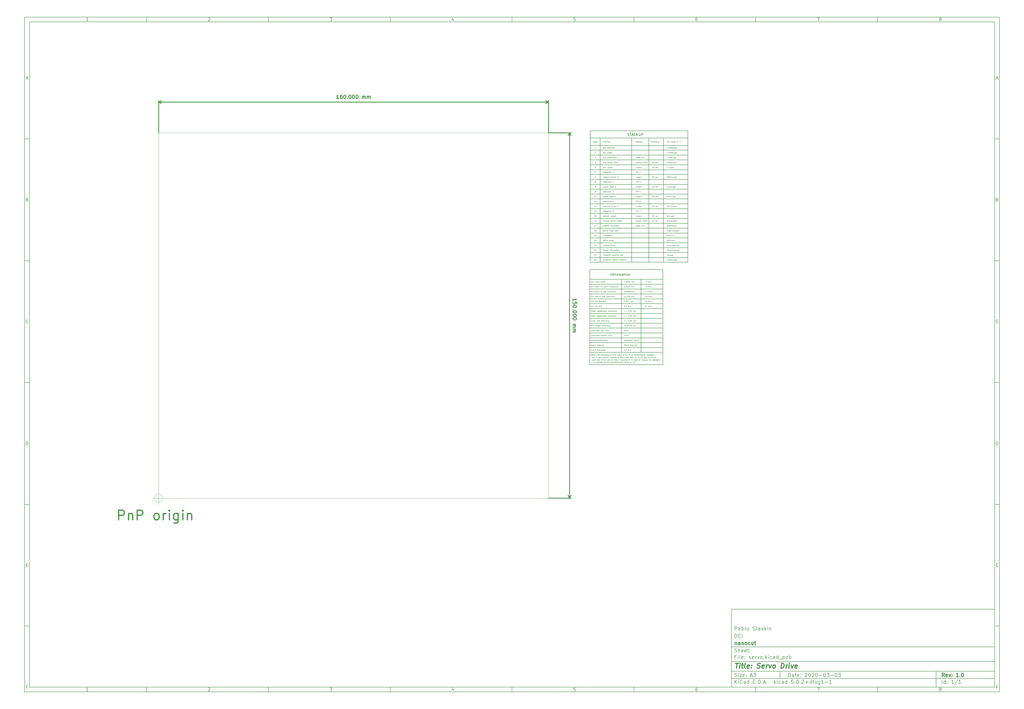
<source format=gbr>
G04 #@! TF.GenerationSoftware,KiCad,Pcbnew,5.0.2+dfsg1-1*
G04 #@! TF.CreationDate,2020-03-23T02:38:38-03:00*
G04 #@! TF.ProjectId,servo,73657276-6f2e-46b6-9963-61645f706362,1.0*
G04 #@! TF.SameCoordinates,Original*
G04 #@! TF.FileFunction,Other,Comment*
%FSLAX46Y46*%
G04 Gerber Fmt 4.6, Leading zero omitted, Abs format (unit mm)*
G04 Created by KiCad (PCBNEW 5.0.2+dfsg1-1) date Mon 23 Mar 2020 02:38:38 AM -03*
%MOMM*%
%LPD*%
G01*
G04 APERTURE LIST*
%ADD10C,0.100000*%
%ADD11C,0.150000*%
%ADD12C,0.300000*%
%ADD13C,0.400000*%
%ADD14C,0.500000*%
%ADD15C,0.200000*%
G04 APERTURE END LIST*
D10*
D11*
X299989000Y-253002200D02*
X299989000Y-285002200D01*
X407989000Y-285002200D01*
X407989000Y-253002200D01*
X299989000Y-253002200D01*
D10*
D11*
X10000000Y-10000000D02*
X10000000Y-287002200D01*
X409989000Y-287002200D01*
X409989000Y-10000000D01*
X10000000Y-10000000D01*
D10*
D11*
X12000000Y-12000000D02*
X12000000Y-285002200D01*
X407989000Y-285002200D01*
X407989000Y-12000000D01*
X12000000Y-12000000D01*
D10*
D11*
X60000000Y-12000000D02*
X60000000Y-10000000D01*
D10*
D11*
X110000000Y-12000000D02*
X110000000Y-10000000D01*
D10*
D11*
X160000000Y-12000000D02*
X160000000Y-10000000D01*
D10*
D11*
X210000000Y-12000000D02*
X210000000Y-10000000D01*
D10*
D11*
X260000000Y-12000000D02*
X260000000Y-10000000D01*
D10*
D11*
X310000000Y-12000000D02*
X310000000Y-10000000D01*
D10*
D11*
X360000000Y-12000000D02*
X360000000Y-10000000D01*
D10*
D11*
X36065476Y-11588095D02*
X35322619Y-11588095D01*
X35694047Y-11588095D02*
X35694047Y-10288095D01*
X35570238Y-10473809D01*
X35446428Y-10597619D01*
X35322619Y-10659523D01*
D10*
D11*
X85322619Y-10411904D02*
X85384523Y-10350000D01*
X85508333Y-10288095D01*
X85817857Y-10288095D01*
X85941666Y-10350000D01*
X86003571Y-10411904D01*
X86065476Y-10535714D01*
X86065476Y-10659523D01*
X86003571Y-10845238D01*
X85260714Y-11588095D01*
X86065476Y-11588095D01*
D10*
D11*
X135260714Y-10288095D02*
X136065476Y-10288095D01*
X135632142Y-10783333D01*
X135817857Y-10783333D01*
X135941666Y-10845238D01*
X136003571Y-10907142D01*
X136065476Y-11030952D01*
X136065476Y-11340476D01*
X136003571Y-11464285D01*
X135941666Y-11526190D01*
X135817857Y-11588095D01*
X135446428Y-11588095D01*
X135322619Y-11526190D01*
X135260714Y-11464285D01*
D10*
D11*
X185941666Y-10721428D02*
X185941666Y-11588095D01*
X185632142Y-10226190D02*
X185322619Y-11154761D01*
X186127380Y-11154761D01*
D10*
D11*
X236003571Y-10288095D02*
X235384523Y-10288095D01*
X235322619Y-10907142D01*
X235384523Y-10845238D01*
X235508333Y-10783333D01*
X235817857Y-10783333D01*
X235941666Y-10845238D01*
X236003571Y-10907142D01*
X236065476Y-11030952D01*
X236065476Y-11340476D01*
X236003571Y-11464285D01*
X235941666Y-11526190D01*
X235817857Y-11588095D01*
X235508333Y-11588095D01*
X235384523Y-11526190D01*
X235322619Y-11464285D01*
D10*
D11*
X285941666Y-10288095D02*
X285694047Y-10288095D01*
X285570238Y-10350000D01*
X285508333Y-10411904D01*
X285384523Y-10597619D01*
X285322619Y-10845238D01*
X285322619Y-11340476D01*
X285384523Y-11464285D01*
X285446428Y-11526190D01*
X285570238Y-11588095D01*
X285817857Y-11588095D01*
X285941666Y-11526190D01*
X286003571Y-11464285D01*
X286065476Y-11340476D01*
X286065476Y-11030952D01*
X286003571Y-10907142D01*
X285941666Y-10845238D01*
X285817857Y-10783333D01*
X285570238Y-10783333D01*
X285446428Y-10845238D01*
X285384523Y-10907142D01*
X285322619Y-11030952D01*
D10*
D11*
X335260714Y-10288095D02*
X336127380Y-10288095D01*
X335570238Y-11588095D01*
D10*
D11*
X385570238Y-10845238D02*
X385446428Y-10783333D01*
X385384523Y-10721428D01*
X385322619Y-10597619D01*
X385322619Y-10535714D01*
X385384523Y-10411904D01*
X385446428Y-10350000D01*
X385570238Y-10288095D01*
X385817857Y-10288095D01*
X385941666Y-10350000D01*
X386003571Y-10411904D01*
X386065476Y-10535714D01*
X386065476Y-10597619D01*
X386003571Y-10721428D01*
X385941666Y-10783333D01*
X385817857Y-10845238D01*
X385570238Y-10845238D01*
X385446428Y-10907142D01*
X385384523Y-10969047D01*
X385322619Y-11092857D01*
X385322619Y-11340476D01*
X385384523Y-11464285D01*
X385446428Y-11526190D01*
X385570238Y-11588095D01*
X385817857Y-11588095D01*
X385941666Y-11526190D01*
X386003571Y-11464285D01*
X386065476Y-11340476D01*
X386065476Y-11092857D01*
X386003571Y-10969047D01*
X385941666Y-10907142D01*
X385817857Y-10845238D01*
D10*
D11*
X60000000Y-285002200D02*
X60000000Y-287002200D01*
D10*
D11*
X110000000Y-285002200D02*
X110000000Y-287002200D01*
D10*
D11*
X160000000Y-285002200D02*
X160000000Y-287002200D01*
D10*
D11*
X210000000Y-285002200D02*
X210000000Y-287002200D01*
D10*
D11*
X260000000Y-285002200D02*
X260000000Y-287002200D01*
D10*
D11*
X310000000Y-285002200D02*
X310000000Y-287002200D01*
D10*
D11*
X360000000Y-285002200D02*
X360000000Y-287002200D01*
D10*
D11*
X36065476Y-286590295D02*
X35322619Y-286590295D01*
X35694047Y-286590295D02*
X35694047Y-285290295D01*
X35570238Y-285476009D01*
X35446428Y-285599819D01*
X35322619Y-285661723D01*
D10*
D11*
X85322619Y-285414104D02*
X85384523Y-285352200D01*
X85508333Y-285290295D01*
X85817857Y-285290295D01*
X85941666Y-285352200D01*
X86003571Y-285414104D01*
X86065476Y-285537914D01*
X86065476Y-285661723D01*
X86003571Y-285847438D01*
X85260714Y-286590295D01*
X86065476Y-286590295D01*
D10*
D11*
X135260714Y-285290295D02*
X136065476Y-285290295D01*
X135632142Y-285785533D01*
X135817857Y-285785533D01*
X135941666Y-285847438D01*
X136003571Y-285909342D01*
X136065476Y-286033152D01*
X136065476Y-286342676D01*
X136003571Y-286466485D01*
X135941666Y-286528390D01*
X135817857Y-286590295D01*
X135446428Y-286590295D01*
X135322619Y-286528390D01*
X135260714Y-286466485D01*
D10*
D11*
X185941666Y-285723628D02*
X185941666Y-286590295D01*
X185632142Y-285228390D02*
X185322619Y-286156961D01*
X186127380Y-286156961D01*
D10*
D11*
X236003571Y-285290295D02*
X235384523Y-285290295D01*
X235322619Y-285909342D01*
X235384523Y-285847438D01*
X235508333Y-285785533D01*
X235817857Y-285785533D01*
X235941666Y-285847438D01*
X236003571Y-285909342D01*
X236065476Y-286033152D01*
X236065476Y-286342676D01*
X236003571Y-286466485D01*
X235941666Y-286528390D01*
X235817857Y-286590295D01*
X235508333Y-286590295D01*
X235384523Y-286528390D01*
X235322619Y-286466485D01*
D10*
D11*
X285941666Y-285290295D02*
X285694047Y-285290295D01*
X285570238Y-285352200D01*
X285508333Y-285414104D01*
X285384523Y-285599819D01*
X285322619Y-285847438D01*
X285322619Y-286342676D01*
X285384523Y-286466485D01*
X285446428Y-286528390D01*
X285570238Y-286590295D01*
X285817857Y-286590295D01*
X285941666Y-286528390D01*
X286003571Y-286466485D01*
X286065476Y-286342676D01*
X286065476Y-286033152D01*
X286003571Y-285909342D01*
X285941666Y-285847438D01*
X285817857Y-285785533D01*
X285570238Y-285785533D01*
X285446428Y-285847438D01*
X285384523Y-285909342D01*
X285322619Y-286033152D01*
D10*
D11*
X335260714Y-285290295D02*
X336127380Y-285290295D01*
X335570238Y-286590295D01*
D10*
D11*
X385570238Y-285847438D02*
X385446428Y-285785533D01*
X385384523Y-285723628D01*
X385322619Y-285599819D01*
X385322619Y-285537914D01*
X385384523Y-285414104D01*
X385446428Y-285352200D01*
X385570238Y-285290295D01*
X385817857Y-285290295D01*
X385941666Y-285352200D01*
X386003571Y-285414104D01*
X386065476Y-285537914D01*
X386065476Y-285599819D01*
X386003571Y-285723628D01*
X385941666Y-285785533D01*
X385817857Y-285847438D01*
X385570238Y-285847438D01*
X385446428Y-285909342D01*
X385384523Y-285971247D01*
X385322619Y-286095057D01*
X385322619Y-286342676D01*
X385384523Y-286466485D01*
X385446428Y-286528390D01*
X385570238Y-286590295D01*
X385817857Y-286590295D01*
X385941666Y-286528390D01*
X386003571Y-286466485D01*
X386065476Y-286342676D01*
X386065476Y-286095057D01*
X386003571Y-285971247D01*
X385941666Y-285909342D01*
X385817857Y-285847438D01*
D10*
D11*
X10000000Y-60000000D02*
X12000000Y-60000000D01*
D10*
D11*
X10000000Y-110000000D02*
X12000000Y-110000000D01*
D10*
D11*
X10000000Y-160000000D02*
X12000000Y-160000000D01*
D10*
D11*
X10000000Y-210000000D02*
X12000000Y-210000000D01*
D10*
D11*
X10000000Y-260000000D02*
X12000000Y-260000000D01*
D10*
D11*
X10690476Y-35216666D02*
X11309523Y-35216666D01*
X10566666Y-35588095D02*
X11000000Y-34288095D01*
X11433333Y-35588095D01*
D10*
D11*
X11092857Y-84907142D02*
X11278571Y-84969047D01*
X11340476Y-85030952D01*
X11402380Y-85154761D01*
X11402380Y-85340476D01*
X11340476Y-85464285D01*
X11278571Y-85526190D01*
X11154761Y-85588095D01*
X10659523Y-85588095D01*
X10659523Y-84288095D01*
X11092857Y-84288095D01*
X11216666Y-84350000D01*
X11278571Y-84411904D01*
X11340476Y-84535714D01*
X11340476Y-84659523D01*
X11278571Y-84783333D01*
X11216666Y-84845238D01*
X11092857Y-84907142D01*
X10659523Y-84907142D01*
D10*
D11*
X11402380Y-135464285D02*
X11340476Y-135526190D01*
X11154761Y-135588095D01*
X11030952Y-135588095D01*
X10845238Y-135526190D01*
X10721428Y-135402380D01*
X10659523Y-135278571D01*
X10597619Y-135030952D01*
X10597619Y-134845238D01*
X10659523Y-134597619D01*
X10721428Y-134473809D01*
X10845238Y-134350000D01*
X11030952Y-134288095D01*
X11154761Y-134288095D01*
X11340476Y-134350000D01*
X11402380Y-134411904D01*
D10*
D11*
X10659523Y-185588095D02*
X10659523Y-184288095D01*
X10969047Y-184288095D01*
X11154761Y-184350000D01*
X11278571Y-184473809D01*
X11340476Y-184597619D01*
X11402380Y-184845238D01*
X11402380Y-185030952D01*
X11340476Y-185278571D01*
X11278571Y-185402380D01*
X11154761Y-185526190D01*
X10969047Y-185588095D01*
X10659523Y-185588095D01*
D10*
D11*
X10721428Y-234907142D02*
X11154761Y-234907142D01*
X11340476Y-235588095D02*
X10721428Y-235588095D01*
X10721428Y-234288095D01*
X11340476Y-234288095D01*
D10*
D11*
X11185714Y-284907142D02*
X10752380Y-284907142D01*
X10752380Y-285588095D02*
X10752380Y-284288095D01*
X11371428Y-284288095D01*
D10*
D11*
X409989000Y-60000000D02*
X407989000Y-60000000D01*
D10*
D11*
X409989000Y-110000000D02*
X407989000Y-110000000D01*
D10*
D11*
X409989000Y-160000000D02*
X407989000Y-160000000D01*
D10*
D11*
X409989000Y-210000000D02*
X407989000Y-210000000D01*
D10*
D11*
X409989000Y-260000000D02*
X407989000Y-260000000D01*
D10*
D11*
X408679476Y-35216666D02*
X409298523Y-35216666D01*
X408555666Y-35588095D02*
X408989000Y-34288095D01*
X409422333Y-35588095D01*
D10*
D11*
X409081857Y-84907142D02*
X409267571Y-84969047D01*
X409329476Y-85030952D01*
X409391380Y-85154761D01*
X409391380Y-85340476D01*
X409329476Y-85464285D01*
X409267571Y-85526190D01*
X409143761Y-85588095D01*
X408648523Y-85588095D01*
X408648523Y-84288095D01*
X409081857Y-84288095D01*
X409205666Y-84350000D01*
X409267571Y-84411904D01*
X409329476Y-84535714D01*
X409329476Y-84659523D01*
X409267571Y-84783333D01*
X409205666Y-84845238D01*
X409081857Y-84907142D01*
X408648523Y-84907142D01*
D10*
D11*
X409391380Y-135464285D02*
X409329476Y-135526190D01*
X409143761Y-135588095D01*
X409019952Y-135588095D01*
X408834238Y-135526190D01*
X408710428Y-135402380D01*
X408648523Y-135278571D01*
X408586619Y-135030952D01*
X408586619Y-134845238D01*
X408648523Y-134597619D01*
X408710428Y-134473809D01*
X408834238Y-134350000D01*
X409019952Y-134288095D01*
X409143761Y-134288095D01*
X409329476Y-134350000D01*
X409391380Y-134411904D01*
D10*
D11*
X408648523Y-185588095D02*
X408648523Y-184288095D01*
X408958047Y-184288095D01*
X409143761Y-184350000D01*
X409267571Y-184473809D01*
X409329476Y-184597619D01*
X409391380Y-184845238D01*
X409391380Y-185030952D01*
X409329476Y-185278571D01*
X409267571Y-185402380D01*
X409143761Y-185526190D01*
X408958047Y-185588095D01*
X408648523Y-185588095D01*
D10*
D11*
X408710428Y-234907142D02*
X409143761Y-234907142D01*
X409329476Y-235588095D02*
X408710428Y-235588095D01*
X408710428Y-234288095D01*
X409329476Y-234288095D01*
D10*
D11*
X409174714Y-284907142D02*
X408741380Y-284907142D01*
X408741380Y-285588095D02*
X408741380Y-284288095D01*
X409360428Y-284288095D01*
D10*
D11*
X323421142Y-280780771D02*
X323421142Y-279280771D01*
X323778285Y-279280771D01*
X323992571Y-279352200D01*
X324135428Y-279495057D01*
X324206857Y-279637914D01*
X324278285Y-279923628D01*
X324278285Y-280137914D01*
X324206857Y-280423628D01*
X324135428Y-280566485D01*
X323992571Y-280709342D01*
X323778285Y-280780771D01*
X323421142Y-280780771D01*
X325564000Y-280780771D02*
X325564000Y-279995057D01*
X325492571Y-279852200D01*
X325349714Y-279780771D01*
X325064000Y-279780771D01*
X324921142Y-279852200D01*
X325564000Y-280709342D02*
X325421142Y-280780771D01*
X325064000Y-280780771D01*
X324921142Y-280709342D01*
X324849714Y-280566485D01*
X324849714Y-280423628D01*
X324921142Y-280280771D01*
X325064000Y-280209342D01*
X325421142Y-280209342D01*
X325564000Y-280137914D01*
X326064000Y-279780771D02*
X326635428Y-279780771D01*
X326278285Y-279280771D02*
X326278285Y-280566485D01*
X326349714Y-280709342D01*
X326492571Y-280780771D01*
X326635428Y-280780771D01*
X327706857Y-280709342D02*
X327564000Y-280780771D01*
X327278285Y-280780771D01*
X327135428Y-280709342D01*
X327064000Y-280566485D01*
X327064000Y-279995057D01*
X327135428Y-279852200D01*
X327278285Y-279780771D01*
X327564000Y-279780771D01*
X327706857Y-279852200D01*
X327778285Y-279995057D01*
X327778285Y-280137914D01*
X327064000Y-280280771D01*
X328421142Y-280637914D02*
X328492571Y-280709342D01*
X328421142Y-280780771D01*
X328349714Y-280709342D01*
X328421142Y-280637914D01*
X328421142Y-280780771D01*
X328421142Y-279852200D02*
X328492571Y-279923628D01*
X328421142Y-279995057D01*
X328349714Y-279923628D01*
X328421142Y-279852200D01*
X328421142Y-279995057D01*
X330206857Y-279423628D02*
X330278285Y-279352200D01*
X330421142Y-279280771D01*
X330778285Y-279280771D01*
X330921142Y-279352200D01*
X330992571Y-279423628D01*
X331064000Y-279566485D01*
X331064000Y-279709342D01*
X330992571Y-279923628D01*
X330135428Y-280780771D01*
X331064000Y-280780771D01*
X331992571Y-279280771D02*
X332135428Y-279280771D01*
X332278285Y-279352200D01*
X332349714Y-279423628D01*
X332421142Y-279566485D01*
X332492571Y-279852200D01*
X332492571Y-280209342D01*
X332421142Y-280495057D01*
X332349714Y-280637914D01*
X332278285Y-280709342D01*
X332135428Y-280780771D01*
X331992571Y-280780771D01*
X331849714Y-280709342D01*
X331778285Y-280637914D01*
X331706857Y-280495057D01*
X331635428Y-280209342D01*
X331635428Y-279852200D01*
X331706857Y-279566485D01*
X331778285Y-279423628D01*
X331849714Y-279352200D01*
X331992571Y-279280771D01*
X333064000Y-279423628D02*
X333135428Y-279352200D01*
X333278285Y-279280771D01*
X333635428Y-279280771D01*
X333778285Y-279352200D01*
X333849714Y-279423628D01*
X333921142Y-279566485D01*
X333921142Y-279709342D01*
X333849714Y-279923628D01*
X332992571Y-280780771D01*
X333921142Y-280780771D01*
X334849714Y-279280771D02*
X334992571Y-279280771D01*
X335135428Y-279352200D01*
X335206857Y-279423628D01*
X335278285Y-279566485D01*
X335349714Y-279852200D01*
X335349714Y-280209342D01*
X335278285Y-280495057D01*
X335206857Y-280637914D01*
X335135428Y-280709342D01*
X334992571Y-280780771D01*
X334849714Y-280780771D01*
X334706857Y-280709342D01*
X334635428Y-280637914D01*
X334564000Y-280495057D01*
X334492571Y-280209342D01*
X334492571Y-279852200D01*
X334564000Y-279566485D01*
X334635428Y-279423628D01*
X334706857Y-279352200D01*
X334849714Y-279280771D01*
X335992571Y-280209342D02*
X337135428Y-280209342D01*
X338135428Y-279280771D02*
X338278285Y-279280771D01*
X338421142Y-279352200D01*
X338492571Y-279423628D01*
X338564000Y-279566485D01*
X338635428Y-279852200D01*
X338635428Y-280209342D01*
X338564000Y-280495057D01*
X338492571Y-280637914D01*
X338421142Y-280709342D01*
X338278285Y-280780771D01*
X338135428Y-280780771D01*
X337992571Y-280709342D01*
X337921142Y-280637914D01*
X337849714Y-280495057D01*
X337778285Y-280209342D01*
X337778285Y-279852200D01*
X337849714Y-279566485D01*
X337921142Y-279423628D01*
X337992571Y-279352200D01*
X338135428Y-279280771D01*
X339135428Y-279280771D02*
X340064000Y-279280771D01*
X339564000Y-279852200D01*
X339778285Y-279852200D01*
X339921142Y-279923628D01*
X339992571Y-279995057D01*
X340064000Y-280137914D01*
X340064000Y-280495057D01*
X339992571Y-280637914D01*
X339921142Y-280709342D01*
X339778285Y-280780771D01*
X339349714Y-280780771D01*
X339206857Y-280709342D01*
X339135428Y-280637914D01*
X340706857Y-280209342D02*
X341849714Y-280209342D01*
X342849714Y-279280771D02*
X342992571Y-279280771D01*
X343135428Y-279352200D01*
X343206857Y-279423628D01*
X343278285Y-279566485D01*
X343349714Y-279852200D01*
X343349714Y-280209342D01*
X343278285Y-280495057D01*
X343206857Y-280637914D01*
X343135428Y-280709342D01*
X342992571Y-280780771D01*
X342849714Y-280780771D01*
X342706857Y-280709342D01*
X342635428Y-280637914D01*
X342564000Y-280495057D01*
X342492571Y-280209342D01*
X342492571Y-279852200D01*
X342564000Y-279566485D01*
X342635428Y-279423628D01*
X342706857Y-279352200D01*
X342849714Y-279280771D01*
X343849714Y-279280771D02*
X344778285Y-279280771D01*
X344278285Y-279852200D01*
X344492571Y-279852200D01*
X344635428Y-279923628D01*
X344706857Y-279995057D01*
X344778285Y-280137914D01*
X344778285Y-280495057D01*
X344706857Y-280637914D01*
X344635428Y-280709342D01*
X344492571Y-280780771D01*
X344064000Y-280780771D01*
X343921142Y-280709342D01*
X343849714Y-280637914D01*
D10*
D11*
X299989000Y-281502200D02*
X407989000Y-281502200D01*
D10*
D11*
X301421142Y-283580771D02*
X301421142Y-282080771D01*
X302278285Y-283580771D02*
X301635428Y-282723628D01*
X302278285Y-282080771D02*
X301421142Y-282937914D01*
X302921142Y-283580771D02*
X302921142Y-282580771D01*
X302921142Y-282080771D02*
X302849714Y-282152200D01*
X302921142Y-282223628D01*
X302992571Y-282152200D01*
X302921142Y-282080771D01*
X302921142Y-282223628D01*
X304492571Y-283437914D02*
X304421142Y-283509342D01*
X304206857Y-283580771D01*
X304064000Y-283580771D01*
X303849714Y-283509342D01*
X303706857Y-283366485D01*
X303635428Y-283223628D01*
X303564000Y-282937914D01*
X303564000Y-282723628D01*
X303635428Y-282437914D01*
X303706857Y-282295057D01*
X303849714Y-282152200D01*
X304064000Y-282080771D01*
X304206857Y-282080771D01*
X304421142Y-282152200D01*
X304492571Y-282223628D01*
X305778285Y-283580771D02*
X305778285Y-282795057D01*
X305706857Y-282652200D01*
X305564000Y-282580771D01*
X305278285Y-282580771D01*
X305135428Y-282652200D01*
X305778285Y-283509342D02*
X305635428Y-283580771D01*
X305278285Y-283580771D01*
X305135428Y-283509342D01*
X305064000Y-283366485D01*
X305064000Y-283223628D01*
X305135428Y-283080771D01*
X305278285Y-283009342D01*
X305635428Y-283009342D01*
X305778285Y-282937914D01*
X307135428Y-283580771D02*
X307135428Y-282080771D01*
X307135428Y-283509342D02*
X306992571Y-283580771D01*
X306706857Y-283580771D01*
X306564000Y-283509342D01*
X306492571Y-283437914D01*
X306421142Y-283295057D01*
X306421142Y-282866485D01*
X306492571Y-282723628D01*
X306564000Y-282652200D01*
X306706857Y-282580771D01*
X306992571Y-282580771D01*
X307135428Y-282652200D01*
X308992571Y-282795057D02*
X309492571Y-282795057D01*
X309706857Y-283580771D02*
X308992571Y-283580771D01*
X308992571Y-282080771D01*
X309706857Y-282080771D01*
X310349714Y-283437914D02*
X310421142Y-283509342D01*
X310349714Y-283580771D01*
X310278285Y-283509342D01*
X310349714Y-283437914D01*
X310349714Y-283580771D01*
X311064000Y-283580771D02*
X311064000Y-282080771D01*
X311421142Y-282080771D01*
X311635428Y-282152200D01*
X311778285Y-282295057D01*
X311849714Y-282437914D01*
X311921142Y-282723628D01*
X311921142Y-282937914D01*
X311849714Y-283223628D01*
X311778285Y-283366485D01*
X311635428Y-283509342D01*
X311421142Y-283580771D01*
X311064000Y-283580771D01*
X312564000Y-283437914D02*
X312635428Y-283509342D01*
X312564000Y-283580771D01*
X312492571Y-283509342D01*
X312564000Y-283437914D01*
X312564000Y-283580771D01*
X313206857Y-283152200D02*
X313921142Y-283152200D01*
X313064000Y-283580771D02*
X313564000Y-282080771D01*
X314064000Y-283580771D01*
X314564000Y-283437914D02*
X314635428Y-283509342D01*
X314564000Y-283580771D01*
X314492571Y-283509342D01*
X314564000Y-283437914D01*
X314564000Y-283580771D01*
X317564000Y-283580771D02*
X317564000Y-282080771D01*
X317706857Y-283009342D02*
X318135428Y-283580771D01*
X318135428Y-282580771D02*
X317564000Y-283152200D01*
X318778285Y-283580771D02*
X318778285Y-282580771D01*
X318778285Y-282080771D02*
X318706857Y-282152200D01*
X318778285Y-282223628D01*
X318849714Y-282152200D01*
X318778285Y-282080771D01*
X318778285Y-282223628D01*
X320135428Y-283509342D02*
X319992571Y-283580771D01*
X319706857Y-283580771D01*
X319564000Y-283509342D01*
X319492571Y-283437914D01*
X319421142Y-283295057D01*
X319421142Y-282866485D01*
X319492571Y-282723628D01*
X319564000Y-282652200D01*
X319706857Y-282580771D01*
X319992571Y-282580771D01*
X320135428Y-282652200D01*
X321421142Y-283580771D02*
X321421142Y-282795057D01*
X321349714Y-282652200D01*
X321206857Y-282580771D01*
X320921142Y-282580771D01*
X320778285Y-282652200D01*
X321421142Y-283509342D02*
X321278285Y-283580771D01*
X320921142Y-283580771D01*
X320778285Y-283509342D01*
X320706857Y-283366485D01*
X320706857Y-283223628D01*
X320778285Y-283080771D01*
X320921142Y-283009342D01*
X321278285Y-283009342D01*
X321421142Y-282937914D01*
X322778285Y-283580771D02*
X322778285Y-282080771D01*
X322778285Y-283509342D02*
X322635428Y-283580771D01*
X322349714Y-283580771D01*
X322206857Y-283509342D01*
X322135428Y-283437914D01*
X322064000Y-283295057D01*
X322064000Y-282866485D01*
X322135428Y-282723628D01*
X322206857Y-282652200D01*
X322349714Y-282580771D01*
X322635428Y-282580771D01*
X322778285Y-282652200D01*
X325349714Y-282080771D02*
X324635428Y-282080771D01*
X324564000Y-282795057D01*
X324635428Y-282723628D01*
X324778285Y-282652200D01*
X325135428Y-282652200D01*
X325278285Y-282723628D01*
X325349714Y-282795057D01*
X325421142Y-282937914D01*
X325421142Y-283295057D01*
X325349714Y-283437914D01*
X325278285Y-283509342D01*
X325135428Y-283580771D01*
X324778285Y-283580771D01*
X324635428Y-283509342D01*
X324564000Y-283437914D01*
X326064000Y-283437914D02*
X326135428Y-283509342D01*
X326064000Y-283580771D01*
X325992571Y-283509342D01*
X326064000Y-283437914D01*
X326064000Y-283580771D01*
X327064000Y-282080771D02*
X327206857Y-282080771D01*
X327349714Y-282152200D01*
X327421142Y-282223628D01*
X327492571Y-282366485D01*
X327564000Y-282652200D01*
X327564000Y-283009342D01*
X327492571Y-283295057D01*
X327421142Y-283437914D01*
X327349714Y-283509342D01*
X327206857Y-283580771D01*
X327064000Y-283580771D01*
X326921142Y-283509342D01*
X326849714Y-283437914D01*
X326778285Y-283295057D01*
X326706857Y-283009342D01*
X326706857Y-282652200D01*
X326778285Y-282366485D01*
X326849714Y-282223628D01*
X326921142Y-282152200D01*
X327064000Y-282080771D01*
X328206857Y-283437914D02*
X328278285Y-283509342D01*
X328206857Y-283580771D01*
X328135428Y-283509342D01*
X328206857Y-283437914D01*
X328206857Y-283580771D01*
X328849714Y-282223628D02*
X328921142Y-282152200D01*
X329064000Y-282080771D01*
X329421142Y-282080771D01*
X329564000Y-282152200D01*
X329635428Y-282223628D01*
X329706857Y-282366485D01*
X329706857Y-282509342D01*
X329635428Y-282723628D01*
X328778285Y-283580771D01*
X329706857Y-283580771D01*
X330349714Y-283009342D02*
X331492571Y-283009342D01*
X330921142Y-283580771D02*
X330921142Y-282437914D01*
X332849714Y-283580771D02*
X332849714Y-282080771D01*
X332849714Y-283509342D02*
X332706857Y-283580771D01*
X332421142Y-283580771D01*
X332278285Y-283509342D01*
X332206857Y-283437914D01*
X332135428Y-283295057D01*
X332135428Y-282866485D01*
X332206857Y-282723628D01*
X332278285Y-282652200D01*
X332421142Y-282580771D01*
X332706857Y-282580771D01*
X332849714Y-282652200D01*
X333349714Y-282580771D02*
X333921142Y-282580771D01*
X333564000Y-283580771D02*
X333564000Y-282295057D01*
X333635428Y-282152200D01*
X333778285Y-282080771D01*
X333921142Y-282080771D01*
X334349714Y-283509342D02*
X334492571Y-283580771D01*
X334778285Y-283580771D01*
X334921142Y-283509342D01*
X334992571Y-283366485D01*
X334992571Y-283295057D01*
X334921142Y-283152200D01*
X334778285Y-283080771D01*
X334564000Y-283080771D01*
X334421142Y-283009342D01*
X334349714Y-282866485D01*
X334349714Y-282795057D01*
X334421142Y-282652200D01*
X334564000Y-282580771D01*
X334778285Y-282580771D01*
X334921142Y-282652200D01*
X336278285Y-282580771D02*
X336278285Y-283795057D01*
X336206857Y-283937914D01*
X336135428Y-284009342D01*
X335992571Y-284080771D01*
X335778285Y-284080771D01*
X335635428Y-284009342D01*
X336278285Y-283509342D02*
X336135428Y-283580771D01*
X335849714Y-283580771D01*
X335706857Y-283509342D01*
X335635428Y-283437914D01*
X335564000Y-283295057D01*
X335564000Y-282866485D01*
X335635428Y-282723628D01*
X335706857Y-282652200D01*
X335849714Y-282580771D01*
X336135428Y-282580771D01*
X336278285Y-282652200D01*
X337778285Y-283580771D02*
X336921142Y-283580771D01*
X337349714Y-283580771D02*
X337349714Y-282080771D01*
X337206857Y-282295057D01*
X337064000Y-282437914D01*
X336921142Y-282509342D01*
X338421142Y-283009342D02*
X339564000Y-283009342D01*
X341064000Y-283580771D02*
X340206857Y-283580771D01*
X340635428Y-283580771D02*
X340635428Y-282080771D01*
X340492571Y-282295057D01*
X340349714Y-282437914D01*
X340206857Y-282509342D01*
D10*
D11*
X299989000Y-278502200D02*
X407989000Y-278502200D01*
D10*
D12*
X387398285Y-280780771D02*
X386898285Y-280066485D01*
X386541142Y-280780771D02*
X386541142Y-279280771D01*
X387112571Y-279280771D01*
X387255428Y-279352200D01*
X387326857Y-279423628D01*
X387398285Y-279566485D01*
X387398285Y-279780771D01*
X387326857Y-279923628D01*
X387255428Y-279995057D01*
X387112571Y-280066485D01*
X386541142Y-280066485D01*
X388612571Y-280709342D02*
X388469714Y-280780771D01*
X388184000Y-280780771D01*
X388041142Y-280709342D01*
X387969714Y-280566485D01*
X387969714Y-279995057D01*
X388041142Y-279852200D01*
X388184000Y-279780771D01*
X388469714Y-279780771D01*
X388612571Y-279852200D01*
X388684000Y-279995057D01*
X388684000Y-280137914D01*
X387969714Y-280280771D01*
X389184000Y-279780771D02*
X389541142Y-280780771D01*
X389898285Y-279780771D01*
X390469714Y-280637914D02*
X390541142Y-280709342D01*
X390469714Y-280780771D01*
X390398285Y-280709342D01*
X390469714Y-280637914D01*
X390469714Y-280780771D01*
X390469714Y-279852200D02*
X390541142Y-279923628D01*
X390469714Y-279995057D01*
X390398285Y-279923628D01*
X390469714Y-279852200D01*
X390469714Y-279995057D01*
X393112571Y-280780771D02*
X392255428Y-280780771D01*
X392684000Y-280780771D02*
X392684000Y-279280771D01*
X392541142Y-279495057D01*
X392398285Y-279637914D01*
X392255428Y-279709342D01*
X393755428Y-280637914D02*
X393826857Y-280709342D01*
X393755428Y-280780771D01*
X393684000Y-280709342D01*
X393755428Y-280637914D01*
X393755428Y-280780771D01*
X394755428Y-279280771D02*
X394898285Y-279280771D01*
X395041142Y-279352200D01*
X395112571Y-279423628D01*
X395184000Y-279566485D01*
X395255428Y-279852200D01*
X395255428Y-280209342D01*
X395184000Y-280495057D01*
X395112571Y-280637914D01*
X395041142Y-280709342D01*
X394898285Y-280780771D01*
X394755428Y-280780771D01*
X394612571Y-280709342D01*
X394541142Y-280637914D01*
X394469714Y-280495057D01*
X394398285Y-280209342D01*
X394398285Y-279852200D01*
X394469714Y-279566485D01*
X394541142Y-279423628D01*
X394612571Y-279352200D01*
X394755428Y-279280771D01*
D10*
D11*
X301349714Y-280709342D02*
X301564000Y-280780771D01*
X301921142Y-280780771D01*
X302064000Y-280709342D01*
X302135428Y-280637914D01*
X302206857Y-280495057D01*
X302206857Y-280352200D01*
X302135428Y-280209342D01*
X302064000Y-280137914D01*
X301921142Y-280066485D01*
X301635428Y-279995057D01*
X301492571Y-279923628D01*
X301421142Y-279852200D01*
X301349714Y-279709342D01*
X301349714Y-279566485D01*
X301421142Y-279423628D01*
X301492571Y-279352200D01*
X301635428Y-279280771D01*
X301992571Y-279280771D01*
X302206857Y-279352200D01*
X302849714Y-280780771D02*
X302849714Y-279780771D01*
X302849714Y-279280771D02*
X302778285Y-279352200D01*
X302849714Y-279423628D01*
X302921142Y-279352200D01*
X302849714Y-279280771D01*
X302849714Y-279423628D01*
X303421142Y-279780771D02*
X304206857Y-279780771D01*
X303421142Y-280780771D01*
X304206857Y-280780771D01*
X305349714Y-280709342D02*
X305206857Y-280780771D01*
X304921142Y-280780771D01*
X304778285Y-280709342D01*
X304706857Y-280566485D01*
X304706857Y-279995057D01*
X304778285Y-279852200D01*
X304921142Y-279780771D01*
X305206857Y-279780771D01*
X305349714Y-279852200D01*
X305421142Y-279995057D01*
X305421142Y-280137914D01*
X304706857Y-280280771D01*
X306064000Y-280637914D02*
X306135428Y-280709342D01*
X306064000Y-280780771D01*
X305992571Y-280709342D01*
X306064000Y-280637914D01*
X306064000Y-280780771D01*
X306064000Y-279852200D02*
X306135428Y-279923628D01*
X306064000Y-279995057D01*
X305992571Y-279923628D01*
X306064000Y-279852200D01*
X306064000Y-279995057D01*
X307849714Y-280352200D02*
X308564000Y-280352200D01*
X307706857Y-280780771D02*
X308206857Y-279280771D01*
X308706857Y-280780771D01*
X309064000Y-279280771D02*
X309992571Y-279280771D01*
X309492571Y-279852200D01*
X309706857Y-279852200D01*
X309849714Y-279923628D01*
X309921142Y-279995057D01*
X309992571Y-280137914D01*
X309992571Y-280495057D01*
X309921142Y-280637914D01*
X309849714Y-280709342D01*
X309706857Y-280780771D01*
X309278285Y-280780771D01*
X309135428Y-280709342D01*
X309064000Y-280637914D01*
D10*
D11*
X386421142Y-283580771D02*
X386421142Y-282080771D01*
X387778285Y-283580771D02*
X387778285Y-282080771D01*
X387778285Y-283509342D02*
X387635428Y-283580771D01*
X387349714Y-283580771D01*
X387206857Y-283509342D01*
X387135428Y-283437914D01*
X387064000Y-283295057D01*
X387064000Y-282866485D01*
X387135428Y-282723628D01*
X387206857Y-282652200D01*
X387349714Y-282580771D01*
X387635428Y-282580771D01*
X387778285Y-282652200D01*
X388492571Y-283437914D02*
X388564000Y-283509342D01*
X388492571Y-283580771D01*
X388421142Y-283509342D01*
X388492571Y-283437914D01*
X388492571Y-283580771D01*
X388492571Y-282652200D02*
X388564000Y-282723628D01*
X388492571Y-282795057D01*
X388421142Y-282723628D01*
X388492571Y-282652200D01*
X388492571Y-282795057D01*
X391135428Y-283580771D02*
X390278285Y-283580771D01*
X390706857Y-283580771D02*
X390706857Y-282080771D01*
X390564000Y-282295057D01*
X390421142Y-282437914D01*
X390278285Y-282509342D01*
X392849714Y-282009342D02*
X391564000Y-283937914D01*
X394135428Y-283580771D02*
X393278285Y-283580771D01*
X393706857Y-283580771D02*
X393706857Y-282080771D01*
X393564000Y-282295057D01*
X393421142Y-282437914D01*
X393278285Y-282509342D01*
D10*
D11*
X299989000Y-274502200D02*
X407989000Y-274502200D01*
D10*
D13*
X301701380Y-275206961D02*
X302844238Y-275206961D01*
X302022809Y-277206961D02*
X302272809Y-275206961D01*
X303260904Y-277206961D02*
X303427571Y-275873628D01*
X303510904Y-275206961D02*
X303403761Y-275302200D01*
X303487095Y-275397438D01*
X303594238Y-275302200D01*
X303510904Y-275206961D01*
X303487095Y-275397438D01*
X304094238Y-275873628D02*
X304856142Y-275873628D01*
X304463285Y-275206961D02*
X304249000Y-276921247D01*
X304320428Y-277111723D01*
X304499000Y-277206961D01*
X304689476Y-277206961D01*
X305641857Y-277206961D02*
X305463285Y-277111723D01*
X305391857Y-276921247D01*
X305606142Y-275206961D01*
X307177571Y-277111723D02*
X306975190Y-277206961D01*
X306594238Y-277206961D01*
X306415666Y-277111723D01*
X306344238Y-276921247D01*
X306439476Y-276159342D01*
X306558523Y-275968866D01*
X306760904Y-275873628D01*
X307141857Y-275873628D01*
X307320428Y-275968866D01*
X307391857Y-276159342D01*
X307368047Y-276349819D01*
X306391857Y-276540295D01*
X308141857Y-277016485D02*
X308225190Y-277111723D01*
X308118047Y-277206961D01*
X308034714Y-277111723D01*
X308141857Y-277016485D01*
X308118047Y-277206961D01*
X308272809Y-275968866D02*
X308356142Y-276064104D01*
X308249000Y-276159342D01*
X308165666Y-276064104D01*
X308272809Y-275968866D01*
X308249000Y-276159342D01*
X310510904Y-277111723D02*
X310784714Y-277206961D01*
X311260904Y-277206961D01*
X311463285Y-277111723D01*
X311570428Y-277016485D01*
X311689476Y-276826009D01*
X311713285Y-276635533D01*
X311641857Y-276445057D01*
X311558523Y-276349819D01*
X311379952Y-276254580D01*
X311010904Y-276159342D01*
X310832333Y-276064104D01*
X310749000Y-275968866D01*
X310677571Y-275778390D01*
X310701380Y-275587914D01*
X310820428Y-275397438D01*
X310927571Y-275302200D01*
X311129952Y-275206961D01*
X311606142Y-275206961D01*
X311879952Y-275302200D01*
X313272809Y-277111723D02*
X313070428Y-277206961D01*
X312689476Y-277206961D01*
X312510904Y-277111723D01*
X312439476Y-276921247D01*
X312534714Y-276159342D01*
X312653761Y-275968866D01*
X312856142Y-275873628D01*
X313237095Y-275873628D01*
X313415666Y-275968866D01*
X313487095Y-276159342D01*
X313463285Y-276349819D01*
X312487095Y-276540295D01*
X314213285Y-277206961D02*
X314379952Y-275873628D01*
X314332333Y-276254580D02*
X314451380Y-276064104D01*
X314558523Y-275968866D01*
X314760904Y-275873628D01*
X314951380Y-275873628D01*
X315427571Y-275873628D02*
X315737095Y-277206961D01*
X316379952Y-275873628D01*
X317260904Y-277206961D02*
X317082333Y-277111723D01*
X316999000Y-277016485D01*
X316927571Y-276826009D01*
X316999000Y-276254580D01*
X317118047Y-276064104D01*
X317225190Y-275968866D01*
X317427571Y-275873628D01*
X317713285Y-275873628D01*
X317891857Y-275968866D01*
X317975190Y-276064104D01*
X318046619Y-276254580D01*
X317975190Y-276826009D01*
X317856142Y-277016485D01*
X317749000Y-277111723D01*
X317546619Y-277206961D01*
X317260904Y-277206961D01*
X320308523Y-277206961D02*
X320558523Y-275206961D01*
X321034714Y-275206961D01*
X321308523Y-275302200D01*
X321475190Y-275492676D01*
X321546619Y-275683152D01*
X321594238Y-276064104D01*
X321558523Y-276349819D01*
X321415666Y-276730771D01*
X321296619Y-276921247D01*
X321082333Y-277111723D01*
X320784714Y-277206961D01*
X320308523Y-277206961D01*
X322308523Y-277206961D02*
X322475190Y-275873628D01*
X322427571Y-276254580D02*
X322546619Y-276064104D01*
X322653761Y-275968866D01*
X322856142Y-275873628D01*
X323046619Y-275873628D01*
X323546619Y-277206961D02*
X323713285Y-275873628D01*
X323796619Y-275206961D02*
X323689476Y-275302200D01*
X323772809Y-275397438D01*
X323879952Y-275302200D01*
X323796619Y-275206961D01*
X323772809Y-275397438D01*
X324475190Y-275873628D02*
X324784714Y-277206961D01*
X325427571Y-275873628D01*
X326796619Y-277111723D02*
X326594238Y-277206961D01*
X326213285Y-277206961D01*
X326034714Y-277111723D01*
X325963285Y-276921247D01*
X326058523Y-276159342D01*
X326177571Y-275968866D01*
X326379952Y-275873628D01*
X326760904Y-275873628D01*
X326939476Y-275968866D01*
X327010904Y-276159342D01*
X326987095Y-276349819D01*
X326010904Y-276540295D01*
D10*
D11*
X301921142Y-272595057D02*
X301421142Y-272595057D01*
X301421142Y-273380771D02*
X301421142Y-271880771D01*
X302135428Y-271880771D01*
X302706857Y-273380771D02*
X302706857Y-272380771D01*
X302706857Y-271880771D02*
X302635428Y-271952200D01*
X302706857Y-272023628D01*
X302778285Y-271952200D01*
X302706857Y-271880771D01*
X302706857Y-272023628D01*
X303635428Y-273380771D02*
X303492571Y-273309342D01*
X303421142Y-273166485D01*
X303421142Y-271880771D01*
X304778285Y-273309342D02*
X304635428Y-273380771D01*
X304349714Y-273380771D01*
X304206857Y-273309342D01*
X304135428Y-273166485D01*
X304135428Y-272595057D01*
X304206857Y-272452200D01*
X304349714Y-272380771D01*
X304635428Y-272380771D01*
X304778285Y-272452200D01*
X304849714Y-272595057D01*
X304849714Y-272737914D01*
X304135428Y-272880771D01*
X305492571Y-273237914D02*
X305564000Y-273309342D01*
X305492571Y-273380771D01*
X305421142Y-273309342D01*
X305492571Y-273237914D01*
X305492571Y-273380771D01*
X305492571Y-272452200D02*
X305564000Y-272523628D01*
X305492571Y-272595057D01*
X305421142Y-272523628D01*
X305492571Y-272452200D01*
X305492571Y-272595057D01*
X307278285Y-273309342D02*
X307421142Y-273380771D01*
X307706857Y-273380771D01*
X307849714Y-273309342D01*
X307921142Y-273166485D01*
X307921142Y-273095057D01*
X307849714Y-272952200D01*
X307706857Y-272880771D01*
X307492571Y-272880771D01*
X307349714Y-272809342D01*
X307278285Y-272666485D01*
X307278285Y-272595057D01*
X307349714Y-272452200D01*
X307492571Y-272380771D01*
X307706857Y-272380771D01*
X307849714Y-272452200D01*
X309135428Y-273309342D02*
X308992571Y-273380771D01*
X308706857Y-273380771D01*
X308564000Y-273309342D01*
X308492571Y-273166485D01*
X308492571Y-272595057D01*
X308564000Y-272452200D01*
X308706857Y-272380771D01*
X308992571Y-272380771D01*
X309135428Y-272452200D01*
X309206857Y-272595057D01*
X309206857Y-272737914D01*
X308492571Y-272880771D01*
X309849714Y-273380771D02*
X309849714Y-272380771D01*
X309849714Y-272666485D02*
X309921142Y-272523628D01*
X309992571Y-272452200D01*
X310135428Y-272380771D01*
X310278285Y-272380771D01*
X310635428Y-272380771D02*
X310992571Y-273380771D01*
X311349714Y-272380771D01*
X312135428Y-273380771D02*
X311992571Y-273309342D01*
X311921142Y-273237914D01*
X311849714Y-273095057D01*
X311849714Y-272666485D01*
X311921142Y-272523628D01*
X311992571Y-272452200D01*
X312135428Y-272380771D01*
X312349714Y-272380771D01*
X312492571Y-272452200D01*
X312564000Y-272523628D01*
X312635428Y-272666485D01*
X312635428Y-273095057D01*
X312564000Y-273237914D01*
X312492571Y-273309342D01*
X312349714Y-273380771D01*
X312135428Y-273380771D01*
X313278285Y-273237914D02*
X313349714Y-273309342D01*
X313278285Y-273380771D01*
X313206857Y-273309342D01*
X313278285Y-273237914D01*
X313278285Y-273380771D01*
X313992571Y-273380771D02*
X313992571Y-271880771D01*
X314135428Y-272809342D02*
X314564000Y-273380771D01*
X314564000Y-272380771D02*
X313992571Y-272952200D01*
X315206857Y-273380771D02*
X315206857Y-272380771D01*
X315206857Y-271880771D02*
X315135428Y-271952200D01*
X315206857Y-272023628D01*
X315278285Y-271952200D01*
X315206857Y-271880771D01*
X315206857Y-272023628D01*
X316564000Y-273309342D02*
X316421142Y-273380771D01*
X316135428Y-273380771D01*
X315992571Y-273309342D01*
X315921142Y-273237914D01*
X315849714Y-273095057D01*
X315849714Y-272666485D01*
X315921142Y-272523628D01*
X315992571Y-272452200D01*
X316135428Y-272380771D01*
X316421142Y-272380771D01*
X316564000Y-272452200D01*
X317849714Y-273380771D02*
X317849714Y-272595057D01*
X317778285Y-272452200D01*
X317635428Y-272380771D01*
X317349714Y-272380771D01*
X317206857Y-272452200D01*
X317849714Y-273309342D02*
X317706857Y-273380771D01*
X317349714Y-273380771D01*
X317206857Y-273309342D01*
X317135428Y-273166485D01*
X317135428Y-273023628D01*
X317206857Y-272880771D01*
X317349714Y-272809342D01*
X317706857Y-272809342D01*
X317849714Y-272737914D01*
X319206857Y-273380771D02*
X319206857Y-271880771D01*
X319206857Y-273309342D02*
X319064000Y-273380771D01*
X318778285Y-273380771D01*
X318635428Y-273309342D01*
X318564000Y-273237914D01*
X318492571Y-273095057D01*
X318492571Y-272666485D01*
X318564000Y-272523628D01*
X318635428Y-272452200D01*
X318778285Y-272380771D01*
X319064000Y-272380771D01*
X319206857Y-272452200D01*
X319564000Y-273523628D02*
X320706857Y-273523628D01*
X321064000Y-272380771D02*
X321064000Y-273880771D01*
X321064000Y-272452200D02*
X321206857Y-272380771D01*
X321492571Y-272380771D01*
X321635428Y-272452200D01*
X321706857Y-272523628D01*
X321778285Y-272666485D01*
X321778285Y-273095057D01*
X321706857Y-273237914D01*
X321635428Y-273309342D01*
X321492571Y-273380771D01*
X321206857Y-273380771D01*
X321064000Y-273309342D01*
X323064000Y-273309342D02*
X322921142Y-273380771D01*
X322635428Y-273380771D01*
X322492571Y-273309342D01*
X322421142Y-273237914D01*
X322349714Y-273095057D01*
X322349714Y-272666485D01*
X322421142Y-272523628D01*
X322492571Y-272452200D01*
X322635428Y-272380771D01*
X322921142Y-272380771D01*
X323064000Y-272452200D01*
X323706857Y-273380771D02*
X323706857Y-271880771D01*
X323706857Y-272452200D02*
X323849714Y-272380771D01*
X324135428Y-272380771D01*
X324278285Y-272452200D01*
X324349714Y-272523628D01*
X324421142Y-272666485D01*
X324421142Y-273095057D01*
X324349714Y-273237914D01*
X324278285Y-273309342D01*
X324135428Y-273380771D01*
X323849714Y-273380771D01*
X323706857Y-273309342D01*
D10*
D11*
X299989000Y-268502200D02*
X407989000Y-268502200D01*
D10*
D11*
X301349714Y-270609342D02*
X301564000Y-270680771D01*
X301921142Y-270680771D01*
X302064000Y-270609342D01*
X302135428Y-270537914D01*
X302206857Y-270395057D01*
X302206857Y-270252200D01*
X302135428Y-270109342D01*
X302064000Y-270037914D01*
X301921142Y-269966485D01*
X301635428Y-269895057D01*
X301492571Y-269823628D01*
X301421142Y-269752200D01*
X301349714Y-269609342D01*
X301349714Y-269466485D01*
X301421142Y-269323628D01*
X301492571Y-269252200D01*
X301635428Y-269180771D01*
X301992571Y-269180771D01*
X302206857Y-269252200D01*
X302849714Y-270680771D02*
X302849714Y-269180771D01*
X303492571Y-270680771D02*
X303492571Y-269895057D01*
X303421142Y-269752200D01*
X303278285Y-269680771D01*
X303064000Y-269680771D01*
X302921142Y-269752200D01*
X302849714Y-269823628D01*
X304778285Y-270609342D02*
X304635428Y-270680771D01*
X304349714Y-270680771D01*
X304206857Y-270609342D01*
X304135428Y-270466485D01*
X304135428Y-269895057D01*
X304206857Y-269752200D01*
X304349714Y-269680771D01*
X304635428Y-269680771D01*
X304778285Y-269752200D01*
X304849714Y-269895057D01*
X304849714Y-270037914D01*
X304135428Y-270180771D01*
X306064000Y-270609342D02*
X305921142Y-270680771D01*
X305635428Y-270680771D01*
X305492571Y-270609342D01*
X305421142Y-270466485D01*
X305421142Y-269895057D01*
X305492571Y-269752200D01*
X305635428Y-269680771D01*
X305921142Y-269680771D01*
X306064000Y-269752200D01*
X306135428Y-269895057D01*
X306135428Y-270037914D01*
X305421142Y-270180771D01*
X306564000Y-269680771D02*
X307135428Y-269680771D01*
X306778285Y-269180771D02*
X306778285Y-270466485D01*
X306849714Y-270609342D01*
X306992571Y-270680771D01*
X307135428Y-270680771D01*
X307635428Y-270537914D02*
X307706857Y-270609342D01*
X307635428Y-270680771D01*
X307564000Y-270609342D01*
X307635428Y-270537914D01*
X307635428Y-270680771D01*
X307635428Y-269752200D02*
X307706857Y-269823628D01*
X307635428Y-269895057D01*
X307564000Y-269823628D01*
X307635428Y-269752200D01*
X307635428Y-269895057D01*
D10*
D12*
X301541142Y-266680771D02*
X301541142Y-267680771D01*
X301541142Y-266823628D02*
X301612571Y-266752200D01*
X301755428Y-266680771D01*
X301969714Y-266680771D01*
X302112571Y-266752200D01*
X302184000Y-266895057D01*
X302184000Y-267680771D01*
X303541142Y-267680771D02*
X303541142Y-266895057D01*
X303469714Y-266752200D01*
X303326857Y-266680771D01*
X303041142Y-266680771D01*
X302898285Y-266752200D01*
X303541142Y-267609342D02*
X303398285Y-267680771D01*
X303041142Y-267680771D01*
X302898285Y-267609342D01*
X302826857Y-267466485D01*
X302826857Y-267323628D01*
X302898285Y-267180771D01*
X303041142Y-267109342D01*
X303398285Y-267109342D01*
X303541142Y-267037914D01*
X304255428Y-266680771D02*
X304255428Y-267680771D01*
X304255428Y-266823628D02*
X304326857Y-266752200D01*
X304469714Y-266680771D01*
X304684000Y-266680771D01*
X304826857Y-266752200D01*
X304898285Y-266895057D01*
X304898285Y-267680771D01*
X305826857Y-267680771D02*
X305684000Y-267609342D01*
X305612571Y-267537914D01*
X305541142Y-267395057D01*
X305541142Y-266966485D01*
X305612571Y-266823628D01*
X305684000Y-266752200D01*
X305826857Y-266680771D01*
X306041142Y-266680771D01*
X306184000Y-266752200D01*
X306255428Y-266823628D01*
X306326857Y-266966485D01*
X306326857Y-267395057D01*
X306255428Y-267537914D01*
X306184000Y-267609342D01*
X306041142Y-267680771D01*
X305826857Y-267680771D01*
X307612571Y-267609342D02*
X307469714Y-267680771D01*
X307184000Y-267680771D01*
X307041142Y-267609342D01*
X306969714Y-267537914D01*
X306898285Y-267395057D01*
X306898285Y-266966485D01*
X306969714Y-266823628D01*
X307041142Y-266752200D01*
X307184000Y-266680771D01*
X307469714Y-266680771D01*
X307612571Y-266752200D01*
X308898285Y-266680771D02*
X308898285Y-267680771D01*
X308255428Y-266680771D02*
X308255428Y-267466485D01*
X308326857Y-267609342D01*
X308469714Y-267680771D01*
X308684000Y-267680771D01*
X308826857Y-267609342D01*
X308898285Y-267537914D01*
X309398285Y-266680771D02*
X309969714Y-266680771D01*
X309612571Y-266180771D02*
X309612571Y-267466485D01*
X309684000Y-267609342D01*
X309826857Y-267680771D01*
X309969714Y-267680771D01*
D10*
D11*
X301421142Y-264680771D02*
X301421142Y-263180771D01*
X301778285Y-263180771D01*
X301992571Y-263252200D01*
X302135428Y-263395057D01*
X302206857Y-263537914D01*
X302278285Y-263823628D01*
X302278285Y-264037914D01*
X302206857Y-264323628D01*
X302135428Y-264466485D01*
X301992571Y-264609342D01*
X301778285Y-264680771D01*
X301421142Y-264680771D01*
X303778285Y-264537914D02*
X303706857Y-264609342D01*
X303492571Y-264680771D01*
X303349714Y-264680771D01*
X303135428Y-264609342D01*
X302992571Y-264466485D01*
X302921142Y-264323628D01*
X302849714Y-264037914D01*
X302849714Y-263823628D01*
X302921142Y-263537914D01*
X302992571Y-263395057D01*
X303135428Y-263252200D01*
X303349714Y-263180771D01*
X303492571Y-263180771D01*
X303706857Y-263252200D01*
X303778285Y-263323628D01*
X304421142Y-264680771D02*
X304421142Y-263180771D01*
D10*
D11*
X301421142Y-261680771D02*
X301421142Y-260180771D01*
X301992571Y-260180771D01*
X302135428Y-260252200D01*
X302206857Y-260323628D01*
X302278285Y-260466485D01*
X302278285Y-260680771D01*
X302206857Y-260823628D01*
X302135428Y-260895057D01*
X301992571Y-260966485D01*
X301421142Y-260966485D01*
X303564000Y-261680771D02*
X303564000Y-260895057D01*
X303492571Y-260752200D01*
X303349714Y-260680771D01*
X303064000Y-260680771D01*
X302921142Y-260752200D01*
X303564000Y-261609342D02*
X303421142Y-261680771D01*
X303064000Y-261680771D01*
X302921142Y-261609342D01*
X302849714Y-261466485D01*
X302849714Y-261323628D01*
X302921142Y-261180771D01*
X303064000Y-261109342D01*
X303421142Y-261109342D01*
X303564000Y-261037914D01*
X304278285Y-261680771D02*
X304278285Y-260180771D01*
X304278285Y-260752200D02*
X304421142Y-260680771D01*
X304706857Y-260680771D01*
X304849714Y-260752200D01*
X304921142Y-260823628D01*
X304992571Y-260966485D01*
X304992571Y-261395057D01*
X304921142Y-261537914D01*
X304849714Y-261609342D01*
X304706857Y-261680771D01*
X304421142Y-261680771D01*
X304278285Y-261609342D01*
X305849714Y-261680771D02*
X305706857Y-261609342D01*
X305635428Y-261466485D01*
X305635428Y-260180771D01*
X306635428Y-261680771D02*
X306492571Y-261609342D01*
X306421142Y-261537914D01*
X306349714Y-261395057D01*
X306349714Y-260966485D01*
X306421142Y-260823628D01*
X306492571Y-260752200D01*
X306635428Y-260680771D01*
X306849714Y-260680771D01*
X306992571Y-260752200D01*
X307064000Y-260823628D01*
X307135428Y-260966485D01*
X307135428Y-261395057D01*
X307064000Y-261537914D01*
X306992571Y-261609342D01*
X306849714Y-261680771D01*
X306635428Y-261680771D01*
X308849714Y-261609342D02*
X309064000Y-261680771D01*
X309421142Y-261680771D01*
X309564000Y-261609342D01*
X309635428Y-261537914D01*
X309706857Y-261395057D01*
X309706857Y-261252200D01*
X309635428Y-261109342D01*
X309564000Y-261037914D01*
X309421142Y-260966485D01*
X309135428Y-260895057D01*
X308992571Y-260823628D01*
X308921142Y-260752200D01*
X308849714Y-260609342D01*
X308849714Y-260466485D01*
X308921142Y-260323628D01*
X308992571Y-260252200D01*
X309135428Y-260180771D01*
X309492571Y-260180771D01*
X309706857Y-260252200D01*
X310564000Y-261680771D02*
X310421142Y-261609342D01*
X310349714Y-261466485D01*
X310349714Y-260180771D01*
X311778285Y-261680771D02*
X311778285Y-260895057D01*
X311706857Y-260752200D01*
X311564000Y-260680771D01*
X311278285Y-260680771D01*
X311135428Y-260752200D01*
X311778285Y-261609342D02*
X311635428Y-261680771D01*
X311278285Y-261680771D01*
X311135428Y-261609342D01*
X311064000Y-261466485D01*
X311064000Y-261323628D01*
X311135428Y-261180771D01*
X311278285Y-261109342D01*
X311635428Y-261109342D01*
X311778285Y-261037914D01*
X312349714Y-260680771D02*
X312706857Y-261680771D01*
X313064000Y-260680771D01*
X313635428Y-261680771D02*
X313635428Y-260180771D01*
X313778285Y-261109342D02*
X314206857Y-261680771D01*
X314206857Y-260680771D02*
X313635428Y-261252200D01*
X314849714Y-261680771D02*
X314849714Y-260680771D01*
X314849714Y-260180771D02*
X314778285Y-260252200D01*
X314849714Y-260323628D01*
X314921142Y-260252200D01*
X314849714Y-260180771D01*
X314849714Y-260323628D01*
X315564000Y-260680771D02*
X315564000Y-261680771D01*
X315564000Y-260823628D02*
X315635428Y-260752200D01*
X315778285Y-260680771D01*
X315992571Y-260680771D01*
X316135428Y-260752200D01*
X316206857Y-260895057D01*
X316206857Y-261680771D01*
D10*
D11*
X319989000Y-278502200D02*
X319989000Y-281502200D01*
D10*
D11*
X383989000Y-278502200D02*
X383989000Y-285002200D01*
D14*
X48638596Y-216389440D02*
X48638596Y-212389440D01*
X50162405Y-212389440D01*
X50543357Y-212579917D01*
X50733834Y-212770393D01*
X50924310Y-213151345D01*
X50924310Y-213722774D01*
X50733834Y-214103726D01*
X50543357Y-214294202D01*
X50162405Y-214484678D01*
X48638596Y-214484678D01*
X52638596Y-213722774D02*
X52638596Y-216389440D01*
X52638596Y-214103726D02*
X52829072Y-213913250D01*
X53210024Y-213722774D01*
X53781453Y-213722774D01*
X54162405Y-213913250D01*
X54352881Y-214294202D01*
X54352881Y-216389440D01*
X56257643Y-216389440D02*
X56257643Y-212389440D01*
X57781453Y-212389440D01*
X58162405Y-212579917D01*
X58352881Y-212770393D01*
X58543357Y-213151345D01*
X58543357Y-213722774D01*
X58352881Y-214103726D01*
X58162405Y-214294202D01*
X57781453Y-214484678D01*
X56257643Y-214484678D01*
X63876691Y-216389440D02*
X63495738Y-216198964D01*
X63305262Y-216008488D01*
X63114786Y-215627536D01*
X63114786Y-214484678D01*
X63305262Y-214103726D01*
X63495738Y-213913250D01*
X63876691Y-213722774D01*
X64448119Y-213722774D01*
X64829072Y-213913250D01*
X65019548Y-214103726D01*
X65210024Y-214484678D01*
X65210024Y-215627536D01*
X65019548Y-216008488D01*
X64829072Y-216198964D01*
X64448119Y-216389440D01*
X63876691Y-216389440D01*
X66924310Y-216389440D02*
X66924310Y-213722774D01*
X66924310Y-214484678D02*
X67114786Y-214103726D01*
X67305262Y-213913250D01*
X67686215Y-213722774D01*
X68067167Y-213722774D01*
X69400500Y-216389440D02*
X69400500Y-213722774D01*
X69400500Y-212389440D02*
X69210024Y-212579917D01*
X69400500Y-212770393D01*
X69590977Y-212579917D01*
X69400500Y-212389440D01*
X69400500Y-212770393D01*
X73019548Y-213722774D02*
X73019548Y-216960869D01*
X72829072Y-217341821D01*
X72638596Y-217532297D01*
X72257643Y-217722774D01*
X71686215Y-217722774D01*
X71305262Y-217532297D01*
X73019548Y-216198964D02*
X72638596Y-216389440D01*
X71876691Y-216389440D01*
X71495738Y-216198964D01*
X71305262Y-216008488D01*
X71114786Y-215627536D01*
X71114786Y-214484678D01*
X71305262Y-214103726D01*
X71495738Y-213913250D01*
X71876691Y-213722774D01*
X72638596Y-213722774D01*
X73019548Y-213913250D01*
X74924310Y-216389440D02*
X74924310Y-213722774D01*
X74924310Y-212389440D02*
X74733834Y-212579917D01*
X74924310Y-212770393D01*
X75114786Y-212579917D01*
X74924310Y-212389440D01*
X74924310Y-212770393D01*
X76829072Y-213722774D02*
X76829072Y-216389440D01*
X76829072Y-214103726D02*
X77019548Y-213913250D01*
X77400500Y-213722774D01*
X77971929Y-213722774D01*
X78352881Y-213913250D01*
X78543357Y-214294202D01*
X78543357Y-216389440D01*
D12*
X234992405Y-126428490D02*
X234992405Y-125571347D01*
X234992405Y-125999919D02*
X236492405Y-125999919D01*
X236278119Y-125857061D01*
X236135262Y-125714204D01*
X236063834Y-125571347D01*
X236492405Y-127785633D02*
X236492405Y-127071347D01*
X235778119Y-126999919D01*
X235849548Y-127071347D01*
X235920977Y-127214204D01*
X235920977Y-127571347D01*
X235849548Y-127714204D01*
X235778119Y-127785633D01*
X235635262Y-127857061D01*
X235278119Y-127857061D01*
X235135262Y-127785633D01*
X235063834Y-127714204D01*
X234992405Y-127571347D01*
X234992405Y-127214204D01*
X235063834Y-127071347D01*
X235135262Y-126999919D01*
X236492405Y-128785633D02*
X236492405Y-128928490D01*
X236420977Y-129071347D01*
X236349548Y-129142776D01*
X236206691Y-129214204D01*
X235920977Y-129285633D01*
X235563834Y-129285633D01*
X235278119Y-129214204D01*
X235135262Y-129142776D01*
X235063834Y-129071347D01*
X234992405Y-128928490D01*
X234992405Y-128785633D01*
X235063834Y-128642776D01*
X235135262Y-128571347D01*
X235278119Y-128499919D01*
X235563834Y-128428490D01*
X235920977Y-128428490D01*
X236206691Y-128499919D01*
X236349548Y-128571347D01*
X236420977Y-128642776D01*
X236492405Y-128785633D01*
X235135262Y-129928490D02*
X235063834Y-129999919D01*
X234992405Y-129928490D01*
X235063834Y-129857061D01*
X235135262Y-129928490D01*
X234992405Y-129928490D01*
X236492405Y-130928490D02*
X236492405Y-131071347D01*
X236420977Y-131214204D01*
X236349548Y-131285633D01*
X236206691Y-131357061D01*
X235920977Y-131428490D01*
X235563834Y-131428490D01*
X235278119Y-131357061D01*
X235135262Y-131285633D01*
X235063834Y-131214204D01*
X234992405Y-131071347D01*
X234992405Y-130928490D01*
X235063834Y-130785633D01*
X235135262Y-130714204D01*
X235278119Y-130642776D01*
X235563834Y-130571347D01*
X235920977Y-130571347D01*
X236206691Y-130642776D01*
X236349548Y-130714204D01*
X236420977Y-130785633D01*
X236492405Y-130928490D01*
X236492405Y-132357061D02*
X236492405Y-132499919D01*
X236420977Y-132642776D01*
X236349548Y-132714204D01*
X236206691Y-132785633D01*
X235920977Y-132857061D01*
X235563834Y-132857061D01*
X235278119Y-132785633D01*
X235135262Y-132714204D01*
X235063834Y-132642776D01*
X234992405Y-132499919D01*
X234992405Y-132357061D01*
X235063834Y-132214204D01*
X235135262Y-132142776D01*
X235278119Y-132071347D01*
X235563834Y-131999919D01*
X235920977Y-131999919D01*
X236206691Y-132071347D01*
X236349548Y-132142776D01*
X236420977Y-132214204D01*
X236492405Y-132357061D01*
X236492405Y-133785633D02*
X236492405Y-133928490D01*
X236420977Y-134071347D01*
X236349548Y-134142776D01*
X236206691Y-134214204D01*
X235920977Y-134285633D01*
X235563834Y-134285633D01*
X235278119Y-134214204D01*
X235135262Y-134142776D01*
X235063834Y-134071347D01*
X234992405Y-133928490D01*
X234992405Y-133785633D01*
X235063834Y-133642776D01*
X235135262Y-133571347D01*
X235278119Y-133499919D01*
X235563834Y-133428490D01*
X235920977Y-133428490D01*
X236206691Y-133499919D01*
X236349548Y-133571347D01*
X236420977Y-133642776D01*
X236492405Y-133785633D01*
X234992405Y-136071347D02*
X235992405Y-136071347D01*
X235849548Y-136071347D02*
X235920977Y-136142776D01*
X235992405Y-136285633D01*
X235992405Y-136499919D01*
X235920977Y-136642776D01*
X235778119Y-136714204D01*
X234992405Y-136714204D01*
X235778119Y-136714204D02*
X235920977Y-136785633D01*
X235992405Y-136928490D01*
X235992405Y-137142776D01*
X235920977Y-137285633D01*
X235778119Y-137357061D01*
X234992405Y-137357061D01*
X234992405Y-138071347D02*
X235992405Y-138071347D01*
X235849548Y-138071347D02*
X235920977Y-138142776D01*
X235992405Y-138285633D01*
X235992405Y-138499919D01*
X235920977Y-138642776D01*
X235778119Y-138714204D01*
X234992405Y-138714204D01*
X235778119Y-138714204D02*
X235920977Y-138785633D01*
X235992405Y-138928490D01*
X235992405Y-139142776D01*
X235920977Y-139285633D01*
X235778119Y-139357061D01*
X234992405Y-139357061D01*
X233570977Y-57499917D02*
X233570977Y-207499922D01*
X225000977Y-57499917D02*
X234157398Y-57499917D01*
X225000977Y-207499922D02*
X234157398Y-207499922D01*
X233570977Y-207499922D02*
X232984556Y-206373418D01*
X233570977Y-207499922D02*
X234157398Y-206373418D01*
X233570977Y-57499917D02*
X232984556Y-58626421D01*
X233570977Y-57499917D02*
X234157398Y-58626421D01*
X138929548Y-43498488D02*
X138072405Y-43498488D01*
X138500977Y-43498488D02*
X138500977Y-41998488D01*
X138358119Y-42212774D01*
X138215262Y-42355631D01*
X138072405Y-42427059D01*
X140215262Y-41998488D02*
X139929548Y-41998488D01*
X139786691Y-42069917D01*
X139715262Y-42141345D01*
X139572405Y-42355631D01*
X139500977Y-42641345D01*
X139500977Y-43212774D01*
X139572405Y-43355631D01*
X139643834Y-43427059D01*
X139786691Y-43498488D01*
X140072405Y-43498488D01*
X140215262Y-43427059D01*
X140286691Y-43355631D01*
X140358119Y-43212774D01*
X140358119Y-42855631D01*
X140286691Y-42712774D01*
X140215262Y-42641345D01*
X140072405Y-42569917D01*
X139786691Y-42569917D01*
X139643834Y-42641345D01*
X139572405Y-42712774D01*
X139500977Y-42855631D01*
X141286691Y-41998488D02*
X141429548Y-41998488D01*
X141572405Y-42069917D01*
X141643834Y-42141345D01*
X141715262Y-42284202D01*
X141786691Y-42569917D01*
X141786691Y-42927059D01*
X141715262Y-43212774D01*
X141643834Y-43355631D01*
X141572405Y-43427059D01*
X141429548Y-43498488D01*
X141286691Y-43498488D01*
X141143834Y-43427059D01*
X141072405Y-43355631D01*
X141000977Y-43212774D01*
X140929548Y-42927059D01*
X140929548Y-42569917D01*
X141000977Y-42284202D01*
X141072405Y-42141345D01*
X141143834Y-42069917D01*
X141286691Y-41998488D01*
X142429548Y-43355631D02*
X142500977Y-43427059D01*
X142429548Y-43498488D01*
X142358119Y-43427059D01*
X142429548Y-43355631D01*
X142429548Y-43498488D01*
X143429548Y-41998488D02*
X143572405Y-41998488D01*
X143715262Y-42069917D01*
X143786691Y-42141345D01*
X143858119Y-42284202D01*
X143929548Y-42569917D01*
X143929548Y-42927059D01*
X143858119Y-43212774D01*
X143786691Y-43355631D01*
X143715262Y-43427059D01*
X143572405Y-43498488D01*
X143429548Y-43498488D01*
X143286691Y-43427059D01*
X143215262Y-43355631D01*
X143143834Y-43212774D01*
X143072405Y-42927059D01*
X143072405Y-42569917D01*
X143143834Y-42284202D01*
X143215262Y-42141345D01*
X143286691Y-42069917D01*
X143429548Y-41998488D01*
X144858119Y-41998488D02*
X145000977Y-41998488D01*
X145143834Y-42069917D01*
X145215262Y-42141345D01*
X145286691Y-42284202D01*
X145358119Y-42569917D01*
X145358119Y-42927059D01*
X145286691Y-43212774D01*
X145215262Y-43355631D01*
X145143834Y-43427059D01*
X145000977Y-43498488D01*
X144858119Y-43498488D01*
X144715262Y-43427059D01*
X144643834Y-43355631D01*
X144572405Y-43212774D01*
X144500977Y-42927059D01*
X144500977Y-42569917D01*
X144572405Y-42284202D01*
X144643834Y-42141345D01*
X144715262Y-42069917D01*
X144858119Y-41998488D01*
X146286691Y-41998488D02*
X146429548Y-41998488D01*
X146572405Y-42069917D01*
X146643834Y-42141345D01*
X146715262Y-42284202D01*
X146786691Y-42569917D01*
X146786691Y-42927059D01*
X146715262Y-43212774D01*
X146643834Y-43355631D01*
X146572405Y-43427059D01*
X146429548Y-43498488D01*
X146286691Y-43498488D01*
X146143834Y-43427059D01*
X146072405Y-43355631D01*
X146000977Y-43212774D01*
X145929548Y-42927059D01*
X145929548Y-42569917D01*
X146000977Y-42284202D01*
X146072405Y-42141345D01*
X146143834Y-42069917D01*
X146286691Y-41998488D01*
X148572405Y-43498488D02*
X148572405Y-42498488D01*
X148572405Y-42641345D02*
X148643834Y-42569917D01*
X148786691Y-42498488D01*
X149000977Y-42498488D01*
X149143834Y-42569917D01*
X149215262Y-42712774D01*
X149215262Y-43498488D01*
X149215262Y-42712774D02*
X149286691Y-42569917D01*
X149429548Y-42498488D01*
X149643834Y-42498488D01*
X149786691Y-42569917D01*
X149858119Y-42712774D01*
X149858119Y-43498488D01*
X150572405Y-43498488D02*
X150572405Y-42498488D01*
X150572405Y-42641345D02*
X150643834Y-42569917D01*
X150786691Y-42498488D01*
X151000977Y-42498488D01*
X151143834Y-42569917D01*
X151215262Y-42712774D01*
X151215262Y-43498488D01*
X151215262Y-42712774D02*
X151286691Y-42569917D01*
X151429548Y-42498488D01*
X151643834Y-42498488D01*
X151786691Y-42569917D01*
X151858119Y-42712774D01*
X151858119Y-43498488D01*
X225000977Y-44919917D02*
X65000977Y-44919917D01*
X225000977Y-57499917D02*
X225000977Y-44333496D01*
X65000977Y-57499917D02*
X65000977Y-44333496D01*
X65000977Y-44919917D02*
X66127481Y-44333496D01*
X65000977Y-44919917D02*
X66127481Y-45506338D01*
X225000977Y-44919917D02*
X223874473Y-44333496D01*
X225000977Y-44919917D02*
X223874473Y-45506338D01*
D10*
X66666666Y-207500000D02*
G75*
G03X66666666Y-207500000I-1666666J0D01*
G01*
X62500000Y-207500000D02*
X67500000Y-207500000D01*
X65000000Y-205000000D02*
X65000000Y-210000000D01*
X225000000Y-207500000D02*
X65000000Y-207500000D01*
X225000000Y-57500000D02*
X225000000Y-207500000D01*
X65000000Y-57500000D02*
X225000000Y-57500000D01*
X65000000Y-207500000D02*
X65000000Y-57500000D01*
D15*
G04 #@! TO.C,logo1307*
X271900977Y-147659917D02*
X241900977Y-147659917D01*
X271900977Y-145659917D02*
X241900977Y-145659917D01*
X271900977Y-143659917D02*
X241900977Y-143659917D01*
X271900977Y-141659917D02*
X241900977Y-141659917D01*
X271900977Y-139659917D02*
X241900977Y-139659917D01*
X271900977Y-137659917D02*
X241900977Y-137659917D01*
X271900977Y-135659917D02*
X241900977Y-135659917D01*
X271900977Y-133659917D02*
X241900977Y-133659917D01*
X271900977Y-131659917D02*
X241900977Y-131659917D01*
X271900977Y-129659917D02*
X241900977Y-129659917D01*
X271900977Y-127659917D02*
X241900977Y-127659917D01*
X271900977Y-121659917D02*
X241900977Y-121659917D01*
X271900977Y-119659917D02*
X241900977Y-119659917D01*
X271900977Y-117659917D02*
X241900977Y-117659917D01*
X241900977Y-113659917D02*
X241900977Y-152659917D01*
X254900977Y-117659917D02*
X254900977Y-147659917D01*
X262900977Y-117659917D02*
X262900977Y-147659917D01*
X271900977Y-152659917D02*
X241900977Y-152659917D01*
X271900977Y-113659917D02*
X241900977Y-113659917D01*
X271900977Y-123659917D02*
X241900977Y-123659917D01*
X271900977Y-125659917D02*
X241900977Y-125659917D01*
X271900977Y-113659917D02*
X271900977Y-152659917D01*
G04 #@! TO.C,logo1306*
X282100977Y-108659917D02*
X242100977Y-108659917D01*
X282100977Y-98659917D02*
X242100977Y-98659917D01*
X282100977Y-104659917D02*
X242100977Y-104659917D01*
X282100977Y-106659917D02*
X242100977Y-106659917D01*
X282100977Y-88659917D02*
X242100977Y-88659917D01*
X282100977Y-92659917D02*
X242100977Y-92659917D01*
X282100977Y-90659917D02*
X242100977Y-90659917D01*
X282100977Y-96659917D02*
X242100977Y-96659917D01*
X282100977Y-100659917D02*
X242100977Y-100659917D01*
X282100977Y-94659917D02*
X242100977Y-94659917D01*
X282100977Y-102659917D02*
X242100977Y-102659917D01*
X282100977Y-86659917D02*
X242100977Y-86659917D01*
X282100977Y-76659917D02*
X242100977Y-76659917D01*
X282100977Y-80659917D02*
X242100977Y-80659917D01*
X282100977Y-78659917D02*
X242100977Y-78659917D01*
X282100977Y-84659917D02*
X242100977Y-84659917D01*
X282100977Y-82659917D02*
X242100977Y-82659917D01*
X282100977Y-70659917D02*
X242100977Y-70659917D01*
X282100977Y-74659917D02*
X242100977Y-74659917D01*
X282100977Y-72659917D02*
X242100977Y-72659917D01*
X282100977Y-68659917D02*
X242100977Y-68659917D01*
X282100977Y-66659917D02*
X242100977Y-66659917D01*
X282100977Y-64659917D02*
X242100977Y-64659917D01*
X282100977Y-56659917D02*
X282100977Y-110659917D01*
X246100977Y-59659917D02*
X246100977Y-110659917D01*
X282100977Y-62659917D02*
X242100977Y-62659917D01*
X242100977Y-56659917D02*
X242100977Y-110659917D01*
X259100977Y-59659917D02*
X259100977Y-110659917D01*
X266100977Y-59659917D02*
X266100977Y-110659917D01*
X272100977Y-59659917D02*
X272100977Y-110659917D01*
X282100977Y-110659917D02*
X242100977Y-110659917D01*
X282100977Y-59659917D02*
X242100977Y-59659917D01*
X282100977Y-56659917D02*
X242100977Y-56659917D01*
G04 #@! TD*
G04 #@! TO.C,logo1307*
D10*
X242329549Y-140862297D02*
X242377168Y-140886107D01*
X242472406Y-140886107D01*
X242520025Y-140862297D01*
X242543835Y-140814678D01*
X242543835Y-140790869D01*
X242520025Y-140743250D01*
X242472406Y-140719440D01*
X242400977Y-140719440D01*
X242353358Y-140695631D01*
X242329549Y-140648012D01*
X242329549Y-140624202D01*
X242353358Y-140576583D01*
X242400977Y-140552774D01*
X242472406Y-140552774D01*
X242520025Y-140576583D01*
X242758120Y-140886107D02*
X242758120Y-140552774D01*
X242758120Y-140386107D02*
X242734311Y-140409917D01*
X242758120Y-140433726D01*
X242781930Y-140409917D01*
X242758120Y-140386107D01*
X242758120Y-140433726D01*
X243067644Y-140886107D02*
X243020025Y-140862297D01*
X242996216Y-140814678D01*
X242996216Y-140386107D01*
X243258120Y-140886107D02*
X243258120Y-140386107D01*
X243305739Y-140695631D02*
X243448596Y-140886107D01*
X243448596Y-140552774D02*
X243258120Y-140743250D01*
X243639073Y-140862297D02*
X243686692Y-140886107D01*
X243781930Y-140886107D01*
X243829549Y-140862297D01*
X243853358Y-140814678D01*
X243853358Y-140790869D01*
X243829549Y-140743250D01*
X243781930Y-140719440D01*
X243710501Y-140719440D01*
X243662882Y-140695631D01*
X243639073Y-140648012D01*
X243639073Y-140624202D01*
X243662882Y-140576583D01*
X243710501Y-140552774D01*
X243781930Y-140552774D01*
X243829549Y-140576583D01*
X244281930Y-140862297D02*
X244234311Y-140886107D01*
X244139073Y-140886107D01*
X244091454Y-140862297D01*
X244067644Y-140838488D01*
X244043835Y-140790869D01*
X244043835Y-140648012D01*
X244067644Y-140600393D01*
X244091454Y-140576583D01*
X244139073Y-140552774D01*
X244234311Y-140552774D01*
X244281930Y-140576583D01*
X244496216Y-140886107D02*
X244496216Y-140552774D01*
X244496216Y-140648012D02*
X244520025Y-140600393D01*
X244543835Y-140576583D01*
X244591454Y-140552774D01*
X244639073Y-140552774D01*
X244996216Y-140862297D02*
X244948596Y-140886107D01*
X244853358Y-140886107D01*
X244805739Y-140862297D01*
X244781930Y-140814678D01*
X244781930Y-140624202D01*
X244805739Y-140576583D01*
X244853358Y-140552774D01*
X244948596Y-140552774D01*
X244996216Y-140576583D01*
X245020025Y-140624202D01*
X245020025Y-140671821D01*
X244781930Y-140719440D01*
X245424787Y-140862297D02*
X245377168Y-140886107D01*
X245281930Y-140886107D01*
X245234311Y-140862297D01*
X245210501Y-140814678D01*
X245210501Y-140624202D01*
X245234311Y-140576583D01*
X245281930Y-140552774D01*
X245377168Y-140552774D01*
X245424787Y-140576583D01*
X245448596Y-140624202D01*
X245448596Y-140671821D01*
X245210501Y-140719440D01*
X245662882Y-140552774D02*
X245662882Y-140886107D01*
X245662882Y-140600393D02*
X245686692Y-140576583D01*
X245734311Y-140552774D01*
X245805739Y-140552774D01*
X245853358Y-140576583D01*
X245877168Y-140624202D01*
X245877168Y-140886107D01*
X246496216Y-140886107D02*
X246496216Y-140386107D01*
X246496216Y-140576583D02*
X246543835Y-140552774D01*
X246639073Y-140552774D01*
X246686692Y-140576583D01*
X246710501Y-140600393D01*
X246734311Y-140648012D01*
X246734311Y-140790869D01*
X246710501Y-140838488D01*
X246686692Y-140862297D01*
X246639073Y-140886107D01*
X246543835Y-140886107D01*
X246496216Y-140862297D01*
X247020025Y-140886107D02*
X246972406Y-140862297D01*
X246948596Y-140838488D01*
X246924787Y-140790869D01*
X246924787Y-140648012D01*
X246948596Y-140600393D01*
X246972406Y-140576583D01*
X247020025Y-140552774D01*
X247091454Y-140552774D01*
X247139073Y-140576583D01*
X247162882Y-140600393D01*
X247186692Y-140648012D01*
X247186692Y-140790869D01*
X247162882Y-140838488D01*
X247139073Y-140862297D01*
X247091454Y-140886107D01*
X247020025Y-140886107D01*
X247329549Y-140552774D02*
X247520025Y-140552774D01*
X247400977Y-140386107D02*
X247400977Y-140814678D01*
X247424787Y-140862297D01*
X247472406Y-140886107D01*
X247520025Y-140886107D01*
X247615263Y-140552774D02*
X247805739Y-140552774D01*
X247686692Y-140386107D02*
X247686692Y-140814678D01*
X247710501Y-140862297D01*
X247758120Y-140886107D01*
X247805739Y-140886107D01*
X248043835Y-140886107D02*
X247996216Y-140862297D01*
X247972406Y-140838488D01*
X247948596Y-140790869D01*
X247948596Y-140648012D01*
X247972406Y-140600393D01*
X247996216Y-140576583D01*
X248043835Y-140552774D01*
X248115263Y-140552774D01*
X248162882Y-140576583D01*
X248186692Y-140600393D01*
X248210501Y-140648012D01*
X248210501Y-140790869D01*
X248186692Y-140838488D01*
X248162882Y-140862297D01*
X248115263Y-140886107D01*
X248043835Y-140886107D01*
X248424787Y-140886107D02*
X248424787Y-140552774D01*
X248424787Y-140600393D02*
X248448596Y-140576583D01*
X248496216Y-140552774D01*
X248567644Y-140552774D01*
X248615263Y-140576583D01*
X248639073Y-140624202D01*
X248639073Y-140886107D01*
X248639073Y-140624202D02*
X248662882Y-140576583D01*
X248710501Y-140552774D01*
X248781930Y-140552774D01*
X248829549Y-140576583D01*
X248853358Y-140624202D01*
X248853358Y-140886107D01*
X249686692Y-140862297D02*
X249639073Y-140886107D01*
X249543835Y-140886107D01*
X249496216Y-140862297D01*
X249472406Y-140838488D01*
X249448596Y-140790869D01*
X249448596Y-140648012D01*
X249472406Y-140600393D01*
X249496216Y-140576583D01*
X249543835Y-140552774D01*
X249639073Y-140552774D01*
X249686692Y-140576583D01*
X249972406Y-140886107D02*
X249924787Y-140862297D01*
X249900977Y-140838488D01*
X249877168Y-140790869D01*
X249877168Y-140648012D01*
X249900977Y-140600393D01*
X249924787Y-140576583D01*
X249972406Y-140552774D01*
X250043835Y-140552774D01*
X250091454Y-140576583D01*
X250115263Y-140600393D01*
X250139073Y-140648012D01*
X250139073Y-140790869D01*
X250115263Y-140838488D01*
X250091454Y-140862297D01*
X250043835Y-140886107D01*
X249972406Y-140886107D01*
X250424787Y-140886107D02*
X250377168Y-140862297D01*
X250353358Y-140814678D01*
X250353358Y-140386107D01*
X250686692Y-140886107D02*
X250639073Y-140862297D01*
X250615263Y-140838488D01*
X250591454Y-140790869D01*
X250591454Y-140648012D01*
X250615263Y-140600393D01*
X250639073Y-140576583D01*
X250686692Y-140552774D01*
X250758120Y-140552774D01*
X250805739Y-140576583D01*
X250829549Y-140600393D01*
X250853358Y-140648012D01*
X250853358Y-140790869D01*
X250829549Y-140838488D01*
X250805739Y-140862297D01*
X250758120Y-140886107D01*
X250686692Y-140886107D01*
X251067644Y-140886107D02*
X251067644Y-140552774D01*
X251067644Y-140648012D02*
X251091454Y-140600393D01*
X251115263Y-140576583D01*
X251162882Y-140552774D01*
X251210501Y-140552774D01*
X255984310Y-130695631D02*
X256365263Y-130695631D01*
X256174786Y-130886107D02*
X256174786Y-130505155D01*
X256603358Y-130695631D02*
X256984310Y-130695631D01*
X257698596Y-130386107D02*
X257746215Y-130386107D01*
X257793834Y-130409917D01*
X257817643Y-130433726D01*
X257841453Y-130481345D01*
X257865263Y-130576583D01*
X257865263Y-130695631D01*
X257841453Y-130790869D01*
X257817643Y-130838488D01*
X257793834Y-130862297D01*
X257746215Y-130886107D01*
X257698596Y-130886107D01*
X257650977Y-130862297D01*
X257627167Y-130838488D01*
X257603358Y-130790869D01*
X257579548Y-130695631D01*
X257579548Y-130576583D01*
X257603358Y-130481345D01*
X257627167Y-130433726D01*
X257650977Y-130409917D01*
X257698596Y-130386107D01*
X258079548Y-130838488D02*
X258103358Y-130862297D01*
X258079548Y-130886107D01*
X258055739Y-130862297D01*
X258079548Y-130838488D01*
X258079548Y-130886107D01*
X258412882Y-130386107D02*
X258460501Y-130386107D01*
X258508120Y-130409917D01*
X258531929Y-130433726D01*
X258555739Y-130481345D01*
X258579548Y-130576583D01*
X258579548Y-130695631D01*
X258555739Y-130790869D01*
X258531929Y-130838488D01*
X258508120Y-130862297D01*
X258460501Y-130886107D01*
X258412882Y-130886107D01*
X258365263Y-130862297D01*
X258341453Y-130838488D01*
X258317643Y-130790869D01*
X258293834Y-130695631D01*
X258293834Y-130576583D01*
X258317643Y-130481345D01*
X258341453Y-130433726D01*
X258365263Y-130409917D01*
X258412882Y-130386107D01*
X259031929Y-130386107D02*
X258793834Y-130386107D01*
X258770024Y-130624202D01*
X258793834Y-130600393D01*
X258841453Y-130576583D01*
X258960501Y-130576583D01*
X259008120Y-130600393D01*
X259031929Y-130624202D01*
X259055739Y-130671821D01*
X259055739Y-130790869D01*
X259031929Y-130838488D01*
X259008120Y-130862297D01*
X258960501Y-130886107D01*
X258841453Y-130886107D01*
X258793834Y-130862297D01*
X258770024Y-130838488D01*
X259650977Y-130886107D02*
X259650977Y-130552774D01*
X259650977Y-130600393D02*
X259674786Y-130576583D01*
X259722405Y-130552774D01*
X259793834Y-130552774D01*
X259841453Y-130576583D01*
X259865263Y-130624202D01*
X259865263Y-130886107D01*
X259865263Y-130624202D02*
X259889072Y-130576583D01*
X259936691Y-130552774D01*
X260008120Y-130552774D01*
X260055739Y-130576583D01*
X260079548Y-130624202D01*
X260079548Y-130886107D01*
X260317643Y-130886107D02*
X260317643Y-130552774D01*
X260317643Y-130600393D02*
X260341453Y-130576583D01*
X260389072Y-130552774D01*
X260460501Y-130552774D01*
X260508120Y-130576583D01*
X260531929Y-130624202D01*
X260531929Y-130886107D01*
X260531929Y-130624202D02*
X260555739Y-130576583D01*
X260603358Y-130552774D01*
X260674786Y-130552774D01*
X260722405Y-130576583D01*
X260746215Y-130624202D01*
X260746215Y-130886107D01*
X255984310Y-134695631D02*
X256365263Y-134695631D01*
X256174786Y-134886107D02*
X256174786Y-134505155D01*
X256603358Y-134695631D02*
X256984310Y-134695631D01*
X257698596Y-134386107D02*
X257746215Y-134386107D01*
X257793834Y-134409917D01*
X257817643Y-134433726D01*
X257841453Y-134481345D01*
X257865263Y-134576583D01*
X257865263Y-134695631D01*
X257841453Y-134790869D01*
X257817643Y-134838488D01*
X257793834Y-134862297D01*
X257746215Y-134886107D01*
X257698596Y-134886107D01*
X257650977Y-134862297D01*
X257627167Y-134838488D01*
X257603358Y-134790869D01*
X257579548Y-134695631D01*
X257579548Y-134576583D01*
X257603358Y-134481345D01*
X257627167Y-134433726D01*
X257650977Y-134409917D01*
X257698596Y-134386107D01*
X258079548Y-134838488D02*
X258103358Y-134862297D01*
X258079548Y-134886107D01*
X258055739Y-134862297D01*
X258079548Y-134838488D01*
X258079548Y-134886107D01*
X258412882Y-134386107D02*
X258460501Y-134386107D01*
X258508120Y-134409917D01*
X258531929Y-134433726D01*
X258555739Y-134481345D01*
X258579548Y-134576583D01*
X258579548Y-134695631D01*
X258555739Y-134790869D01*
X258531929Y-134838488D01*
X258508120Y-134862297D01*
X258460501Y-134886107D01*
X258412882Y-134886107D01*
X258365263Y-134862297D01*
X258341453Y-134838488D01*
X258317643Y-134790869D01*
X258293834Y-134695631D01*
X258293834Y-134576583D01*
X258317643Y-134481345D01*
X258341453Y-134433726D01*
X258365263Y-134409917D01*
X258412882Y-134386107D01*
X259031929Y-134386107D02*
X258793834Y-134386107D01*
X258770024Y-134624202D01*
X258793834Y-134600393D01*
X258841453Y-134576583D01*
X258960501Y-134576583D01*
X259008120Y-134600393D01*
X259031929Y-134624202D01*
X259055739Y-134671821D01*
X259055739Y-134790869D01*
X259031929Y-134838488D01*
X259008120Y-134862297D01*
X258960501Y-134886107D01*
X258841453Y-134886107D01*
X258793834Y-134862297D01*
X258770024Y-134838488D01*
X259650977Y-134886107D02*
X259650977Y-134552774D01*
X259650977Y-134600393D02*
X259674786Y-134576583D01*
X259722405Y-134552774D01*
X259793834Y-134552774D01*
X259841453Y-134576583D01*
X259865263Y-134624202D01*
X259865263Y-134886107D01*
X259865263Y-134624202D02*
X259889072Y-134576583D01*
X259936691Y-134552774D01*
X260008120Y-134552774D01*
X260055739Y-134576583D01*
X260079548Y-134624202D01*
X260079548Y-134886107D01*
X260317643Y-134886107D02*
X260317643Y-134552774D01*
X260317643Y-134600393D02*
X260341453Y-134576583D01*
X260389072Y-134552774D01*
X260460501Y-134552774D01*
X260508120Y-134576583D01*
X260531929Y-134624202D01*
X260531929Y-134886107D01*
X260531929Y-134624202D02*
X260555739Y-134576583D01*
X260603358Y-134552774D01*
X260674786Y-134552774D01*
X260722405Y-134576583D01*
X260746215Y-134624202D01*
X260746215Y-134886107D01*
X242353358Y-128886107D02*
X242353358Y-128552774D01*
X242353358Y-128600393D02*
X242377168Y-128576583D01*
X242424787Y-128552774D01*
X242496215Y-128552774D01*
X242543834Y-128576583D01*
X242567644Y-128624202D01*
X242567644Y-128886107D01*
X242567644Y-128624202D02*
X242591454Y-128576583D01*
X242639073Y-128552774D01*
X242710501Y-128552774D01*
X242758120Y-128576583D01*
X242781930Y-128624202D01*
X242781930Y-128886107D01*
X243020025Y-128886107D02*
X243020025Y-128552774D01*
X243020025Y-128386107D02*
X242996215Y-128409917D01*
X243020025Y-128433726D01*
X243043834Y-128409917D01*
X243020025Y-128386107D01*
X243020025Y-128433726D01*
X243258120Y-128552774D02*
X243258120Y-128886107D01*
X243258120Y-128600393D02*
X243281930Y-128576583D01*
X243329549Y-128552774D01*
X243400977Y-128552774D01*
X243448596Y-128576583D01*
X243472406Y-128624202D01*
X243472406Y-128886107D01*
X244043834Y-128552774D02*
X244162882Y-128886107D01*
X244281930Y-128552774D01*
X244472406Y-128886107D02*
X244472406Y-128552774D01*
X244472406Y-128386107D02*
X244448596Y-128409917D01*
X244472406Y-128433726D01*
X244496215Y-128409917D01*
X244472406Y-128386107D01*
X244472406Y-128433726D01*
X244924787Y-128886107D02*
X244924787Y-128624202D01*
X244900977Y-128576583D01*
X244853358Y-128552774D01*
X244758120Y-128552774D01*
X244710501Y-128576583D01*
X244924787Y-128862297D02*
X244877168Y-128886107D01*
X244758120Y-128886107D01*
X244710501Y-128862297D01*
X244686692Y-128814678D01*
X244686692Y-128767059D01*
X244710501Y-128719440D01*
X244758120Y-128695631D01*
X244877168Y-128695631D01*
X244924787Y-128671821D01*
X245758120Y-128886107D02*
X245758120Y-128386107D01*
X245758120Y-128862297D02*
X245710501Y-128886107D01*
X245615263Y-128886107D01*
X245567644Y-128862297D01*
X245543834Y-128838488D01*
X245520025Y-128790869D01*
X245520025Y-128648012D01*
X245543834Y-128600393D01*
X245567644Y-128576583D01*
X245615263Y-128552774D01*
X245710501Y-128552774D01*
X245758120Y-128576583D01*
X245996215Y-128886107D02*
X245996215Y-128552774D01*
X245996215Y-128648012D02*
X246020025Y-128600393D01*
X246043834Y-128576583D01*
X246091454Y-128552774D01*
X246139073Y-128552774D01*
X246305739Y-128886107D02*
X246305739Y-128552774D01*
X246305739Y-128386107D02*
X246281930Y-128409917D01*
X246305739Y-128433726D01*
X246329549Y-128409917D01*
X246305739Y-128386107D01*
X246305739Y-128433726D01*
X246615263Y-128886107D02*
X246567644Y-128862297D01*
X246543834Y-128814678D01*
X246543834Y-128386107D01*
X246877168Y-128886107D02*
X246829549Y-128862297D01*
X246805739Y-128814678D01*
X246805739Y-128386107D01*
X256079548Y-122386107D02*
X256127167Y-122386107D01*
X256174786Y-122409917D01*
X256198595Y-122433726D01*
X256222405Y-122481345D01*
X256246214Y-122576583D01*
X256246214Y-122695631D01*
X256222405Y-122790869D01*
X256198595Y-122838488D01*
X256174786Y-122862297D01*
X256127167Y-122886107D01*
X256079548Y-122886107D01*
X256031929Y-122862297D01*
X256008119Y-122838488D01*
X255984309Y-122790869D01*
X255960500Y-122695631D01*
X255960500Y-122576583D01*
X255984309Y-122481345D01*
X256008119Y-122433726D01*
X256031929Y-122409917D01*
X256079548Y-122386107D01*
X256460500Y-122838488D02*
X256484309Y-122862297D01*
X256460500Y-122886107D01*
X256436690Y-122862297D01*
X256460500Y-122838488D01*
X256460500Y-122886107D01*
X256793833Y-122386107D02*
X256841452Y-122386107D01*
X256889071Y-122409917D01*
X256912881Y-122433726D01*
X256936690Y-122481345D01*
X256960500Y-122576583D01*
X256960500Y-122695631D01*
X256936690Y-122790869D01*
X256912881Y-122838488D01*
X256889071Y-122862297D01*
X256841452Y-122886107D01*
X256793833Y-122886107D01*
X256746214Y-122862297D01*
X256722405Y-122838488D01*
X256698595Y-122790869D01*
X256674786Y-122695631D01*
X256674786Y-122576583D01*
X256698595Y-122481345D01*
X256722405Y-122433726D01*
X256746214Y-122409917D01*
X256793833Y-122386107D01*
X257198595Y-122886107D02*
X257293833Y-122886107D01*
X257341452Y-122862297D01*
X257365262Y-122838488D01*
X257412881Y-122767059D01*
X257436690Y-122671821D01*
X257436690Y-122481345D01*
X257412881Y-122433726D01*
X257389071Y-122409917D01*
X257341452Y-122386107D01*
X257246214Y-122386107D01*
X257198595Y-122409917D01*
X257174786Y-122433726D01*
X257150976Y-122481345D01*
X257150976Y-122600393D01*
X257174786Y-122648012D01*
X257198595Y-122671821D01*
X257246214Y-122695631D01*
X257341452Y-122695631D01*
X257389071Y-122671821D01*
X257412881Y-122648012D01*
X257436690Y-122600393D01*
X257889071Y-122386107D02*
X257650976Y-122386107D01*
X257627167Y-122624202D01*
X257650976Y-122600393D01*
X257698595Y-122576583D01*
X257817643Y-122576583D01*
X257865262Y-122600393D01*
X257889071Y-122624202D01*
X257912881Y-122671821D01*
X257912881Y-122790869D01*
X257889071Y-122838488D01*
X257865262Y-122862297D01*
X257817643Y-122886107D01*
X257698595Y-122886107D01*
X257650976Y-122862297D01*
X257627167Y-122838488D01*
X258079548Y-122386107D02*
X258389071Y-122386107D01*
X258222405Y-122576583D01*
X258293833Y-122576583D01*
X258341452Y-122600393D01*
X258365262Y-122624202D01*
X258389071Y-122671821D01*
X258389071Y-122790869D01*
X258365262Y-122838488D01*
X258341452Y-122862297D01*
X258293833Y-122886107D01*
X258150976Y-122886107D01*
X258103357Y-122862297D01*
X258079548Y-122838488D01*
X258984309Y-122886107D02*
X258984309Y-122552774D01*
X258984309Y-122600393D02*
X259008119Y-122576583D01*
X259055738Y-122552774D01*
X259127167Y-122552774D01*
X259174786Y-122576583D01*
X259198595Y-122624202D01*
X259198595Y-122886107D01*
X259198595Y-122624202D02*
X259222405Y-122576583D01*
X259270024Y-122552774D01*
X259341452Y-122552774D01*
X259389071Y-122576583D01*
X259412881Y-122624202D01*
X259412881Y-122886107D01*
X259650976Y-122886107D02*
X259650976Y-122552774D01*
X259650976Y-122600393D02*
X259674786Y-122576583D01*
X259722405Y-122552774D01*
X259793833Y-122552774D01*
X259841452Y-122576583D01*
X259865262Y-122624202D01*
X259865262Y-122886107D01*
X259865262Y-122624202D02*
X259889071Y-122576583D01*
X259936690Y-122552774D01*
X260008119Y-122552774D01*
X260055738Y-122576583D01*
X260079548Y-122624202D01*
X260079548Y-122886107D01*
X242353358Y-134886107D02*
X242353358Y-134386107D01*
X242567643Y-134886107D02*
X242567643Y-134624202D01*
X242543834Y-134576583D01*
X242496215Y-134552774D01*
X242424786Y-134552774D01*
X242377167Y-134576583D01*
X242353358Y-134600393D01*
X242877167Y-134886107D02*
X242829548Y-134862297D01*
X242805738Y-134838488D01*
X242781929Y-134790869D01*
X242781929Y-134648012D01*
X242805738Y-134600393D01*
X242829548Y-134576583D01*
X242877167Y-134552774D01*
X242948596Y-134552774D01*
X242996215Y-134576583D01*
X243020024Y-134600393D01*
X243043834Y-134648012D01*
X243043834Y-134790869D01*
X243020024Y-134838488D01*
X242996215Y-134862297D01*
X242948596Y-134886107D01*
X242877167Y-134886107D01*
X243329548Y-134886107D02*
X243281929Y-134862297D01*
X243258119Y-134814678D01*
X243258119Y-134386107D01*
X243710500Y-134862297D02*
X243662881Y-134886107D01*
X243567643Y-134886107D01*
X243520024Y-134862297D01*
X243496215Y-134814678D01*
X243496215Y-134624202D01*
X243520024Y-134576583D01*
X243567643Y-134552774D01*
X243662881Y-134552774D01*
X243710500Y-134576583D01*
X243734310Y-134624202D01*
X243734310Y-134671821D01*
X243496215Y-134719440D01*
X243924786Y-134862297D02*
X243972405Y-134886107D01*
X244067643Y-134886107D01*
X244115262Y-134862297D01*
X244139072Y-134814678D01*
X244139072Y-134790869D01*
X244115262Y-134743250D01*
X244067643Y-134719440D01*
X243996215Y-134719440D01*
X243948596Y-134695631D01*
X243924786Y-134648012D01*
X243924786Y-134624202D01*
X243948596Y-134576583D01*
X243996215Y-134552774D01*
X244067643Y-134552774D01*
X244115262Y-134576583D01*
X244710500Y-134862297D02*
X244758119Y-134886107D01*
X244853358Y-134886107D01*
X244900977Y-134862297D01*
X244924786Y-134814678D01*
X244924786Y-134790869D01*
X244900977Y-134743250D01*
X244853358Y-134719440D01*
X244781929Y-134719440D01*
X244734310Y-134695631D01*
X244710500Y-134648012D01*
X244710500Y-134624202D01*
X244734310Y-134576583D01*
X244781929Y-134552774D01*
X244853358Y-134552774D01*
X244900977Y-134576583D01*
X245139072Y-134886107D02*
X245139072Y-134552774D01*
X245139072Y-134386107D02*
X245115262Y-134409917D01*
X245139072Y-134433726D01*
X245162881Y-134409917D01*
X245139072Y-134386107D01*
X245139072Y-134433726D01*
X245329548Y-134552774D02*
X245591453Y-134552774D01*
X245329548Y-134886107D01*
X245591453Y-134886107D01*
X245972405Y-134862297D02*
X245924786Y-134886107D01*
X245829548Y-134886107D01*
X245781929Y-134862297D01*
X245758119Y-134814678D01*
X245758119Y-134624202D01*
X245781929Y-134576583D01*
X245829548Y-134552774D01*
X245924786Y-134552774D01*
X245972405Y-134576583D01*
X245996215Y-134624202D01*
X245996215Y-134671821D01*
X245758119Y-134719440D01*
X246520024Y-134552774D02*
X246710500Y-134552774D01*
X246591453Y-134386107D02*
X246591453Y-134814678D01*
X246615262Y-134862297D01*
X246662881Y-134886107D01*
X246710500Y-134886107D01*
X246948596Y-134886107D02*
X246900977Y-134862297D01*
X246877167Y-134838488D01*
X246853358Y-134790869D01*
X246853358Y-134648012D01*
X246877167Y-134600393D01*
X246900977Y-134576583D01*
X246948596Y-134552774D01*
X247020024Y-134552774D01*
X247067643Y-134576583D01*
X247091453Y-134600393D01*
X247115262Y-134648012D01*
X247115262Y-134790869D01*
X247091453Y-134838488D01*
X247067643Y-134862297D01*
X247020024Y-134886107D01*
X246948596Y-134886107D01*
X247400977Y-134886107D02*
X247353358Y-134862297D01*
X247329548Y-134814678D01*
X247329548Y-134386107D01*
X247781929Y-134862297D02*
X247734310Y-134886107D01*
X247639072Y-134886107D01*
X247591453Y-134862297D01*
X247567643Y-134814678D01*
X247567643Y-134624202D01*
X247591453Y-134576583D01*
X247639072Y-134552774D01*
X247734310Y-134552774D01*
X247781929Y-134576583D01*
X247805738Y-134624202D01*
X247805738Y-134671821D01*
X247567643Y-134719440D01*
X248020024Y-134886107D02*
X248020024Y-134552774D01*
X248020024Y-134648012D02*
X248043834Y-134600393D01*
X248067643Y-134576583D01*
X248115262Y-134552774D01*
X248162881Y-134552774D01*
X248543834Y-134886107D02*
X248543834Y-134624202D01*
X248520024Y-134576583D01*
X248472405Y-134552774D01*
X248377167Y-134552774D01*
X248329548Y-134576583D01*
X248543834Y-134862297D02*
X248496215Y-134886107D01*
X248377167Y-134886107D01*
X248329548Y-134862297D01*
X248305738Y-134814678D01*
X248305738Y-134767059D01*
X248329548Y-134719440D01*
X248377167Y-134695631D01*
X248496215Y-134695631D01*
X248543834Y-134671821D01*
X248781929Y-134552774D02*
X248781929Y-134886107D01*
X248781929Y-134600393D02*
X248805738Y-134576583D01*
X248853358Y-134552774D01*
X248924786Y-134552774D01*
X248972405Y-134576583D01*
X248996215Y-134624202D01*
X248996215Y-134886107D01*
X249448596Y-134862297D02*
X249400977Y-134886107D01*
X249305738Y-134886107D01*
X249258119Y-134862297D01*
X249234310Y-134838488D01*
X249210500Y-134790869D01*
X249210500Y-134648012D01*
X249234310Y-134600393D01*
X249258119Y-134576583D01*
X249305738Y-134552774D01*
X249400977Y-134552774D01*
X249448596Y-134576583D01*
X249853358Y-134862297D02*
X249805738Y-134886107D01*
X249710500Y-134886107D01*
X249662881Y-134862297D01*
X249639072Y-134814678D01*
X249639072Y-134624202D01*
X249662881Y-134576583D01*
X249710500Y-134552774D01*
X249805738Y-134552774D01*
X249853358Y-134576583D01*
X249877167Y-134624202D01*
X249877167Y-134671821D01*
X249639072Y-134719440D01*
X242353358Y-132886107D02*
X242353358Y-132386107D01*
X242567644Y-132886107D02*
X242567644Y-132624202D01*
X242543834Y-132576583D01*
X242496215Y-132552774D01*
X242424786Y-132552774D01*
X242377167Y-132576583D01*
X242353358Y-132600393D01*
X242877167Y-132886107D02*
X242829548Y-132862297D01*
X242805739Y-132838488D01*
X242781929Y-132790869D01*
X242781929Y-132648012D01*
X242805739Y-132600393D01*
X242829548Y-132576583D01*
X242877167Y-132552774D01*
X242948596Y-132552774D01*
X242996215Y-132576583D01*
X243020025Y-132600393D01*
X243043834Y-132648012D01*
X243043834Y-132790869D01*
X243020025Y-132838488D01*
X242996215Y-132862297D01*
X242948596Y-132886107D01*
X242877167Y-132886107D01*
X243329548Y-132886107D02*
X243281929Y-132862297D01*
X243258120Y-132814678D01*
X243258120Y-132386107D01*
X243710501Y-132862297D02*
X243662882Y-132886107D01*
X243567644Y-132886107D01*
X243520025Y-132862297D01*
X243496215Y-132814678D01*
X243496215Y-132624202D01*
X243520025Y-132576583D01*
X243567644Y-132552774D01*
X243662882Y-132552774D01*
X243710501Y-132576583D01*
X243734310Y-132624202D01*
X243734310Y-132671821D01*
X243496215Y-132719440D01*
X243924786Y-132862297D02*
X243972405Y-132886107D01*
X244067644Y-132886107D01*
X244115263Y-132862297D01*
X244139072Y-132814678D01*
X244139072Y-132790869D01*
X244115263Y-132743250D01*
X244067644Y-132719440D01*
X243996215Y-132719440D01*
X243948596Y-132695631D01*
X243924786Y-132648012D01*
X243924786Y-132624202D01*
X243948596Y-132576583D01*
X243996215Y-132552774D01*
X244067644Y-132552774D01*
X244115263Y-132576583D01*
X244734310Y-132886107D02*
X244734310Y-132552774D01*
X244734310Y-132648012D02*
X244758120Y-132600393D01*
X244781929Y-132576583D01*
X244829548Y-132552774D01*
X244877167Y-132552774D01*
X245234310Y-132862297D02*
X245186691Y-132886107D01*
X245091453Y-132886107D01*
X245043834Y-132862297D01*
X245020025Y-132814678D01*
X245020025Y-132624202D01*
X245043834Y-132576583D01*
X245091453Y-132552774D01*
X245186691Y-132552774D01*
X245234310Y-132576583D01*
X245258120Y-132624202D01*
X245258120Y-132671821D01*
X245020025Y-132719440D01*
X245686691Y-132552774D02*
X245686691Y-132957536D01*
X245662882Y-133005155D01*
X245639072Y-133028964D01*
X245591453Y-133052774D01*
X245520025Y-133052774D01*
X245472405Y-133028964D01*
X245686691Y-132862297D02*
X245639072Y-132886107D01*
X245543834Y-132886107D01*
X245496215Y-132862297D01*
X245472405Y-132838488D01*
X245448596Y-132790869D01*
X245448596Y-132648012D01*
X245472405Y-132600393D01*
X245496215Y-132576583D01*
X245543834Y-132552774D01*
X245639072Y-132552774D01*
X245686691Y-132576583D01*
X245924786Y-132886107D02*
X245924786Y-132552774D01*
X245924786Y-132386107D02*
X245900977Y-132409917D01*
X245924786Y-132433726D01*
X245948596Y-132409917D01*
X245924786Y-132386107D01*
X245924786Y-132433726D01*
X246139072Y-132862297D02*
X246186691Y-132886107D01*
X246281929Y-132886107D01*
X246329548Y-132862297D01*
X246353358Y-132814678D01*
X246353358Y-132790869D01*
X246329548Y-132743250D01*
X246281929Y-132719440D01*
X246210501Y-132719440D01*
X246162882Y-132695631D01*
X246139072Y-132648012D01*
X246139072Y-132624202D01*
X246162882Y-132576583D01*
X246210501Y-132552774D01*
X246281929Y-132552774D01*
X246329548Y-132576583D01*
X246496215Y-132552774D02*
X246686691Y-132552774D01*
X246567644Y-132386107D02*
X246567644Y-132814678D01*
X246591453Y-132862297D01*
X246639072Y-132886107D01*
X246686691Y-132886107D01*
X246853358Y-132886107D02*
X246853358Y-132552774D01*
X246853358Y-132648012D02*
X246877167Y-132600393D01*
X246900977Y-132576583D01*
X246948596Y-132552774D01*
X246996215Y-132552774D01*
X247377167Y-132886107D02*
X247377167Y-132624202D01*
X247353358Y-132576583D01*
X247305739Y-132552774D01*
X247210501Y-132552774D01*
X247162882Y-132576583D01*
X247377167Y-132862297D02*
X247329548Y-132886107D01*
X247210501Y-132886107D01*
X247162882Y-132862297D01*
X247139072Y-132814678D01*
X247139072Y-132767059D01*
X247162882Y-132719440D01*
X247210501Y-132695631D01*
X247329548Y-132695631D01*
X247377167Y-132671821D01*
X247543834Y-132552774D02*
X247734310Y-132552774D01*
X247615263Y-132386107D02*
X247615263Y-132814678D01*
X247639072Y-132862297D01*
X247686691Y-132886107D01*
X247734310Y-132886107D01*
X247900977Y-132886107D02*
X247900977Y-132552774D01*
X247900977Y-132386107D02*
X247877167Y-132409917D01*
X247900977Y-132433726D01*
X247924786Y-132409917D01*
X247900977Y-132386107D01*
X247900977Y-132433726D01*
X248210501Y-132886107D02*
X248162882Y-132862297D01*
X248139072Y-132838488D01*
X248115263Y-132790869D01*
X248115263Y-132648012D01*
X248139072Y-132600393D01*
X248162882Y-132576583D01*
X248210501Y-132552774D01*
X248281929Y-132552774D01*
X248329548Y-132576583D01*
X248353358Y-132600393D01*
X248377167Y-132648012D01*
X248377167Y-132790869D01*
X248353358Y-132838488D01*
X248329548Y-132862297D01*
X248281929Y-132886107D01*
X248210501Y-132886107D01*
X248591453Y-132552774D02*
X248591453Y-132886107D01*
X248591453Y-132600393D02*
X248615263Y-132576583D01*
X248662882Y-132552774D01*
X248734310Y-132552774D01*
X248781929Y-132576583D01*
X248805739Y-132624202D01*
X248805739Y-132886107D01*
X249353358Y-132552774D02*
X249543834Y-132552774D01*
X249424786Y-132386107D02*
X249424786Y-132814678D01*
X249448596Y-132862297D01*
X249496215Y-132886107D01*
X249543834Y-132886107D01*
X249781929Y-132886107D02*
X249734310Y-132862297D01*
X249710501Y-132838488D01*
X249686691Y-132790869D01*
X249686691Y-132648012D01*
X249710501Y-132600393D01*
X249734310Y-132576583D01*
X249781929Y-132552774D01*
X249853358Y-132552774D01*
X249900977Y-132576583D01*
X249924786Y-132600393D01*
X249948596Y-132648012D01*
X249948596Y-132790869D01*
X249924786Y-132838488D01*
X249900977Y-132862297D01*
X249853358Y-132886107D01*
X249781929Y-132886107D01*
X250234310Y-132886107D02*
X250186691Y-132862297D01*
X250162882Y-132814678D01*
X250162882Y-132386107D01*
X250615263Y-132862297D02*
X250567644Y-132886107D01*
X250472405Y-132886107D01*
X250424786Y-132862297D01*
X250400977Y-132814678D01*
X250400977Y-132624202D01*
X250424786Y-132576583D01*
X250472405Y-132552774D01*
X250567644Y-132552774D01*
X250615263Y-132576583D01*
X250639072Y-132624202D01*
X250639072Y-132671821D01*
X250400977Y-132719440D01*
X250853358Y-132886107D02*
X250853358Y-132552774D01*
X250853358Y-132648012D02*
X250877167Y-132600393D01*
X250900977Y-132576583D01*
X250948596Y-132552774D01*
X250996215Y-132552774D01*
X251377167Y-132886107D02*
X251377167Y-132624202D01*
X251353358Y-132576583D01*
X251305739Y-132552774D01*
X251210501Y-132552774D01*
X251162882Y-132576583D01*
X251377167Y-132862297D02*
X251329548Y-132886107D01*
X251210501Y-132886107D01*
X251162882Y-132862297D01*
X251139072Y-132814678D01*
X251139072Y-132767059D01*
X251162882Y-132719440D01*
X251210501Y-132695631D01*
X251329548Y-132695631D01*
X251377167Y-132671821D01*
X251615263Y-132552774D02*
X251615263Y-132886107D01*
X251615263Y-132600393D02*
X251639072Y-132576583D01*
X251686691Y-132552774D01*
X251758120Y-132552774D01*
X251805739Y-132576583D01*
X251829548Y-132624202D01*
X251829548Y-132886107D01*
X252281929Y-132862297D02*
X252234310Y-132886107D01*
X252139072Y-132886107D01*
X252091453Y-132862297D01*
X252067644Y-132838488D01*
X252043834Y-132790869D01*
X252043834Y-132648012D01*
X252067644Y-132600393D01*
X252091453Y-132576583D01*
X252139072Y-132552774D01*
X252234310Y-132552774D01*
X252281929Y-132576583D01*
X252686691Y-132862297D02*
X252639072Y-132886107D01*
X252543834Y-132886107D01*
X252496215Y-132862297D01*
X252472405Y-132814678D01*
X252472405Y-132624202D01*
X252496215Y-132576583D01*
X252543834Y-132552774D01*
X252639072Y-132552774D01*
X252686691Y-132576583D01*
X252710501Y-132624202D01*
X252710501Y-132671821D01*
X252472405Y-132719440D01*
X242353358Y-118886107D02*
X242353358Y-118552774D01*
X242353358Y-118600393D02*
X242377167Y-118576583D01*
X242424786Y-118552774D01*
X242496215Y-118552774D01*
X242543834Y-118576583D01*
X242567643Y-118624202D01*
X242567643Y-118886107D01*
X242567643Y-118624202D02*
X242591453Y-118576583D01*
X242639072Y-118552774D01*
X242710501Y-118552774D01*
X242758120Y-118576583D01*
X242781929Y-118624202D01*
X242781929Y-118886107D01*
X243020024Y-118886107D02*
X243020024Y-118552774D01*
X243020024Y-118386107D02*
X242996215Y-118409917D01*
X243020024Y-118433726D01*
X243043834Y-118409917D01*
X243020024Y-118386107D01*
X243020024Y-118433726D01*
X243258120Y-118552774D02*
X243258120Y-118886107D01*
X243258120Y-118600393D02*
X243281929Y-118576583D01*
X243329548Y-118552774D01*
X243400977Y-118552774D01*
X243448596Y-118576583D01*
X243472405Y-118624202D01*
X243472405Y-118886107D01*
X244020024Y-118552774D02*
X244210501Y-118552774D01*
X244091453Y-118386107D02*
X244091453Y-118814678D01*
X244115262Y-118862297D01*
X244162881Y-118886107D01*
X244210501Y-118886107D01*
X244377167Y-118886107D02*
X244377167Y-118552774D01*
X244377167Y-118648012D02*
X244400977Y-118600393D01*
X244424786Y-118576583D01*
X244472405Y-118552774D01*
X244520024Y-118552774D01*
X244900977Y-118886107D02*
X244900977Y-118624202D01*
X244877167Y-118576583D01*
X244829548Y-118552774D01*
X244734310Y-118552774D01*
X244686691Y-118576583D01*
X244900977Y-118862297D02*
X244853358Y-118886107D01*
X244734310Y-118886107D01*
X244686691Y-118862297D01*
X244662881Y-118814678D01*
X244662881Y-118767059D01*
X244686691Y-118719440D01*
X244734310Y-118695631D01*
X244853358Y-118695631D01*
X244900977Y-118671821D01*
X245353358Y-118862297D02*
X245305739Y-118886107D01*
X245210501Y-118886107D01*
X245162881Y-118862297D01*
X245139072Y-118838488D01*
X245115262Y-118790869D01*
X245115262Y-118648012D01*
X245139072Y-118600393D01*
X245162881Y-118576583D01*
X245210501Y-118552774D01*
X245305739Y-118552774D01*
X245353358Y-118576583D01*
X245567643Y-118886107D02*
X245567643Y-118386107D01*
X245615262Y-118695631D02*
X245758120Y-118886107D01*
X245758120Y-118552774D02*
X245567643Y-118743250D01*
X246305739Y-118552774D02*
X246400977Y-118886107D01*
X246496215Y-118648012D01*
X246591453Y-118886107D01*
X246686691Y-118552774D01*
X246877167Y-118886107D02*
X246877167Y-118552774D01*
X246877167Y-118386107D02*
X246853358Y-118409917D01*
X246877167Y-118433726D01*
X246900977Y-118409917D01*
X246877167Y-118386107D01*
X246877167Y-118433726D01*
X247329548Y-118886107D02*
X247329548Y-118386107D01*
X247329548Y-118862297D02*
X247281929Y-118886107D01*
X247186691Y-118886107D01*
X247139072Y-118862297D01*
X247115262Y-118838488D01*
X247091453Y-118790869D01*
X247091453Y-118648012D01*
X247115262Y-118600393D01*
X247139072Y-118576583D01*
X247186691Y-118552774D01*
X247281929Y-118552774D01*
X247329548Y-118576583D01*
X247496215Y-118552774D02*
X247686691Y-118552774D01*
X247567643Y-118386107D02*
X247567643Y-118814678D01*
X247591453Y-118862297D01*
X247639072Y-118886107D01*
X247686691Y-118886107D01*
X247853358Y-118886107D02*
X247853358Y-118386107D01*
X248067643Y-118886107D02*
X248067643Y-118624202D01*
X248043834Y-118576583D01*
X247996215Y-118552774D01*
X247924786Y-118552774D01*
X247877167Y-118576583D01*
X247853358Y-118600393D01*
X242353357Y-120886107D02*
X242353357Y-120552774D01*
X242353357Y-120600393D02*
X242377167Y-120576583D01*
X242424786Y-120552774D01*
X242496215Y-120552774D01*
X242543834Y-120576583D01*
X242567643Y-120624202D01*
X242567643Y-120886107D01*
X242567643Y-120624202D02*
X242591453Y-120576583D01*
X242639072Y-120552774D01*
X242710500Y-120552774D01*
X242758119Y-120576583D01*
X242781929Y-120624202D01*
X242781929Y-120886107D01*
X243020024Y-120886107D02*
X243020024Y-120552774D01*
X243020024Y-120386107D02*
X242996215Y-120409917D01*
X243020024Y-120433726D01*
X243043834Y-120409917D01*
X243020024Y-120386107D01*
X243020024Y-120433726D01*
X243258119Y-120552774D02*
X243258119Y-120886107D01*
X243258119Y-120600393D02*
X243281929Y-120576583D01*
X243329548Y-120552774D01*
X243400977Y-120552774D01*
X243448596Y-120576583D01*
X243472405Y-120624202D01*
X243472405Y-120886107D01*
X244020024Y-120552774D02*
X244210500Y-120552774D01*
X244091453Y-120386107D02*
X244091453Y-120814678D01*
X244115262Y-120862297D01*
X244162881Y-120886107D01*
X244210500Y-120886107D01*
X244377167Y-120886107D02*
X244377167Y-120552774D01*
X244377167Y-120648012D02*
X244400977Y-120600393D01*
X244424786Y-120576583D01*
X244472405Y-120552774D01*
X244520024Y-120552774D01*
X244900977Y-120886107D02*
X244900977Y-120624202D01*
X244877167Y-120576583D01*
X244829548Y-120552774D01*
X244734310Y-120552774D01*
X244686691Y-120576583D01*
X244900977Y-120862297D02*
X244853357Y-120886107D01*
X244734310Y-120886107D01*
X244686691Y-120862297D01*
X244662881Y-120814678D01*
X244662881Y-120767059D01*
X244686691Y-120719440D01*
X244734310Y-120695631D01*
X244853357Y-120695631D01*
X244900977Y-120671821D01*
X245353357Y-120862297D02*
X245305738Y-120886107D01*
X245210500Y-120886107D01*
X245162881Y-120862297D01*
X245139072Y-120838488D01*
X245115262Y-120790869D01*
X245115262Y-120648012D01*
X245139072Y-120600393D01*
X245162881Y-120576583D01*
X245210500Y-120552774D01*
X245305738Y-120552774D01*
X245353357Y-120576583D01*
X245567643Y-120886107D02*
X245567643Y-120386107D01*
X245615262Y-120695631D02*
X245758119Y-120886107D01*
X245758119Y-120552774D02*
X245567643Y-120743250D01*
X246281929Y-120552774D02*
X246472405Y-120552774D01*
X246353357Y-120386107D02*
X246353357Y-120814678D01*
X246377167Y-120862297D01*
X246424786Y-120886107D01*
X246472405Y-120886107D01*
X246710500Y-120886107D02*
X246662881Y-120862297D01*
X246639072Y-120838488D01*
X246615262Y-120790869D01*
X246615262Y-120648012D01*
X246639072Y-120600393D01*
X246662881Y-120576583D01*
X246710500Y-120552774D01*
X246781929Y-120552774D01*
X246829548Y-120576583D01*
X246853357Y-120600393D01*
X246877167Y-120648012D01*
X246877167Y-120790869D01*
X246853357Y-120838488D01*
X246829548Y-120862297D01*
X246781929Y-120886107D01*
X246710500Y-120886107D01*
X247400977Y-120552774D02*
X247591453Y-120552774D01*
X247472405Y-120386107D02*
X247472405Y-120814678D01*
X247496215Y-120862297D01*
X247543834Y-120886107D01*
X247591453Y-120886107D01*
X247758119Y-120886107D02*
X247758119Y-120552774D01*
X247758119Y-120648012D02*
X247781929Y-120600393D01*
X247805738Y-120576583D01*
X247853357Y-120552774D01*
X247900977Y-120552774D01*
X248281929Y-120886107D02*
X248281929Y-120624202D01*
X248258119Y-120576583D01*
X248210500Y-120552774D01*
X248115262Y-120552774D01*
X248067643Y-120576583D01*
X248281929Y-120862297D02*
X248234310Y-120886107D01*
X248115262Y-120886107D01*
X248067643Y-120862297D01*
X248043834Y-120814678D01*
X248043834Y-120767059D01*
X248067643Y-120719440D01*
X248115262Y-120695631D01*
X248234310Y-120695631D01*
X248281929Y-120671821D01*
X248734310Y-120862297D02*
X248686691Y-120886107D01*
X248591453Y-120886107D01*
X248543834Y-120862297D01*
X248520024Y-120838488D01*
X248496215Y-120790869D01*
X248496215Y-120648012D01*
X248520024Y-120600393D01*
X248543834Y-120576583D01*
X248591453Y-120552774D01*
X248686691Y-120552774D01*
X248734310Y-120576583D01*
X248948596Y-120886107D02*
X248948596Y-120386107D01*
X248996215Y-120695631D02*
X249139072Y-120886107D01*
X249139072Y-120552774D02*
X248948596Y-120743250D01*
X249948596Y-120862297D02*
X249900977Y-120886107D01*
X249805738Y-120886107D01*
X249758119Y-120862297D01*
X249734310Y-120838488D01*
X249710500Y-120790869D01*
X249710500Y-120648012D01*
X249734310Y-120600393D01*
X249758119Y-120576583D01*
X249805738Y-120552774D01*
X249900977Y-120552774D01*
X249948596Y-120576583D01*
X250234310Y-120886107D02*
X250186691Y-120862297D01*
X250162881Y-120814678D01*
X250162881Y-120386107D01*
X250424786Y-120886107D02*
X250424786Y-120552774D01*
X250424786Y-120648012D02*
X250448596Y-120600393D01*
X250472405Y-120576583D01*
X250520024Y-120552774D01*
X250567643Y-120552774D01*
X250924786Y-120862297D02*
X250877167Y-120886107D01*
X250781929Y-120886107D01*
X250734310Y-120862297D01*
X250710500Y-120814678D01*
X250710500Y-120624202D01*
X250734310Y-120576583D01*
X250781929Y-120552774D01*
X250877167Y-120552774D01*
X250924786Y-120576583D01*
X250948596Y-120624202D01*
X250948596Y-120671821D01*
X250710500Y-120719440D01*
X251377167Y-120886107D02*
X251377167Y-120624202D01*
X251353357Y-120576583D01*
X251305738Y-120552774D01*
X251210500Y-120552774D01*
X251162881Y-120576583D01*
X251377167Y-120862297D02*
X251329548Y-120886107D01*
X251210500Y-120886107D01*
X251162881Y-120862297D01*
X251139072Y-120814678D01*
X251139072Y-120767059D01*
X251162881Y-120719440D01*
X251210500Y-120695631D01*
X251329548Y-120695631D01*
X251377167Y-120671821D01*
X251615262Y-120886107D02*
X251615262Y-120552774D01*
X251615262Y-120648012D02*
X251639072Y-120600393D01*
X251662881Y-120576583D01*
X251710500Y-120552774D01*
X251758119Y-120552774D01*
X252139072Y-120886107D02*
X252139072Y-120624202D01*
X252115262Y-120576583D01*
X252067643Y-120552774D01*
X251972405Y-120552774D01*
X251924786Y-120576583D01*
X252139072Y-120862297D02*
X252091453Y-120886107D01*
X251972405Y-120886107D01*
X251924786Y-120862297D01*
X251900977Y-120814678D01*
X251900977Y-120767059D01*
X251924786Y-120719440D01*
X251972405Y-120695631D01*
X252091453Y-120695631D01*
X252139072Y-120671821D01*
X252377167Y-120552774D02*
X252377167Y-120886107D01*
X252377167Y-120600393D02*
X252400977Y-120576583D01*
X252448596Y-120552774D01*
X252520024Y-120552774D01*
X252567643Y-120576583D01*
X252591453Y-120624202D01*
X252591453Y-120886107D01*
X253043834Y-120862297D02*
X252996215Y-120886107D01*
X252900977Y-120886107D01*
X252853357Y-120862297D01*
X252829548Y-120838488D01*
X252805738Y-120790869D01*
X252805738Y-120648012D01*
X252829548Y-120600393D01*
X252853357Y-120576583D01*
X252900977Y-120552774D01*
X252996215Y-120552774D01*
X253043834Y-120576583D01*
X253448596Y-120862297D02*
X253400977Y-120886107D01*
X253305738Y-120886107D01*
X253258119Y-120862297D01*
X253234310Y-120814678D01*
X253234310Y-120624202D01*
X253258119Y-120576583D01*
X253305738Y-120552774D01*
X253400977Y-120552774D01*
X253448596Y-120576583D01*
X253472405Y-120624202D01*
X253472405Y-120671821D01*
X253234310Y-120719440D01*
X242353358Y-126886107D02*
X242353358Y-126552774D01*
X242353358Y-126600393D02*
X242377167Y-126576583D01*
X242424786Y-126552774D01*
X242496215Y-126552774D01*
X242543834Y-126576583D01*
X242567643Y-126624202D01*
X242567643Y-126886107D01*
X242567643Y-126624202D02*
X242591453Y-126576583D01*
X242639072Y-126552774D01*
X242710501Y-126552774D01*
X242758120Y-126576583D01*
X242781929Y-126624202D01*
X242781929Y-126886107D01*
X243020024Y-126886107D02*
X243020024Y-126552774D01*
X243020024Y-126386107D02*
X242996215Y-126409917D01*
X243020024Y-126433726D01*
X243043834Y-126409917D01*
X243020024Y-126386107D01*
X243020024Y-126433726D01*
X243258120Y-126552774D02*
X243258120Y-126886107D01*
X243258120Y-126600393D02*
X243281929Y-126576583D01*
X243329548Y-126552774D01*
X243400977Y-126552774D01*
X243448596Y-126576583D01*
X243472405Y-126624202D01*
X243472405Y-126886107D01*
X244043834Y-126552774D02*
X244162881Y-126886107D01*
X244281929Y-126552774D01*
X244472405Y-126886107D02*
X244472405Y-126552774D01*
X244472405Y-126386107D02*
X244448596Y-126409917D01*
X244472405Y-126433726D01*
X244496215Y-126409917D01*
X244472405Y-126386107D01*
X244472405Y-126433726D01*
X244924786Y-126886107D02*
X244924786Y-126624202D01*
X244900977Y-126576583D01*
X244853358Y-126552774D01*
X244758120Y-126552774D01*
X244710501Y-126576583D01*
X244924786Y-126862297D02*
X244877167Y-126886107D01*
X244758120Y-126886107D01*
X244710501Y-126862297D01*
X244686691Y-126814678D01*
X244686691Y-126767059D01*
X244710501Y-126719440D01*
X244758120Y-126695631D01*
X244877167Y-126695631D01*
X244924786Y-126671821D01*
X245758120Y-126886107D02*
X245758120Y-126386107D01*
X245758120Y-126862297D02*
X245710501Y-126886107D01*
X245615262Y-126886107D01*
X245567643Y-126862297D01*
X245543834Y-126838488D01*
X245520024Y-126790869D01*
X245520024Y-126648012D01*
X245543834Y-126600393D01*
X245567643Y-126576583D01*
X245615262Y-126552774D01*
X245710501Y-126552774D01*
X245758120Y-126576583D01*
X245996215Y-126886107D02*
X245996215Y-126552774D01*
X245996215Y-126386107D02*
X245972405Y-126409917D01*
X245996215Y-126433726D01*
X246020024Y-126409917D01*
X245996215Y-126386107D01*
X245996215Y-126433726D01*
X246448596Y-126886107D02*
X246448596Y-126624202D01*
X246424786Y-126576583D01*
X246377167Y-126552774D01*
X246281929Y-126552774D01*
X246234310Y-126576583D01*
X246448596Y-126862297D02*
X246400977Y-126886107D01*
X246281929Y-126886107D01*
X246234310Y-126862297D01*
X246210501Y-126814678D01*
X246210501Y-126767059D01*
X246234310Y-126719440D01*
X246281929Y-126695631D01*
X246400977Y-126695631D01*
X246448596Y-126671821D01*
X246686691Y-126886107D02*
X246686691Y-126552774D01*
X246686691Y-126600393D02*
X246710501Y-126576583D01*
X246758120Y-126552774D01*
X246829548Y-126552774D01*
X246877167Y-126576583D01*
X246900977Y-126624202D01*
X246900977Y-126886107D01*
X246900977Y-126624202D02*
X246924786Y-126576583D01*
X246972405Y-126552774D01*
X247043834Y-126552774D01*
X247091453Y-126576583D01*
X247115262Y-126624202D01*
X247115262Y-126886107D01*
X247543834Y-126862297D02*
X247496215Y-126886107D01*
X247400977Y-126886107D01*
X247353358Y-126862297D01*
X247329548Y-126814678D01*
X247329548Y-126624202D01*
X247353358Y-126576583D01*
X247400977Y-126552774D01*
X247496215Y-126552774D01*
X247543834Y-126576583D01*
X247567643Y-126624202D01*
X247567643Y-126671821D01*
X247329548Y-126719440D01*
X247710501Y-126552774D02*
X247900977Y-126552774D01*
X247781929Y-126386107D02*
X247781929Y-126814678D01*
X247805739Y-126862297D01*
X247853358Y-126886107D01*
X247900977Y-126886107D01*
X248258120Y-126862297D02*
X248210501Y-126886107D01*
X248115262Y-126886107D01*
X248067643Y-126862297D01*
X248043834Y-126814678D01*
X248043834Y-126624202D01*
X248067643Y-126576583D01*
X248115262Y-126552774D01*
X248210501Y-126552774D01*
X248258120Y-126576583D01*
X248281929Y-126624202D01*
X248281929Y-126671821D01*
X248043834Y-126719440D01*
X248496215Y-126886107D02*
X248496215Y-126552774D01*
X248496215Y-126648012D02*
X248520024Y-126600393D01*
X248543834Y-126576583D01*
X248591453Y-126552774D01*
X248639072Y-126552774D01*
X242353358Y-130886107D02*
X242353358Y-130552774D01*
X242353358Y-130600393D02*
X242377167Y-130576583D01*
X242424786Y-130552774D01*
X242496215Y-130552774D01*
X242543834Y-130576583D01*
X242567644Y-130624202D01*
X242567644Y-130886107D01*
X242567644Y-130624202D02*
X242591453Y-130576583D01*
X242639072Y-130552774D01*
X242710501Y-130552774D01*
X242758120Y-130576583D01*
X242781929Y-130624202D01*
X242781929Y-130886107D01*
X243210501Y-130862297D02*
X243162882Y-130886107D01*
X243067644Y-130886107D01*
X243020024Y-130862297D01*
X242996215Y-130814678D01*
X242996215Y-130624202D01*
X243020024Y-130576583D01*
X243067644Y-130552774D01*
X243162882Y-130552774D01*
X243210501Y-130576583D01*
X243234310Y-130624202D01*
X243234310Y-130671821D01*
X242996215Y-130719440D01*
X243377167Y-130552774D02*
X243567644Y-130552774D01*
X243448596Y-130386107D02*
X243448596Y-130814678D01*
X243472405Y-130862297D01*
X243520024Y-130886107D01*
X243567644Y-130886107D01*
X243948596Y-130886107D02*
X243948596Y-130624202D01*
X243924786Y-130576583D01*
X243877167Y-130552774D01*
X243781929Y-130552774D01*
X243734310Y-130576583D01*
X243948596Y-130862297D02*
X243900977Y-130886107D01*
X243781929Y-130886107D01*
X243734310Y-130862297D01*
X243710501Y-130814678D01*
X243710501Y-130767059D01*
X243734310Y-130719440D01*
X243781929Y-130695631D01*
X243900977Y-130695631D01*
X243948596Y-130671821D01*
X244258120Y-130886107D02*
X244210501Y-130862297D01*
X244186691Y-130814678D01*
X244186691Y-130386107D01*
X244829548Y-130886107D02*
X244829548Y-130552774D01*
X244829548Y-130648012D02*
X244853358Y-130600393D01*
X244877167Y-130576583D01*
X244924786Y-130552774D01*
X244972405Y-130552774D01*
X245329548Y-130862297D02*
X245281929Y-130886107D01*
X245186691Y-130886107D01*
X245139072Y-130862297D01*
X245115263Y-130814678D01*
X245115263Y-130624202D01*
X245139072Y-130576583D01*
X245186691Y-130552774D01*
X245281929Y-130552774D01*
X245329548Y-130576583D01*
X245353358Y-130624202D01*
X245353358Y-130671821D01*
X245115263Y-130719440D01*
X245781929Y-130552774D02*
X245781929Y-130957536D01*
X245758120Y-131005155D01*
X245734310Y-131028964D01*
X245686691Y-131052774D01*
X245615263Y-131052774D01*
X245567644Y-131028964D01*
X245781929Y-130862297D02*
X245734310Y-130886107D01*
X245639072Y-130886107D01*
X245591453Y-130862297D01*
X245567644Y-130838488D01*
X245543834Y-130790869D01*
X245543834Y-130648012D01*
X245567644Y-130600393D01*
X245591453Y-130576583D01*
X245639072Y-130552774D01*
X245734310Y-130552774D01*
X245781929Y-130576583D01*
X246020024Y-130886107D02*
X246020024Y-130552774D01*
X246020024Y-130386107D02*
X245996215Y-130409917D01*
X246020024Y-130433726D01*
X246043834Y-130409917D01*
X246020024Y-130386107D01*
X246020024Y-130433726D01*
X246234310Y-130862297D02*
X246281929Y-130886107D01*
X246377167Y-130886107D01*
X246424786Y-130862297D01*
X246448596Y-130814678D01*
X246448596Y-130790869D01*
X246424786Y-130743250D01*
X246377167Y-130719440D01*
X246305739Y-130719440D01*
X246258120Y-130695631D01*
X246234310Y-130648012D01*
X246234310Y-130624202D01*
X246258120Y-130576583D01*
X246305739Y-130552774D01*
X246377167Y-130552774D01*
X246424786Y-130576583D01*
X246591453Y-130552774D02*
X246781929Y-130552774D01*
X246662882Y-130386107D02*
X246662882Y-130814678D01*
X246686691Y-130862297D01*
X246734310Y-130886107D01*
X246781929Y-130886107D01*
X246948596Y-130886107D02*
X246948596Y-130552774D01*
X246948596Y-130648012D02*
X246972405Y-130600393D01*
X246996215Y-130576583D01*
X247043834Y-130552774D01*
X247091453Y-130552774D01*
X247472405Y-130886107D02*
X247472405Y-130624202D01*
X247448596Y-130576583D01*
X247400977Y-130552774D01*
X247305739Y-130552774D01*
X247258120Y-130576583D01*
X247472405Y-130862297D02*
X247424786Y-130886107D01*
X247305739Y-130886107D01*
X247258120Y-130862297D01*
X247234310Y-130814678D01*
X247234310Y-130767059D01*
X247258120Y-130719440D01*
X247305739Y-130695631D01*
X247424786Y-130695631D01*
X247472405Y-130671821D01*
X247639072Y-130552774D02*
X247829548Y-130552774D01*
X247710501Y-130386107D02*
X247710501Y-130814678D01*
X247734310Y-130862297D01*
X247781929Y-130886107D01*
X247829548Y-130886107D01*
X247996215Y-130886107D02*
X247996215Y-130552774D01*
X247996215Y-130386107D02*
X247972405Y-130409917D01*
X247996215Y-130433726D01*
X248020024Y-130409917D01*
X247996215Y-130386107D01*
X247996215Y-130433726D01*
X248305739Y-130886107D02*
X248258120Y-130862297D01*
X248234310Y-130838488D01*
X248210501Y-130790869D01*
X248210501Y-130648012D01*
X248234310Y-130600393D01*
X248258120Y-130576583D01*
X248305739Y-130552774D01*
X248377167Y-130552774D01*
X248424786Y-130576583D01*
X248448596Y-130600393D01*
X248472405Y-130648012D01*
X248472405Y-130790869D01*
X248448596Y-130838488D01*
X248424786Y-130862297D01*
X248377167Y-130886107D01*
X248305739Y-130886107D01*
X248686691Y-130552774D02*
X248686691Y-130886107D01*
X248686691Y-130600393D02*
X248710501Y-130576583D01*
X248758120Y-130552774D01*
X248829548Y-130552774D01*
X248877167Y-130576583D01*
X248900977Y-130624202D01*
X248900977Y-130886107D01*
X249448596Y-130552774D02*
X249639072Y-130552774D01*
X249520024Y-130386107D02*
X249520024Y-130814678D01*
X249543834Y-130862297D01*
X249591453Y-130886107D01*
X249639072Y-130886107D01*
X249877167Y-130886107D02*
X249829548Y-130862297D01*
X249805739Y-130838488D01*
X249781929Y-130790869D01*
X249781929Y-130648012D01*
X249805739Y-130600393D01*
X249829548Y-130576583D01*
X249877167Y-130552774D01*
X249948596Y-130552774D01*
X249996215Y-130576583D01*
X250020024Y-130600393D01*
X250043834Y-130648012D01*
X250043834Y-130790869D01*
X250020024Y-130838488D01*
X249996215Y-130862297D01*
X249948596Y-130886107D01*
X249877167Y-130886107D01*
X250329548Y-130886107D02*
X250281929Y-130862297D01*
X250258120Y-130814678D01*
X250258120Y-130386107D01*
X250710501Y-130862297D02*
X250662882Y-130886107D01*
X250567644Y-130886107D01*
X250520024Y-130862297D01*
X250496215Y-130814678D01*
X250496215Y-130624202D01*
X250520024Y-130576583D01*
X250567644Y-130552774D01*
X250662882Y-130552774D01*
X250710501Y-130576583D01*
X250734310Y-130624202D01*
X250734310Y-130671821D01*
X250496215Y-130719440D01*
X250948596Y-130886107D02*
X250948596Y-130552774D01*
X250948596Y-130648012D02*
X250972405Y-130600393D01*
X250996215Y-130576583D01*
X251043834Y-130552774D01*
X251091453Y-130552774D01*
X251472405Y-130886107D02*
X251472405Y-130624202D01*
X251448596Y-130576583D01*
X251400977Y-130552774D01*
X251305739Y-130552774D01*
X251258120Y-130576583D01*
X251472405Y-130862297D02*
X251424786Y-130886107D01*
X251305739Y-130886107D01*
X251258120Y-130862297D01*
X251234310Y-130814678D01*
X251234310Y-130767059D01*
X251258120Y-130719440D01*
X251305739Y-130695631D01*
X251424786Y-130695631D01*
X251472405Y-130671821D01*
X251710501Y-130552774D02*
X251710501Y-130886107D01*
X251710501Y-130600393D02*
X251734310Y-130576583D01*
X251781929Y-130552774D01*
X251853358Y-130552774D01*
X251900977Y-130576583D01*
X251924786Y-130624202D01*
X251924786Y-130886107D01*
X252377167Y-130862297D02*
X252329548Y-130886107D01*
X252234310Y-130886107D01*
X252186691Y-130862297D01*
X252162882Y-130838488D01*
X252139072Y-130790869D01*
X252139072Y-130648012D01*
X252162882Y-130600393D01*
X252186691Y-130576583D01*
X252234310Y-130552774D01*
X252329548Y-130552774D01*
X252377167Y-130576583D01*
X252781929Y-130862297D02*
X252734310Y-130886107D01*
X252639072Y-130886107D01*
X252591453Y-130862297D01*
X252567644Y-130814678D01*
X252567644Y-130624202D01*
X252591453Y-130576583D01*
X252639072Y-130552774D01*
X252734310Y-130552774D01*
X252781929Y-130576583D01*
X252805739Y-130624202D01*
X252805739Y-130671821D01*
X252567644Y-130719440D01*
X242353358Y-136886107D02*
X242353358Y-136386107D01*
X242543834Y-136386107D01*
X242591453Y-136409917D01*
X242615263Y-136433726D01*
X242639072Y-136481345D01*
X242639072Y-136552774D01*
X242615263Y-136600393D01*
X242591453Y-136624202D01*
X242543834Y-136648012D01*
X242353358Y-136648012D01*
X242781929Y-136386107D02*
X243067644Y-136386107D01*
X242924787Y-136886107D02*
X242924787Y-136386107D01*
X243234310Y-136886107D02*
X243234310Y-136386107D01*
X243234310Y-136624202D02*
X243520025Y-136624202D01*
X243520025Y-136886107D02*
X243520025Y-136386107D01*
X244353358Y-136862297D02*
X244305739Y-136886107D01*
X244210501Y-136886107D01*
X244162882Y-136862297D01*
X244139072Y-136838488D01*
X244115263Y-136790869D01*
X244115263Y-136648012D01*
X244139072Y-136600393D01*
X244162882Y-136576583D01*
X244210501Y-136552774D01*
X244305739Y-136552774D01*
X244353358Y-136576583D01*
X244639072Y-136886107D02*
X244591453Y-136862297D01*
X244567644Y-136838488D01*
X244543834Y-136790869D01*
X244543834Y-136648012D01*
X244567644Y-136600393D01*
X244591453Y-136576583D01*
X244639072Y-136552774D01*
X244710501Y-136552774D01*
X244758120Y-136576583D01*
X244781929Y-136600393D01*
X244805739Y-136648012D01*
X244805739Y-136790869D01*
X244781929Y-136838488D01*
X244758120Y-136862297D01*
X244710501Y-136886107D01*
X244639072Y-136886107D01*
X245020025Y-136552774D02*
X245020025Y-137052774D01*
X245020025Y-136576583D02*
X245067644Y-136552774D01*
X245162882Y-136552774D01*
X245210501Y-136576583D01*
X245234310Y-136600393D01*
X245258120Y-136648012D01*
X245258120Y-136790869D01*
X245234310Y-136838488D01*
X245210501Y-136862297D01*
X245162882Y-136886107D01*
X245067644Y-136886107D01*
X245020025Y-136862297D01*
X245472406Y-136552774D02*
X245472406Y-137052774D01*
X245472406Y-136576583D02*
X245520025Y-136552774D01*
X245615263Y-136552774D01*
X245662882Y-136576583D01*
X245686691Y-136600393D01*
X245710501Y-136648012D01*
X245710501Y-136790869D01*
X245686691Y-136838488D01*
X245662882Y-136862297D01*
X245615263Y-136886107D01*
X245520025Y-136886107D01*
X245472406Y-136862297D01*
X246115263Y-136862297D02*
X246067644Y-136886107D01*
X245972406Y-136886107D01*
X245924787Y-136862297D01*
X245900977Y-136814678D01*
X245900977Y-136624202D01*
X245924787Y-136576583D01*
X245972406Y-136552774D01*
X246067644Y-136552774D01*
X246115263Y-136576583D01*
X246139072Y-136624202D01*
X246139072Y-136671821D01*
X245900977Y-136719440D01*
X246353358Y-136886107D02*
X246353358Y-136552774D01*
X246353358Y-136648012D02*
X246377168Y-136600393D01*
X246400977Y-136576583D01*
X246448596Y-136552774D01*
X246496215Y-136552774D01*
X246972406Y-136552774D02*
X247162882Y-136552774D01*
X247043834Y-136386107D02*
X247043834Y-136814678D01*
X247067644Y-136862297D01*
X247115263Y-136886107D01*
X247162882Y-136886107D01*
X247329549Y-136886107D02*
X247329549Y-136386107D01*
X247543834Y-136886107D02*
X247543834Y-136624202D01*
X247520025Y-136576583D01*
X247472406Y-136552774D01*
X247400977Y-136552774D01*
X247353358Y-136576583D01*
X247329549Y-136600393D01*
X247781929Y-136886107D02*
X247781929Y-136552774D01*
X247781929Y-136386107D02*
X247758120Y-136409917D01*
X247781929Y-136433726D01*
X247805739Y-136409917D01*
X247781929Y-136386107D01*
X247781929Y-136433726D01*
X248234310Y-136862297D02*
X248186691Y-136886107D01*
X248091453Y-136886107D01*
X248043834Y-136862297D01*
X248020025Y-136838488D01*
X247996215Y-136790869D01*
X247996215Y-136648012D01*
X248020025Y-136600393D01*
X248043834Y-136576583D01*
X248091453Y-136552774D01*
X248186691Y-136552774D01*
X248234310Y-136576583D01*
X248448596Y-136886107D02*
X248448596Y-136386107D01*
X248496215Y-136695631D02*
X248639072Y-136886107D01*
X248639072Y-136552774D02*
X248448596Y-136743250D01*
X248853358Y-136552774D02*
X248853358Y-136886107D01*
X248853358Y-136600393D02*
X248877168Y-136576583D01*
X248924787Y-136552774D01*
X248996215Y-136552774D01*
X249043834Y-136576583D01*
X249067644Y-136624202D01*
X249067644Y-136886107D01*
X249496215Y-136862297D02*
X249448596Y-136886107D01*
X249353358Y-136886107D01*
X249305739Y-136862297D01*
X249281929Y-136814678D01*
X249281929Y-136624202D01*
X249305739Y-136576583D01*
X249353358Y-136552774D01*
X249448596Y-136552774D01*
X249496215Y-136576583D01*
X249520025Y-136624202D01*
X249520025Y-136671821D01*
X249281929Y-136719440D01*
X249710501Y-136862297D02*
X249758120Y-136886107D01*
X249853358Y-136886107D01*
X249900977Y-136862297D01*
X249924787Y-136814678D01*
X249924787Y-136790869D01*
X249900977Y-136743250D01*
X249853358Y-136719440D01*
X249781929Y-136719440D01*
X249734310Y-136695631D01*
X249710501Y-136648012D01*
X249710501Y-136624202D01*
X249734310Y-136576583D01*
X249781929Y-136552774D01*
X249853358Y-136552774D01*
X249900977Y-136576583D01*
X250115263Y-136862297D02*
X250162882Y-136886107D01*
X250258120Y-136886107D01*
X250305739Y-136862297D01*
X250329549Y-136814678D01*
X250329549Y-136790869D01*
X250305739Y-136743250D01*
X250258120Y-136719440D01*
X250186691Y-136719440D01*
X250139072Y-136695631D01*
X250115263Y-136648012D01*
X250115263Y-136624202D01*
X250139072Y-136576583D01*
X250186691Y-136552774D01*
X250258120Y-136552774D01*
X250305739Y-136576583D01*
X242329549Y-138862297D02*
X242377168Y-138886107D01*
X242472406Y-138886107D01*
X242520025Y-138862297D01*
X242543835Y-138814678D01*
X242543835Y-138790869D01*
X242520025Y-138743250D01*
X242472406Y-138719440D01*
X242400977Y-138719440D01*
X242353358Y-138695631D01*
X242329549Y-138648012D01*
X242329549Y-138624202D01*
X242353358Y-138576583D01*
X242400977Y-138552774D01*
X242472406Y-138552774D01*
X242520025Y-138576583D01*
X242758120Y-138886107D02*
X242758120Y-138552774D01*
X242758120Y-138386107D02*
X242734311Y-138409917D01*
X242758120Y-138433726D01*
X242781930Y-138409917D01*
X242758120Y-138386107D01*
X242758120Y-138433726D01*
X243067644Y-138886107D02*
X243020025Y-138862297D01*
X242996215Y-138814678D01*
X242996215Y-138386107D01*
X243258120Y-138886107D02*
X243258120Y-138386107D01*
X243305739Y-138695631D02*
X243448596Y-138886107D01*
X243448596Y-138552774D02*
X243258120Y-138743250D01*
X243639073Y-138862297D02*
X243686692Y-138886107D01*
X243781930Y-138886107D01*
X243829549Y-138862297D01*
X243853358Y-138814678D01*
X243853358Y-138790869D01*
X243829549Y-138743250D01*
X243781930Y-138719440D01*
X243710501Y-138719440D01*
X243662882Y-138695631D01*
X243639073Y-138648012D01*
X243639073Y-138624202D01*
X243662882Y-138576583D01*
X243710501Y-138552774D01*
X243781930Y-138552774D01*
X243829549Y-138576583D01*
X244281930Y-138862297D02*
X244234311Y-138886107D01*
X244139073Y-138886107D01*
X244091454Y-138862297D01*
X244067644Y-138838488D01*
X244043835Y-138790869D01*
X244043835Y-138648012D01*
X244067644Y-138600393D01*
X244091454Y-138576583D01*
X244139073Y-138552774D01*
X244234311Y-138552774D01*
X244281930Y-138576583D01*
X244496215Y-138886107D02*
X244496215Y-138552774D01*
X244496215Y-138648012D02*
X244520025Y-138600393D01*
X244543835Y-138576583D01*
X244591454Y-138552774D01*
X244639073Y-138552774D01*
X244996215Y-138862297D02*
X244948596Y-138886107D01*
X244853358Y-138886107D01*
X244805739Y-138862297D01*
X244781930Y-138814678D01*
X244781930Y-138624202D01*
X244805739Y-138576583D01*
X244853358Y-138552774D01*
X244948596Y-138552774D01*
X244996215Y-138576583D01*
X245020025Y-138624202D01*
X245020025Y-138671821D01*
X244781930Y-138719440D01*
X245424787Y-138862297D02*
X245377168Y-138886107D01*
X245281930Y-138886107D01*
X245234311Y-138862297D01*
X245210501Y-138814678D01*
X245210501Y-138624202D01*
X245234311Y-138576583D01*
X245281930Y-138552774D01*
X245377168Y-138552774D01*
X245424787Y-138576583D01*
X245448596Y-138624202D01*
X245448596Y-138671821D01*
X245210501Y-138719440D01*
X245662882Y-138552774D02*
X245662882Y-138886107D01*
X245662882Y-138600393D02*
X245686692Y-138576583D01*
X245734311Y-138552774D01*
X245805739Y-138552774D01*
X245853358Y-138576583D01*
X245877168Y-138624202D01*
X245877168Y-138886107D01*
X246424787Y-138552774D02*
X246615263Y-138552774D01*
X246496215Y-138386107D02*
X246496215Y-138814678D01*
X246520025Y-138862297D01*
X246567644Y-138886107D01*
X246615263Y-138886107D01*
X246853358Y-138886107D02*
X246805739Y-138862297D01*
X246781930Y-138838488D01*
X246758120Y-138790869D01*
X246758120Y-138648012D01*
X246781930Y-138600393D01*
X246805739Y-138576583D01*
X246853358Y-138552774D01*
X246924787Y-138552774D01*
X246972406Y-138576583D01*
X246996215Y-138600393D01*
X247020025Y-138648012D01*
X247020025Y-138790869D01*
X246996215Y-138838488D01*
X246972406Y-138862297D01*
X246924787Y-138886107D01*
X246853358Y-138886107D01*
X247234311Y-138552774D02*
X247234311Y-139052774D01*
X247234311Y-138576583D02*
X247281930Y-138552774D01*
X247377168Y-138552774D01*
X247424787Y-138576583D01*
X247448596Y-138600393D01*
X247472406Y-138648012D01*
X247472406Y-138790869D01*
X247448596Y-138838488D01*
X247424787Y-138862297D01*
X247377168Y-138886107D01*
X247281930Y-138886107D01*
X247234311Y-138862297D01*
X248281930Y-138862297D02*
X248234311Y-138886107D01*
X248139073Y-138886107D01*
X248091454Y-138862297D01*
X248067644Y-138838488D01*
X248043835Y-138790869D01*
X248043835Y-138648012D01*
X248067644Y-138600393D01*
X248091454Y-138576583D01*
X248139073Y-138552774D01*
X248234311Y-138552774D01*
X248281930Y-138576583D01*
X248567644Y-138886107D02*
X248520025Y-138862297D01*
X248496215Y-138838488D01*
X248472406Y-138790869D01*
X248472406Y-138648012D01*
X248496215Y-138600393D01*
X248520025Y-138576583D01*
X248567644Y-138552774D01*
X248639073Y-138552774D01*
X248686692Y-138576583D01*
X248710501Y-138600393D01*
X248734311Y-138648012D01*
X248734311Y-138790869D01*
X248710501Y-138838488D01*
X248686692Y-138862297D01*
X248639073Y-138886107D01*
X248567644Y-138886107D01*
X249020025Y-138886107D02*
X248972406Y-138862297D01*
X248948596Y-138814678D01*
X248948596Y-138386107D01*
X249281930Y-138886107D02*
X249234311Y-138862297D01*
X249210501Y-138838488D01*
X249186692Y-138790869D01*
X249186692Y-138648012D01*
X249210501Y-138600393D01*
X249234311Y-138576583D01*
X249281930Y-138552774D01*
X249353358Y-138552774D01*
X249400977Y-138576583D01*
X249424787Y-138600393D01*
X249448596Y-138648012D01*
X249448596Y-138790869D01*
X249424787Y-138838488D01*
X249400977Y-138862297D01*
X249353358Y-138886107D01*
X249281930Y-138886107D01*
X249662882Y-138886107D02*
X249662882Y-138552774D01*
X249662882Y-138648012D02*
X249686692Y-138600393D01*
X249710501Y-138576583D01*
X249758120Y-138552774D01*
X249805739Y-138552774D01*
X242329548Y-142862297D02*
X242377167Y-142886107D01*
X242472405Y-142886107D01*
X242520024Y-142862297D01*
X242543834Y-142814678D01*
X242543834Y-142790869D01*
X242520024Y-142743250D01*
X242472405Y-142719440D01*
X242400977Y-142719440D01*
X242353358Y-142695631D01*
X242329548Y-142648012D01*
X242329548Y-142624202D01*
X242353358Y-142576583D01*
X242400977Y-142552774D01*
X242472405Y-142552774D01*
X242520024Y-142576583D01*
X242829548Y-142886107D02*
X242781929Y-142862297D01*
X242758120Y-142838488D01*
X242734310Y-142790869D01*
X242734310Y-142648012D01*
X242758120Y-142600393D01*
X242781929Y-142576583D01*
X242829548Y-142552774D01*
X242900977Y-142552774D01*
X242948596Y-142576583D01*
X242972405Y-142600393D01*
X242996215Y-142648012D01*
X242996215Y-142790869D01*
X242972405Y-142838488D01*
X242948596Y-142862297D01*
X242900977Y-142886107D01*
X242829548Y-142886107D01*
X243281929Y-142886107D02*
X243234310Y-142862297D01*
X243210500Y-142814678D01*
X243210500Y-142386107D01*
X243686691Y-142886107D02*
X243686691Y-142386107D01*
X243686691Y-142862297D02*
X243639072Y-142886107D01*
X243543834Y-142886107D01*
X243496215Y-142862297D01*
X243472405Y-142838488D01*
X243448596Y-142790869D01*
X243448596Y-142648012D01*
X243472405Y-142600393D01*
X243496215Y-142576583D01*
X243543834Y-142552774D01*
X243639072Y-142552774D01*
X243686691Y-142576583D01*
X244115262Y-142862297D02*
X244067643Y-142886107D01*
X243972405Y-142886107D01*
X243924786Y-142862297D01*
X243900977Y-142814678D01*
X243900977Y-142624202D01*
X243924786Y-142576583D01*
X243972405Y-142552774D01*
X244067643Y-142552774D01*
X244115262Y-142576583D01*
X244139072Y-142624202D01*
X244139072Y-142671821D01*
X243900977Y-142719440D01*
X244353358Y-142886107D02*
X244353358Y-142552774D01*
X244353358Y-142648012D02*
X244377167Y-142600393D01*
X244400977Y-142576583D01*
X244448596Y-142552774D01*
X244496215Y-142552774D01*
X245043834Y-142886107D02*
X245043834Y-142552774D01*
X245043834Y-142648012D02*
X245067643Y-142600393D01*
X245091453Y-142576583D01*
X245139072Y-142552774D01*
X245186691Y-142552774D01*
X245543834Y-142862297D02*
X245496215Y-142886107D01*
X245400977Y-142886107D01*
X245353358Y-142862297D01*
X245329548Y-142814678D01*
X245329548Y-142624202D01*
X245353358Y-142576583D01*
X245400977Y-142552774D01*
X245496215Y-142552774D01*
X245543834Y-142576583D01*
X245567643Y-142624202D01*
X245567643Y-142671821D01*
X245329548Y-142719440D01*
X245758120Y-142862297D02*
X245805739Y-142886107D01*
X245900977Y-142886107D01*
X245948596Y-142862297D01*
X245972405Y-142814678D01*
X245972405Y-142790869D01*
X245948596Y-142743250D01*
X245900977Y-142719440D01*
X245829548Y-142719440D01*
X245781929Y-142695631D01*
X245758120Y-142648012D01*
X245758120Y-142624202D01*
X245781929Y-142576583D01*
X245829548Y-142552774D01*
X245900977Y-142552774D01*
X245948596Y-142576583D01*
X246186691Y-142886107D02*
X246186691Y-142552774D01*
X246186691Y-142386107D02*
X246162881Y-142409917D01*
X246186691Y-142433726D01*
X246210500Y-142409917D01*
X246186691Y-142386107D01*
X246186691Y-142433726D01*
X246400977Y-142862297D02*
X246448596Y-142886107D01*
X246543834Y-142886107D01*
X246591453Y-142862297D01*
X246615262Y-142814678D01*
X246615262Y-142790869D01*
X246591453Y-142743250D01*
X246543834Y-142719440D01*
X246472405Y-142719440D01*
X246424786Y-142695631D01*
X246400977Y-142648012D01*
X246400977Y-142624202D01*
X246424786Y-142576583D01*
X246472405Y-142552774D01*
X246543834Y-142552774D01*
X246591453Y-142576583D01*
X246758120Y-142552774D02*
X246948596Y-142552774D01*
X246829548Y-142386107D02*
X246829548Y-142814678D01*
X246853358Y-142862297D01*
X246900977Y-142886107D01*
X246948596Y-142886107D01*
X247710500Y-142862297D02*
X247662881Y-142886107D01*
X247567643Y-142886107D01*
X247520024Y-142862297D01*
X247496215Y-142838488D01*
X247472405Y-142790869D01*
X247472405Y-142648012D01*
X247496215Y-142600393D01*
X247520024Y-142576583D01*
X247567643Y-142552774D01*
X247662881Y-142552774D01*
X247710500Y-142576583D01*
X247996215Y-142886107D02*
X247948596Y-142862297D01*
X247924786Y-142838488D01*
X247900977Y-142790869D01*
X247900977Y-142648012D01*
X247924786Y-142600393D01*
X247948596Y-142576583D01*
X247996215Y-142552774D01*
X248067643Y-142552774D01*
X248115262Y-142576583D01*
X248139072Y-142600393D01*
X248162881Y-142648012D01*
X248162881Y-142790869D01*
X248139072Y-142838488D01*
X248115262Y-142862297D01*
X248067643Y-142886107D01*
X247996215Y-142886107D01*
X248448596Y-142886107D02*
X248400977Y-142862297D01*
X248377167Y-142814678D01*
X248377167Y-142386107D01*
X248710500Y-142886107D02*
X248662881Y-142862297D01*
X248639072Y-142838488D01*
X248615262Y-142790869D01*
X248615262Y-142648012D01*
X248639072Y-142600393D01*
X248662881Y-142576583D01*
X248710500Y-142552774D01*
X248781929Y-142552774D01*
X248829548Y-142576583D01*
X248853358Y-142600393D01*
X248877167Y-142648012D01*
X248877167Y-142790869D01*
X248853358Y-142838488D01*
X248829548Y-142862297D01*
X248781929Y-142886107D01*
X248710500Y-142886107D01*
X249091453Y-142886107D02*
X249091453Y-142552774D01*
X249091453Y-142648012D02*
X249115262Y-142600393D01*
X249139072Y-142576583D01*
X249186691Y-142552774D01*
X249234310Y-142552774D01*
X242353358Y-146886107D02*
X242353358Y-146386107D01*
X242353358Y-146576583D02*
X242400977Y-146552774D01*
X242496215Y-146552774D01*
X242543834Y-146576583D01*
X242567644Y-146600393D01*
X242591453Y-146648012D01*
X242591453Y-146790869D01*
X242567644Y-146838488D01*
X242543834Y-146862297D01*
X242496215Y-146886107D01*
X242400977Y-146886107D01*
X242353358Y-146862297D01*
X242877168Y-146886107D02*
X242829549Y-146862297D01*
X242805739Y-146838488D01*
X242781930Y-146790869D01*
X242781930Y-146648012D01*
X242805739Y-146600393D01*
X242829549Y-146576583D01*
X242877168Y-146552774D01*
X242948596Y-146552774D01*
X242996215Y-146576583D01*
X243020025Y-146600393D01*
X243043834Y-146648012D01*
X243043834Y-146790869D01*
X243020025Y-146838488D01*
X242996215Y-146862297D01*
X242948596Y-146886107D01*
X242877168Y-146886107D01*
X243472406Y-146886107D02*
X243472406Y-146624202D01*
X243448596Y-146576583D01*
X243400977Y-146552774D01*
X243305739Y-146552774D01*
X243258120Y-146576583D01*
X243472406Y-146862297D02*
X243424787Y-146886107D01*
X243305739Y-146886107D01*
X243258120Y-146862297D01*
X243234311Y-146814678D01*
X243234311Y-146767059D01*
X243258120Y-146719440D01*
X243305739Y-146695631D01*
X243424787Y-146695631D01*
X243472406Y-146671821D01*
X243710501Y-146886107D02*
X243710501Y-146552774D01*
X243710501Y-146648012D02*
X243734311Y-146600393D01*
X243758120Y-146576583D01*
X243805739Y-146552774D01*
X243853358Y-146552774D01*
X244234311Y-146886107D02*
X244234311Y-146386107D01*
X244234311Y-146862297D02*
X244186691Y-146886107D01*
X244091453Y-146886107D01*
X244043834Y-146862297D01*
X244020025Y-146838488D01*
X243996215Y-146790869D01*
X243996215Y-146648012D01*
X244020025Y-146600393D01*
X244043834Y-146576583D01*
X244091453Y-146552774D01*
X244186691Y-146552774D01*
X244234311Y-146576583D01*
X244781930Y-146552774D02*
X244972406Y-146552774D01*
X244853358Y-146386107D02*
X244853358Y-146814678D01*
X244877168Y-146862297D01*
X244924787Y-146886107D01*
X244972406Y-146886107D01*
X245139072Y-146886107D02*
X245139072Y-146386107D01*
X245353358Y-146886107D02*
X245353358Y-146624202D01*
X245329549Y-146576583D01*
X245281930Y-146552774D01*
X245210501Y-146552774D01*
X245162882Y-146576583D01*
X245139072Y-146600393D01*
X245591453Y-146886107D02*
X245591453Y-146552774D01*
X245591453Y-146386107D02*
X245567644Y-146409917D01*
X245591453Y-146433726D01*
X245615263Y-146409917D01*
X245591453Y-146386107D01*
X245591453Y-146433726D01*
X246043834Y-146862297D02*
X245996215Y-146886107D01*
X245900977Y-146886107D01*
X245853358Y-146862297D01*
X245829549Y-146838488D01*
X245805739Y-146790869D01*
X245805739Y-146648012D01*
X245829549Y-146600393D01*
X245853358Y-146576583D01*
X245900977Y-146552774D01*
X245996215Y-146552774D01*
X246043834Y-146576583D01*
X246258120Y-146886107D02*
X246258120Y-146386107D01*
X246305739Y-146695631D02*
X246448596Y-146886107D01*
X246448596Y-146552774D02*
X246258120Y-146743250D01*
X246662882Y-146552774D02*
X246662882Y-146886107D01*
X246662882Y-146600393D02*
X246686691Y-146576583D01*
X246734311Y-146552774D01*
X246805739Y-146552774D01*
X246853358Y-146576583D01*
X246877168Y-146624202D01*
X246877168Y-146886107D01*
X247305739Y-146862297D02*
X247258120Y-146886107D01*
X247162882Y-146886107D01*
X247115263Y-146862297D01*
X247091453Y-146814678D01*
X247091453Y-146624202D01*
X247115263Y-146576583D01*
X247162882Y-146552774D01*
X247258120Y-146552774D01*
X247305739Y-146576583D01*
X247329549Y-146624202D01*
X247329549Y-146671821D01*
X247091453Y-146719440D01*
X247520025Y-146862297D02*
X247567644Y-146886107D01*
X247662882Y-146886107D01*
X247710501Y-146862297D01*
X247734311Y-146814678D01*
X247734311Y-146790869D01*
X247710501Y-146743250D01*
X247662882Y-146719440D01*
X247591453Y-146719440D01*
X247543834Y-146695631D01*
X247520025Y-146648012D01*
X247520025Y-146624202D01*
X247543834Y-146576583D01*
X247591453Y-146552774D01*
X247662882Y-146552774D01*
X247710501Y-146576583D01*
X247924787Y-146862297D02*
X247972406Y-146886107D01*
X248067644Y-146886107D01*
X248115263Y-146862297D01*
X248139072Y-146814678D01*
X248139072Y-146790869D01*
X248115263Y-146743250D01*
X248067644Y-146719440D01*
X247996215Y-146719440D01*
X247948596Y-146695631D01*
X247924787Y-146648012D01*
X247924787Y-146624202D01*
X247948596Y-146576583D01*
X247996215Y-146552774D01*
X248067644Y-146552774D01*
X248115263Y-146576583D01*
X242353358Y-148552774D02*
X242353358Y-148886107D01*
X242353358Y-148600393D02*
X242377168Y-148576583D01*
X242424787Y-148552774D01*
X242496216Y-148552774D01*
X242543835Y-148576583D01*
X242567644Y-148624202D01*
X242567644Y-148886107D01*
X242877168Y-148886107D02*
X242829549Y-148862297D01*
X242805739Y-148838488D01*
X242781930Y-148790869D01*
X242781930Y-148648012D01*
X242805739Y-148600393D01*
X242829549Y-148576583D01*
X242877168Y-148552774D01*
X242948596Y-148552774D01*
X242996216Y-148576583D01*
X243020025Y-148600393D01*
X243043835Y-148648012D01*
X243043835Y-148790869D01*
X243020025Y-148838488D01*
X242996216Y-148862297D01*
X242948596Y-148886107D01*
X242877168Y-148886107D01*
X243186692Y-148552774D02*
X243377168Y-148552774D01*
X243258120Y-148386107D02*
X243258120Y-148814678D01*
X243281930Y-148862297D01*
X243329549Y-148886107D01*
X243377168Y-148886107D01*
X243734311Y-148862297D02*
X243686692Y-148886107D01*
X243591454Y-148886107D01*
X243543835Y-148862297D01*
X243520025Y-148814678D01*
X243520025Y-148624202D01*
X243543835Y-148576583D01*
X243591454Y-148552774D01*
X243686692Y-148552774D01*
X243734311Y-148576583D01*
X243758120Y-148624202D01*
X243758120Y-148671821D01*
X243520025Y-148719440D01*
X243948596Y-148862297D02*
X243996216Y-148886107D01*
X244091454Y-148886107D01*
X244139073Y-148862297D01*
X244162882Y-148814678D01*
X244162882Y-148790869D01*
X244139073Y-148743250D01*
X244091454Y-148719440D01*
X244020025Y-148719440D01*
X243972406Y-148695631D01*
X243948596Y-148648012D01*
X243948596Y-148624202D01*
X243972406Y-148576583D01*
X244020025Y-148552774D01*
X244091454Y-148552774D01*
X244139073Y-148576583D01*
D15*
X250353357Y-116112297D02*
X250353357Y-115445631D01*
X250353357Y-115112297D02*
X250305738Y-115159917D01*
X250353357Y-115207536D01*
X250400977Y-115159917D01*
X250353357Y-115112297D01*
X250353357Y-115207536D01*
X250829548Y-115445631D02*
X250829548Y-116112297D01*
X250829548Y-115540869D02*
X250877167Y-115493250D01*
X250972405Y-115445631D01*
X251115262Y-115445631D01*
X251210500Y-115493250D01*
X251258119Y-115588488D01*
X251258119Y-116112297D01*
X251591453Y-115445631D02*
X251972405Y-115445631D01*
X251734310Y-116112297D02*
X251734310Y-115255155D01*
X251781929Y-115159917D01*
X251877167Y-115112297D01*
X251972405Y-115112297D01*
X252448596Y-116112297D02*
X252353357Y-116064678D01*
X252305738Y-116017059D01*
X252258119Y-115921821D01*
X252258119Y-115636107D01*
X252305738Y-115540869D01*
X252353357Y-115493250D01*
X252448596Y-115445631D01*
X252591453Y-115445631D01*
X252686691Y-115493250D01*
X252734310Y-115540869D01*
X252781929Y-115636107D01*
X252781929Y-115921821D01*
X252734310Y-116017059D01*
X252686691Y-116064678D01*
X252591453Y-116112297D01*
X252448596Y-116112297D01*
X253210500Y-116112297D02*
X253210500Y-115445631D01*
X253210500Y-115636107D02*
X253258119Y-115540869D01*
X253305738Y-115493250D01*
X253400977Y-115445631D01*
X253496215Y-115445631D01*
X253829548Y-116112297D02*
X253829548Y-115445631D01*
X253829548Y-115540869D02*
X253877167Y-115493250D01*
X253972405Y-115445631D01*
X254115262Y-115445631D01*
X254210500Y-115493250D01*
X254258119Y-115588488D01*
X254258119Y-116112297D01*
X254258119Y-115588488D02*
X254305738Y-115493250D01*
X254400977Y-115445631D01*
X254543834Y-115445631D01*
X254639072Y-115493250D01*
X254686691Y-115588488D01*
X254686691Y-116112297D01*
X255591453Y-116112297D02*
X255591453Y-115588488D01*
X255543834Y-115493250D01*
X255448596Y-115445631D01*
X255258119Y-115445631D01*
X255162881Y-115493250D01*
X255591453Y-116064678D02*
X255496215Y-116112297D01*
X255258119Y-116112297D01*
X255162881Y-116064678D01*
X255115262Y-115969440D01*
X255115262Y-115874202D01*
X255162881Y-115778964D01*
X255258119Y-115731345D01*
X255496215Y-115731345D01*
X255591453Y-115683726D01*
X255924786Y-115445631D02*
X256305738Y-115445631D01*
X256067643Y-115112297D02*
X256067643Y-115969440D01*
X256115262Y-116064678D01*
X256210500Y-116112297D01*
X256305738Y-116112297D01*
X256639072Y-116112297D02*
X256639072Y-115445631D01*
X256639072Y-115112297D02*
X256591453Y-115159917D01*
X256639072Y-115207536D01*
X256686691Y-115159917D01*
X256639072Y-115112297D01*
X256639072Y-115207536D01*
X257258119Y-116112297D02*
X257162881Y-116064678D01*
X257115262Y-116017059D01*
X257067643Y-115921821D01*
X257067643Y-115636107D01*
X257115262Y-115540869D01*
X257162881Y-115493250D01*
X257258119Y-115445631D01*
X257400977Y-115445631D01*
X257496215Y-115493250D01*
X257543834Y-115540869D01*
X257591453Y-115636107D01*
X257591453Y-115921821D01*
X257543834Y-116017059D01*
X257496215Y-116064678D01*
X257400977Y-116112297D01*
X257258119Y-116112297D01*
X258020024Y-115445631D02*
X258020024Y-116112297D01*
X258020024Y-115540869D02*
X258067643Y-115493250D01*
X258162881Y-115445631D01*
X258305738Y-115445631D01*
X258400977Y-115493250D01*
X258448596Y-115588488D01*
X258448596Y-116112297D01*
D10*
X256079548Y-126386107D02*
X256127167Y-126386107D01*
X256174786Y-126409917D01*
X256198595Y-126433726D01*
X256222405Y-126481345D01*
X256246214Y-126576583D01*
X256246214Y-126695631D01*
X256222405Y-126790869D01*
X256198595Y-126838488D01*
X256174786Y-126862297D01*
X256127167Y-126886107D01*
X256079548Y-126886107D01*
X256031929Y-126862297D01*
X256008119Y-126838488D01*
X255984310Y-126790869D01*
X255960500Y-126695631D01*
X255960500Y-126576583D01*
X255984310Y-126481345D01*
X256008119Y-126433726D01*
X256031929Y-126409917D01*
X256079548Y-126386107D01*
X256460500Y-126838488D02*
X256484310Y-126862297D01*
X256460500Y-126886107D01*
X256436691Y-126862297D01*
X256460500Y-126838488D01*
X256460500Y-126886107D01*
X256912881Y-126552774D02*
X256912881Y-126886107D01*
X256793834Y-126362297D02*
X256674786Y-126719440D01*
X256984310Y-126719440D01*
X257412881Y-126386107D02*
X257174786Y-126386107D01*
X257150976Y-126624202D01*
X257174786Y-126600393D01*
X257222405Y-126576583D01*
X257341453Y-126576583D01*
X257389072Y-126600393D01*
X257412881Y-126624202D01*
X257436691Y-126671821D01*
X257436691Y-126790869D01*
X257412881Y-126838488D01*
X257389072Y-126862297D01*
X257341453Y-126886107D01*
X257222405Y-126886107D01*
X257174786Y-126862297D01*
X257150976Y-126838488D01*
X257603357Y-126386107D02*
X257936691Y-126386107D01*
X257722405Y-126886107D01*
X258508119Y-126886107D02*
X258508119Y-126552774D01*
X258508119Y-126600393D02*
X258531929Y-126576583D01*
X258579548Y-126552774D01*
X258650976Y-126552774D01*
X258698595Y-126576583D01*
X258722405Y-126624202D01*
X258722405Y-126886107D01*
X258722405Y-126624202D02*
X258746214Y-126576583D01*
X258793834Y-126552774D01*
X258865262Y-126552774D01*
X258912881Y-126576583D01*
X258936691Y-126624202D01*
X258936691Y-126886107D01*
X259174786Y-126886107D02*
X259174786Y-126552774D01*
X259174786Y-126600393D02*
X259198595Y-126576583D01*
X259246214Y-126552774D01*
X259317643Y-126552774D01*
X259365262Y-126576583D01*
X259389072Y-126624202D01*
X259389072Y-126886107D01*
X259389072Y-126624202D02*
X259412881Y-126576583D01*
X259460500Y-126552774D01*
X259531929Y-126552774D01*
X259579548Y-126576583D01*
X259603357Y-126624202D01*
X259603357Y-126886107D01*
X256079548Y-128386107D02*
X256127167Y-128386107D01*
X256174786Y-128409917D01*
X256198596Y-128433726D01*
X256222405Y-128481345D01*
X256246215Y-128576583D01*
X256246215Y-128695631D01*
X256222405Y-128790869D01*
X256198596Y-128838488D01*
X256174786Y-128862297D01*
X256127167Y-128886107D01*
X256079548Y-128886107D01*
X256031929Y-128862297D01*
X256008120Y-128838488D01*
X255984310Y-128790869D01*
X255960501Y-128695631D01*
X255960501Y-128576583D01*
X255984310Y-128481345D01*
X256008120Y-128433726D01*
X256031929Y-128409917D01*
X256079548Y-128386107D01*
X256460501Y-128838488D02*
X256484310Y-128862297D01*
X256460501Y-128886107D01*
X256436691Y-128862297D01*
X256460501Y-128838488D01*
X256460501Y-128886107D01*
X256650977Y-128386107D02*
X256960501Y-128386107D01*
X256793834Y-128576583D01*
X256865263Y-128576583D01*
X256912882Y-128600393D01*
X256936691Y-128624202D01*
X256960501Y-128671821D01*
X256960501Y-128790869D01*
X256936691Y-128838488D01*
X256912882Y-128862297D01*
X256865263Y-128886107D01*
X256722405Y-128886107D01*
X256674786Y-128862297D01*
X256650977Y-128838488D01*
X257555739Y-128886107D02*
X257555739Y-128552774D01*
X257555739Y-128600393D02*
X257579548Y-128576583D01*
X257627167Y-128552774D01*
X257698596Y-128552774D01*
X257746215Y-128576583D01*
X257770024Y-128624202D01*
X257770024Y-128886107D01*
X257770024Y-128624202D02*
X257793834Y-128576583D01*
X257841453Y-128552774D01*
X257912882Y-128552774D01*
X257960501Y-128576583D01*
X257984310Y-128624202D01*
X257984310Y-128886107D01*
X258222405Y-128886107D02*
X258222405Y-128552774D01*
X258222405Y-128600393D02*
X258246215Y-128576583D01*
X258293834Y-128552774D01*
X258365263Y-128552774D01*
X258412882Y-128576583D01*
X258436691Y-128624202D01*
X258436691Y-128886107D01*
X258436691Y-128624202D02*
X258460501Y-128576583D01*
X258508120Y-128552774D01*
X258579548Y-128552774D01*
X258627167Y-128576583D01*
X258650977Y-128624202D01*
X258650977Y-128886107D01*
X255984310Y-132695631D02*
X256365263Y-132695631D01*
X256174786Y-132886107D02*
X256174786Y-132505155D01*
X256603358Y-132695631D02*
X256984310Y-132695631D01*
X257698596Y-132386107D02*
X257746215Y-132386107D01*
X257793834Y-132409917D01*
X257817643Y-132433726D01*
X257841453Y-132481345D01*
X257865263Y-132576583D01*
X257865263Y-132695631D01*
X257841453Y-132790869D01*
X257817643Y-132838488D01*
X257793834Y-132862297D01*
X257746215Y-132886107D01*
X257698596Y-132886107D01*
X257650977Y-132862297D01*
X257627167Y-132838488D01*
X257603358Y-132790869D01*
X257579548Y-132695631D01*
X257579548Y-132576583D01*
X257603358Y-132481345D01*
X257627167Y-132433726D01*
X257650977Y-132409917D01*
X257698596Y-132386107D01*
X258079548Y-132838488D02*
X258103358Y-132862297D01*
X258079548Y-132886107D01*
X258055739Y-132862297D01*
X258079548Y-132838488D01*
X258079548Y-132886107D01*
X258412882Y-132386107D02*
X258460501Y-132386107D01*
X258508120Y-132409917D01*
X258531929Y-132433726D01*
X258555739Y-132481345D01*
X258579548Y-132576583D01*
X258579548Y-132695631D01*
X258555739Y-132790869D01*
X258531929Y-132838488D01*
X258508120Y-132862297D01*
X258460501Y-132886107D01*
X258412882Y-132886107D01*
X258365263Y-132862297D01*
X258341453Y-132838488D01*
X258317643Y-132790869D01*
X258293834Y-132695631D01*
X258293834Y-132576583D01*
X258317643Y-132481345D01*
X258341453Y-132433726D01*
X258365263Y-132409917D01*
X258412882Y-132386107D01*
X259031929Y-132386107D02*
X258793834Y-132386107D01*
X258770024Y-132624202D01*
X258793834Y-132600393D01*
X258841453Y-132576583D01*
X258960501Y-132576583D01*
X259008120Y-132600393D01*
X259031929Y-132624202D01*
X259055739Y-132671821D01*
X259055739Y-132790869D01*
X259031929Y-132838488D01*
X259008120Y-132862297D01*
X258960501Y-132886107D01*
X258841453Y-132886107D01*
X258793834Y-132862297D01*
X258770024Y-132838488D01*
X259650977Y-132886107D02*
X259650977Y-132552774D01*
X259650977Y-132600393D02*
X259674786Y-132576583D01*
X259722405Y-132552774D01*
X259793834Y-132552774D01*
X259841453Y-132576583D01*
X259865263Y-132624202D01*
X259865263Y-132886107D01*
X259865263Y-132624202D02*
X259889072Y-132576583D01*
X259936691Y-132552774D01*
X260008120Y-132552774D01*
X260055739Y-132576583D01*
X260079548Y-132624202D01*
X260079548Y-132886107D01*
X260317643Y-132886107D02*
X260317643Y-132552774D01*
X260317643Y-132600393D02*
X260341453Y-132576583D01*
X260389072Y-132552774D01*
X260460501Y-132552774D01*
X260508120Y-132576583D01*
X260531929Y-132624202D01*
X260531929Y-132886107D01*
X260531929Y-132624202D02*
X260555739Y-132576583D01*
X260603358Y-132552774D01*
X260674786Y-132552774D01*
X260722405Y-132576583D01*
X260746215Y-132624202D01*
X260746215Y-132886107D01*
X255960501Y-136433726D02*
X255984310Y-136409917D01*
X256031929Y-136386107D01*
X256150977Y-136386107D01*
X256198596Y-136409917D01*
X256222405Y-136433726D01*
X256246215Y-136481345D01*
X256246215Y-136528964D01*
X256222405Y-136600393D01*
X255936691Y-136886107D01*
X256246215Y-136886107D01*
X256555739Y-136386107D02*
X256603358Y-136386107D01*
X256650977Y-136409917D01*
X256674786Y-136433726D01*
X256698596Y-136481345D01*
X256722405Y-136576583D01*
X256722405Y-136695631D01*
X256698596Y-136790869D01*
X256674786Y-136838488D01*
X256650977Y-136862297D01*
X256603358Y-136886107D01*
X256555739Y-136886107D01*
X256508120Y-136862297D01*
X256484310Y-136838488D01*
X256460501Y-136790869D01*
X256436691Y-136695631D01*
X256436691Y-136576583D01*
X256460501Y-136481345D01*
X256484310Y-136433726D01*
X256508120Y-136409917D01*
X256555739Y-136386107D01*
X257246215Y-136552774D02*
X257436691Y-136552774D01*
X257317644Y-136386107D02*
X257317644Y-136814678D01*
X257341453Y-136862297D01*
X257389072Y-136886107D01*
X257436691Y-136886107D01*
X257674786Y-136886107D02*
X257627167Y-136862297D01*
X257603358Y-136838488D01*
X257579548Y-136790869D01*
X257579548Y-136648012D01*
X257603358Y-136600393D01*
X257627167Y-136576583D01*
X257674786Y-136552774D01*
X257746215Y-136552774D01*
X257793834Y-136576583D01*
X257817644Y-136600393D01*
X257841453Y-136648012D01*
X257841453Y-136790869D01*
X257817644Y-136838488D01*
X257793834Y-136862297D01*
X257746215Y-136886107D01*
X257674786Y-136886107D01*
X258389072Y-136386107D02*
X258698596Y-136386107D01*
X258531929Y-136576583D01*
X258603358Y-136576583D01*
X258650977Y-136600393D01*
X258674786Y-136624202D01*
X258698596Y-136671821D01*
X258698596Y-136790869D01*
X258674786Y-136838488D01*
X258650977Y-136862297D01*
X258603358Y-136886107D01*
X258460501Y-136886107D01*
X258412882Y-136862297D01*
X258389072Y-136838488D01*
X259008120Y-136386107D02*
X259055739Y-136386107D01*
X259103358Y-136409917D01*
X259127167Y-136433726D01*
X259150977Y-136481345D01*
X259174786Y-136576583D01*
X259174786Y-136695631D01*
X259150977Y-136790869D01*
X259127167Y-136838488D01*
X259103358Y-136862297D01*
X259055739Y-136886107D01*
X259008120Y-136886107D01*
X258960501Y-136862297D01*
X258936691Y-136838488D01*
X258912882Y-136790869D01*
X258889072Y-136695631D01*
X258889072Y-136576583D01*
X258912882Y-136481345D01*
X258936691Y-136433726D01*
X258960501Y-136409917D01*
X259008120Y-136386107D01*
X259984310Y-136552774D02*
X259984310Y-136886107D01*
X259770024Y-136552774D02*
X259770024Y-136814678D01*
X259793834Y-136862297D01*
X259841453Y-136886107D01*
X259912882Y-136886107D01*
X259960501Y-136862297D01*
X259984310Y-136838488D01*
X260222405Y-136886107D02*
X260222405Y-136552774D01*
X260222405Y-136600393D02*
X260246215Y-136576583D01*
X260293834Y-136552774D01*
X260365263Y-136552774D01*
X260412882Y-136576583D01*
X260436691Y-136624202D01*
X260436691Y-136886107D01*
X260436691Y-136624202D02*
X260460501Y-136576583D01*
X260508120Y-136552774D01*
X260579548Y-136552774D01*
X260627167Y-136576583D01*
X260650977Y-136624202D01*
X260650977Y-136886107D01*
X255936690Y-140552774D02*
X256031928Y-140886107D01*
X256127167Y-140648012D01*
X256222405Y-140886107D01*
X256317643Y-140552774D01*
X256508119Y-140886107D02*
X256508119Y-140386107D01*
X256722405Y-140886107D02*
X256722405Y-140624202D01*
X256698595Y-140576583D01*
X256650976Y-140552774D01*
X256579548Y-140552774D01*
X256531928Y-140576583D01*
X256508119Y-140600393D01*
X256960500Y-140886107D02*
X256960500Y-140552774D01*
X256960500Y-140386107D02*
X256936690Y-140409917D01*
X256960500Y-140433726D01*
X256984309Y-140409917D01*
X256960500Y-140386107D01*
X256960500Y-140433726D01*
X257127167Y-140552774D02*
X257317643Y-140552774D01*
X257198595Y-140386107D02*
X257198595Y-140814678D01*
X257222405Y-140862297D01*
X257270024Y-140886107D01*
X257317643Y-140886107D01*
X257674786Y-140862297D02*
X257627167Y-140886107D01*
X257531928Y-140886107D01*
X257484309Y-140862297D01*
X257460500Y-140814678D01*
X257460500Y-140624202D01*
X257484309Y-140576583D01*
X257531928Y-140552774D01*
X257627167Y-140552774D01*
X257674786Y-140576583D01*
X257698595Y-140624202D01*
X257698595Y-140671821D01*
X257460500Y-140719440D01*
X255936690Y-138552774D02*
X256031928Y-138886107D01*
X256127167Y-138648012D01*
X256222405Y-138886107D01*
X256317643Y-138552774D01*
X256508119Y-138886107D02*
X256508119Y-138386107D01*
X256722405Y-138886107D02*
X256722405Y-138624202D01*
X256698595Y-138576583D01*
X256650976Y-138552774D01*
X256579548Y-138552774D01*
X256531928Y-138576583D01*
X256508119Y-138600393D01*
X256960500Y-138886107D02*
X256960500Y-138552774D01*
X256960500Y-138386107D02*
X256936690Y-138409917D01*
X256960500Y-138433726D01*
X256984309Y-138409917D01*
X256960500Y-138386107D01*
X256960500Y-138433726D01*
X257127167Y-138552774D02*
X257317643Y-138552774D01*
X257198595Y-138386107D02*
X257198595Y-138814678D01*
X257222405Y-138862297D01*
X257270024Y-138886107D01*
X257317643Y-138886107D01*
X257674786Y-138862297D02*
X257627167Y-138886107D01*
X257531928Y-138886107D01*
X257484309Y-138862297D01*
X257460500Y-138814678D01*
X257460500Y-138624202D01*
X257484309Y-138576583D01*
X257531928Y-138552774D01*
X257627167Y-138552774D01*
X257674786Y-138576583D01*
X257698595Y-138624202D01*
X257698595Y-138671821D01*
X257460500Y-138719440D01*
X255984310Y-142886107D02*
X255984310Y-142386107D01*
X255984310Y-142576583D02*
X256031929Y-142552774D01*
X256127167Y-142552774D01*
X256174786Y-142576583D01*
X256198596Y-142600393D01*
X256222405Y-142648012D01*
X256222405Y-142790869D01*
X256198596Y-142838488D01*
X256174786Y-142862297D01*
X256127167Y-142886107D01*
X256031929Y-142886107D01*
X255984310Y-142862297D01*
X256508119Y-142886107D02*
X256460500Y-142862297D01*
X256436691Y-142814678D01*
X256436691Y-142386107D01*
X256912881Y-142552774D02*
X256912881Y-142886107D01*
X256698596Y-142552774D02*
X256698596Y-142814678D01*
X256722405Y-142862297D01*
X256770024Y-142886107D01*
X256841453Y-142886107D01*
X256889072Y-142862297D01*
X256912881Y-142838488D01*
X257341453Y-142862297D02*
X257293834Y-142886107D01*
X257198596Y-142886107D01*
X257150977Y-142862297D01*
X257127167Y-142814678D01*
X257127167Y-142624202D01*
X257150977Y-142576583D01*
X257198596Y-142552774D01*
X257293834Y-142552774D01*
X257341453Y-142576583D01*
X257365262Y-142624202D01*
X257365262Y-142671821D01*
X257127167Y-142719440D01*
X257936691Y-142862297D02*
X257984310Y-142886107D01*
X258079548Y-142886107D01*
X258127167Y-142862297D01*
X258150977Y-142814678D01*
X258150977Y-142790869D01*
X258127167Y-142743250D01*
X258079548Y-142719440D01*
X258008119Y-142719440D01*
X257960500Y-142695631D01*
X257936691Y-142648012D01*
X257936691Y-142624202D01*
X257960500Y-142576583D01*
X258008119Y-142552774D01*
X258079548Y-142552774D01*
X258127167Y-142576583D01*
X258555738Y-142862297D02*
X258508119Y-142886107D01*
X258412881Y-142886107D01*
X258365262Y-142862297D01*
X258341453Y-142814678D01*
X258341453Y-142624202D01*
X258365262Y-142576583D01*
X258412881Y-142552774D01*
X258508119Y-142552774D01*
X258555738Y-142576583D01*
X258579548Y-142624202D01*
X258579548Y-142671821D01*
X258341453Y-142719440D01*
X258793834Y-142886107D02*
X258793834Y-142552774D01*
X258793834Y-142600393D02*
X258817643Y-142576583D01*
X258865262Y-142552774D01*
X258936691Y-142552774D01*
X258984310Y-142576583D01*
X259008119Y-142624202D01*
X259008119Y-142886107D01*
X259008119Y-142624202D02*
X259031929Y-142576583D01*
X259079548Y-142552774D01*
X259150977Y-142552774D01*
X259198596Y-142576583D01*
X259222405Y-142624202D01*
X259222405Y-142886107D01*
X259460500Y-142886107D02*
X259460500Y-142552774D01*
X259460500Y-142386107D02*
X259436691Y-142409917D01*
X259460500Y-142433726D01*
X259484310Y-142409917D01*
X259460500Y-142386107D01*
X259460500Y-142433726D01*
X260293834Y-142552774D02*
X260293834Y-142957536D01*
X260270024Y-143005155D01*
X260246215Y-143028964D01*
X260198596Y-143052774D01*
X260127167Y-143052774D01*
X260079548Y-143028964D01*
X260293834Y-142862297D02*
X260246215Y-142886107D01*
X260150977Y-142886107D01*
X260103357Y-142862297D01*
X260079548Y-142838488D01*
X260055738Y-142790869D01*
X260055738Y-142648012D01*
X260079548Y-142600393D01*
X260103357Y-142576583D01*
X260150977Y-142552774D01*
X260246215Y-142552774D01*
X260293834Y-142576583D01*
X260603357Y-142886107D02*
X260555738Y-142862297D01*
X260531929Y-142814678D01*
X260531929Y-142386107D01*
X260865262Y-142886107D02*
X260817643Y-142862297D01*
X260793834Y-142838488D01*
X260770024Y-142790869D01*
X260770024Y-142648012D01*
X260793834Y-142600393D01*
X260817643Y-142576583D01*
X260865262Y-142552774D01*
X260936691Y-142552774D01*
X260984310Y-142576583D01*
X261008119Y-142600393D01*
X261031929Y-142648012D01*
X261031929Y-142790869D01*
X261008119Y-142838488D01*
X260984310Y-142862297D01*
X260936691Y-142886107D01*
X260865262Y-142886107D01*
X261222405Y-142862297D02*
X261270024Y-142886107D01*
X261365262Y-142886107D01*
X261412881Y-142862297D01*
X261436691Y-142814678D01*
X261436691Y-142790869D01*
X261412881Y-142743250D01*
X261365262Y-142719440D01*
X261293834Y-142719440D01*
X261246215Y-142695631D01*
X261222405Y-142648012D01*
X261222405Y-142624202D01*
X261246215Y-142576583D01*
X261293834Y-142552774D01*
X261365262Y-142552774D01*
X261412881Y-142576583D01*
X261627167Y-142862297D02*
X261674786Y-142886107D01*
X261770024Y-142886107D01*
X261817643Y-142862297D01*
X261841453Y-142814678D01*
X261841453Y-142790869D01*
X261817643Y-142743250D01*
X261770024Y-142719440D01*
X261698596Y-142719440D01*
X261650977Y-142695631D01*
X261627167Y-142648012D01*
X261627167Y-142624202D01*
X261650977Y-142576583D01*
X261698596Y-142552774D01*
X261770024Y-142552774D01*
X261817643Y-142576583D01*
X256150977Y-144624202D02*
X255984310Y-144624202D01*
X255984310Y-144886107D02*
X255984310Y-144386107D01*
X256222405Y-144386107D01*
X256698596Y-144886107D02*
X256531929Y-144648012D01*
X256412881Y-144886107D02*
X256412881Y-144386107D01*
X256603358Y-144386107D01*
X256650977Y-144409917D01*
X256674786Y-144433726D01*
X256698596Y-144481345D01*
X256698596Y-144552774D01*
X256674786Y-144600393D01*
X256650977Y-144624202D01*
X256603358Y-144648012D01*
X256412881Y-144648012D01*
X256912881Y-144695631D02*
X257293834Y-144695631D01*
X257746215Y-144552774D02*
X257746215Y-144886107D01*
X257627167Y-144362297D02*
X257508120Y-144719440D01*
X257817643Y-144719440D01*
X258389072Y-144886107D02*
X258389072Y-144386107D01*
X258389072Y-144624202D02*
X258674786Y-144624202D01*
X258674786Y-144886107D02*
X258674786Y-144386107D01*
X258912881Y-144886107D02*
X258912881Y-144552774D01*
X258912881Y-144386107D02*
X258889072Y-144409917D01*
X258912881Y-144433726D01*
X258936691Y-144409917D01*
X258912881Y-144386107D01*
X258912881Y-144433726D01*
X259365262Y-144552774D02*
X259365262Y-144957536D01*
X259341453Y-145005155D01*
X259317643Y-145028964D01*
X259270024Y-145052774D01*
X259198596Y-145052774D01*
X259150977Y-145028964D01*
X259365262Y-144862297D02*
X259317643Y-144886107D01*
X259222405Y-144886107D01*
X259174786Y-144862297D01*
X259150977Y-144838488D01*
X259127167Y-144790869D01*
X259127167Y-144648012D01*
X259150977Y-144600393D01*
X259174786Y-144576583D01*
X259222405Y-144552774D01*
X259317643Y-144552774D01*
X259365262Y-144576583D01*
X259603358Y-144886107D02*
X259603358Y-144386107D01*
X259817643Y-144886107D02*
X259817643Y-144624202D01*
X259793834Y-144576583D01*
X259746215Y-144552774D01*
X259674786Y-144552774D01*
X259627167Y-144576583D01*
X259603358Y-144600393D01*
X260365262Y-144386107D02*
X260650977Y-144386107D01*
X260508120Y-144886107D02*
X260508120Y-144386107D01*
X261031929Y-144552774D02*
X261031929Y-144957536D01*
X261008120Y-145005155D01*
X260984310Y-145028964D01*
X260936691Y-145052774D01*
X260865262Y-145052774D01*
X260817643Y-145028964D01*
X261031929Y-144862297D02*
X260984310Y-144886107D01*
X260889072Y-144886107D01*
X260841453Y-144862297D01*
X260817643Y-144838488D01*
X260793834Y-144790869D01*
X260793834Y-144648012D01*
X260817643Y-144600393D01*
X260841453Y-144576583D01*
X260889072Y-144552774D01*
X260984310Y-144552774D01*
X261031929Y-144576583D01*
X242353358Y-144886107D02*
X242353358Y-144386107D01*
X242353358Y-144576583D02*
X242400977Y-144552774D01*
X242496215Y-144552774D01*
X242543834Y-144576583D01*
X242567644Y-144600393D01*
X242591453Y-144648012D01*
X242591453Y-144790869D01*
X242567644Y-144838488D01*
X242543834Y-144862297D01*
X242496215Y-144886107D01*
X242400977Y-144886107D01*
X242353358Y-144862297D01*
X242877168Y-144886107D02*
X242829549Y-144862297D01*
X242805739Y-144838488D01*
X242781930Y-144790869D01*
X242781930Y-144648012D01*
X242805739Y-144600393D01*
X242829549Y-144576583D01*
X242877168Y-144552774D01*
X242948596Y-144552774D01*
X242996215Y-144576583D01*
X243020025Y-144600393D01*
X243043834Y-144648012D01*
X243043834Y-144790869D01*
X243020025Y-144838488D01*
X242996215Y-144862297D01*
X242948596Y-144886107D01*
X242877168Y-144886107D01*
X243472406Y-144886107D02*
X243472406Y-144624202D01*
X243448596Y-144576583D01*
X243400977Y-144552774D01*
X243305739Y-144552774D01*
X243258120Y-144576583D01*
X243472406Y-144862297D02*
X243424787Y-144886107D01*
X243305739Y-144886107D01*
X243258120Y-144862297D01*
X243234310Y-144814678D01*
X243234310Y-144767059D01*
X243258120Y-144719440D01*
X243305739Y-144695631D01*
X243424787Y-144695631D01*
X243472406Y-144671821D01*
X243710501Y-144886107D02*
X243710501Y-144552774D01*
X243710501Y-144648012D02*
X243734310Y-144600393D01*
X243758120Y-144576583D01*
X243805739Y-144552774D01*
X243853358Y-144552774D01*
X244234310Y-144886107D02*
X244234310Y-144386107D01*
X244234310Y-144862297D02*
X244186691Y-144886107D01*
X244091453Y-144886107D01*
X244043834Y-144862297D01*
X244020025Y-144838488D01*
X243996215Y-144790869D01*
X243996215Y-144648012D01*
X244020025Y-144600393D01*
X244043834Y-144576583D01*
X244091453Y-144552774D01*
X244186691Y-144552774D01*
X244234310Y-144576583D01*
X244853358Y-144886107D02*
X244853358Y-144552774D01*
X244853358Y-144600393D02*
X244877168Y-144576583D01*
X244924787Y-144552774D01*
X244996215Y-144552774D01*
X245043834Y-144576583D01*
X245067644Y-144624202D01*
X245067644Y-144886107D01*
X245067644Y-144624202D02*
X245091453Y-144576583D01*
X245139072Y-144552774D01*
X245210501Y-144552774D01*
X245258120Y-144576583D01*
X245281930Y-144624202D01*
X245281930Y-144886107D01*
X245734310Y-144886107D02*
X245734310Y-144624202D01*
X245710501Y-144576583D01*
X245662882Y-144552774D01*
X245567644Y-144552774D01*
X245520025Y-144576583D01*
X245734310Y-144862297D02*
X245686691Y-144886107D01*
X245567644Y-144886107D01*
X245520025Y-144862297D01*
X245496215Y-144814678D01*
X245496215Y-144767059D01*
X245520025Y-144719440D01*
X245567644Y-144695631D01*
X245686691Y-144695631D01*
X245734310Y-144671821D01*
X245900977Y-144552774D02*
X246091453Y-144552774D01*
X245972406Y-144386107D02*
X245972406Y-144814678D01*
X245996215Y-144862297D01*
X246043834Y-144886107D01*
X246091453Y-144886107D01*
X246448596Y-144862297D02*
X246400977Y-144886107D01*
X246305739Y-144886107D01*
X246258120Y-144862297D01*
X246234310Y-144814678D01*
X246234310Y-144624202D01*
X246258120Y-144576583D01*
X246305739Y-144552774D01*
X246400977Y-144552774D01*
X246448596Y-144576583D01*
X246472406Y-144624202D01*
X246472406Y-144671821D01*
X246234310Y-144719440D01*
X246686691Y-144886107D02*
X246686691Y-144552774D01*
X246686691Y-144648012D02*
X246710501Y-144600393D01*
X246734310Y-144576583D01*
X246781930Y-144552774D01*
X246829549Y-144552774D01*
X246996215Y-144886107D02*
X246996215Y-144552774D01*
X246996215Y-144386107D02*
X246972406Y-144409917D01*
X246996215Y-144433726D01*
X247020025Y-144409917D01*
X246996215Y-144386107D01*
X246996215Y-144433726D01*
X247448596Y-144886107D02*
X247448596Y-144624202D01*
X247424787Y-144576583D01*
X247377168Y-144552774D01*
X247281930Y-144552774D01*
X247234310Y-144576583D01*
X247448596Y-144862297D02*
X247400977Y-144886107D01*
X247281930Y-144886107D01*
X247234310Y-144862297D01*
X247210501Y-144814678D01*
X247210501Y-144767059D01*
X247234310Y-144719440D01*
X247281930Y-144695631D01*
X247400977Y-144695631D01*
X247448596Y-144671821D01*
X247758120Y-144886107D02*
X247710501Y-144862297D01*
X247686691Y-144814678D01*
X247686691Y-144386107D01*
X256246215Y-146886107D02*
X255960501Y-146886107D01*
X256103358Y-146886107D02*
X256103358Y-146386107D01*
X256055739Y-146457536D01*
X256008120Y-146505155D01*
X255960501Y-146528964D01*
X256460501Y-146838488D02*
X256484310Y-146862297D01*
X256460501Y-146886107D01*
X256436691Y-146862297D01*
X256460501Y-146838488D01*
X256460501Y-146886107D01*
X256912882Y-146386107D02*
X256817644Y-146386107D01*
X256770024Y-146409917D01*
X256746215Y-146433726D01*
X256698596Y-146505155D01*
X256674786Y-146600393D01*
X256674786Y-146790869D01*
X256698596Y-146838488D01*
X256722405Y-146862297D01*
X256770024Y-146886107D01*
X256865263Y-146886107D01*
X256912882Y-146862297D01*
X256936691Y-146838488D01*
X256960501Y-146790869D01*
X256960501Y-146671821D01*
X256936691Y-146624202D01*
X256912882Y-146600393D01*
X256865263Y-146576583D01*
X256770024Y-146576583D01*
X256722405Y-146600393D01*
X256698596Y-146624202D01*
X256674786Y-146671821D01*
X257555739Y-146886107D02*
X257555739Y-146552774D01*
X257555739Y-146600393D02*
X257579548Y-146576583D01*
X257627167Y-146552774D01*
X257698596Y-146552774D01*
X257746215Y-146576583D01*
X257770024Y-146624202D01*
X257770024Y-146886107D01*
X257770024Y-146624202D02*
X257793834Y-146576583D01*
X257841453Y-146552774D01*
X257912882Y-146552774D01*
X257960501Y-146576583D01*
X257984310Y-146624202D01*
X257984310Y-146886107D01*
X258222405Y-146886107D02*
X258222405Y-146552774D01*
X258222405Y-146600393D02*
X258246215Y-146576583D01*
X258293834Y-146552774D01*
X258365263Y-146552774D01*
X258412882Y-146576583D01*
X258436691Y-146624202D01*
X258436691Y-146886107D01*
X258436691Y-146624202D02*
X258460501Y-146576583D01*
X258508120Y-146552774D01*
X258579548Y-146552774D01*
X258627167Y-146576583D01*
X258650977Y-146624202D01*
X258650977Y-146886107D01*
X256079548Y-118386107D02*
X256127167Y-118386107D01*
X256174786Y-118409917D01*
X256198595Y-118433726D01*
X256222405Y-118481345D01*
X256246214Y-118576583D01*
X256246214Y-118695631D01*
X256222405Y-118790869D01*
X256198595Y-118838488D01*
X256174786Y-118862297D01*
X256127167Y-118886107D01*
X256079548Y-118886107D01*
X256031929Y-118862297D01*
X256008119Y-118838488D01*
X255984309Y-118790869D01*
X255960500Y-118695631D01*
X255960500Y-118576583D01*
X255984309Y-118481345D01*
X256008119Y-118433726D01*
X256031929Y-118409917D01*
X256079548Y-118386107D01*
X256460500Y-118838488D02*
X256484309Y-118862297D01*
X256460500Y-118886107D01*
X256436690Y-118862297D01*
X256460500Y-118838488D01*
X256460500Y-118886107D01*
X256960500Y-118886107D02*
X256674786Y-118886107D01*
X256817643Y-118886107D02*
X256817643Y-118386107D01*
X256770024Y-118457536D01*
X256722405Y-118505155D01*
X256674786Y-118528964D01*
X257412881Y-118386107D02*
X257174786Y-118386107D01*
X257150976Y-118624202D01*
X257174786Y-118600393D01*
X257222405Y-118576583D01*
X257341452Y-118576583D01*
X257389071Y-118600393D01*
X257412881Y-118624202D01*
X257436690Y-118671821D01*
X257436690Y-118790869D01*
X257412881Y-118838488D01*
X257389071Y-118862297D01*
X257341452Y-118886107D01*
X257222405Y-118886107D01*
X257174786Y-118862297D01*
X257150976Y-118838488D01*
X257627167Y-118433726D02*
X257650976Y-118409917D01*
X257698595Y-118386107D01*
X257817643Y-118386107D01*
X257865262Y-118409917D01*
X257889071Y-118433726D01*
X257912881Y-118481345D01*
X257912881Y-118528964D01*
X257889071Y-118600393D01*
X257603357Y-118886107D01*
X257912881Y-118886107D01*
X258341452Y-118552774D02*
X258341452Y-118886107D01*
X258222405Y-118362297D02*
X258103357Y-118719440D01*
X258412881Y-118719440D01*
X258984309Y-118886107D02*
X258984309Y-118552774D01*
X258984309Y-118600393D02*
X259008119Y-118576583D01*
X259055738Y-118552774D01*
X259127167Y-118552774D01*
X259174786Y-118576583D01*
X259198595Y-118624202D01*
X259198595Y-118886107D01*
X259198595Y-118624202D02*
X259222405Y-118576583D01*
X259270024Y-118552774D01*
X259341452Y-118552774D01*
X259389071Y-118576583D01*
X259412881Y-118624202D01*
X259412881Y-118886107D01*
X259650976Y-118886107D02*
X259650976Y-118552774D01*
X259650976Y-118600393D02*
X259674786Y-118576583D01*
X259722405Y-118552774D01*
X259793833Y-118552774D01*
X259841452Y-118576583D01*
X259865262Y-118624202D01*
X259865262Y-118886107D01*
X259865262Y-118624202D02*
X259889071Y-118576583D01*
X259936690Y-118552774D01*
X260008119Y-118552774D01*
X260055738Y-118576583D01*
X260079548Y-118624202D01*
X260079548Y-118886107D01*
X264722405Y-126886107D02*
X264436691Y-126886107D01*
X264579548Y-126886107D02*
X264579548Y-126386107D01*
X264531929Y-126457536D01*
X264484310Y-126505155D01*
X264436691Y-126528964D01*
X265008119Y-126600393D02*
X264960500Y-126576583D01*
X264936691Y-126552774D01*
X264912881Y-126505155D01*
X264912881Y-126481345D01*
X264936691Y-126433726D01*
X264960500Y-126409917D01*
X265008119Y-126386107D01*
X265103357Y-126386107D01*
X265150976Y-126409917D01*
X265174786Y-126433726D01*
X265198595Y-126481345D01*
X265198595Y-126505155D01*
X265174786Y-126552774D01*
X265150976Y-126576583D01*
X265103357Y-126600393D01*
X265008119Y-126600393D01*
X264960500Y-126624202D01*
X264936691Y-126648012D01*
X264912881Y-126695631D01*
X264912881Y-126790869D01*
X264936691Y-126838488D01*
X264960500Y-126862297D01*
X265008119Y-126886107D01*
X265103357Y-126886107D01*
X265150976Y-126862297D01*
X265174786Y-126838488D01*
X265198595Y-126790869D01*
X265198595Y-126695631D01*
X265174786Y-126648012D01*
X265150976Y-126624202D01*
X265103357Y-126600393D01*
X265793834Y-126886107D02*
X265793834Y-126552774D01*
X265793834Y-126600393D02*
X265817643Y-126576583D01*
X265865262Y-126552774D01*
X265936691Y-126552774D01*
X265984310Y-126576583D01*
X266008119Y-126624202D01*
X266008119Y-126886107D01*
X266008119Y-126624202D02*
X266031929Y-126576583D01*
X266079548Y-126552774D01*
X266150976Y-126552774D01*
X266198595Y-126576583D01*
X266222405Y-126624202D01*
X266222405Y-126886107D01*
X266460500Y-126886107D02*
X266460500Y-126552774D01*
X266460500Y-126386107D02*
X266436691Y-126409917D01*
X266460500Y-126433726D01*
X266484310Y-126409917D01*
X266460500Y-126386107D01*
X266460500Y-126433726D01*
X266770024Y-126886107D02*
X266722405Y-126862297D01*
X266698595Y-126814678D01*
X266698595Y-126386107D01*
X266936691Y-126862297D02*
X266984310Y-126886107D01*
X267079548Y-126886107D01*
X267127167Y-126862297D01*
X267150976Y-126814678D01*
X267150976Y-126790869D01*
X267127167Y-126743250D01*
X267079548Y-126719440D01*
X267008119Y-126719440D01*
X266960500Y-126695631D01*
X266936691Y-126648012D01*
X266936691Y-126624202D01*
X266960500Y-126576583D01*
X267008119Y-126552774D01*
X267079548Y-126552774D01*
X267127167Y-126576583D01*
X265150976Y-120386107D02*
X265055738Y-120386107D01*
X265008119Y-120409917D01*
X264984309Y-120433726D01*
X264936690Y-120505155D01*
X264912881Y-120600393D01*
X264912881Y-120790869D01*
X264936690Y-120838488D01*
X264960500Y-120862297D01*
X265008119Y-120886107D01*
X265103357Y-120886107D01*
X265150976Y-120862297D01*
X265174786Y-120838488D01*
X265198595Y-120790869D01*
X265198595Y-120671821D01*
X265174786Y-120624202D01*
X265150976Y-120600393D01*
X265103357Y-120576583D01*
X265008119Y-120576583D01*
X264960500Y-120600393D01*
X264936690Y-120624202D01*
X264912881Y-120671821D01*
X265793833Y-120886107D02*
X265793833Y-120552774D01*
X265793833Y-120600393D02*
X265817643Y-120576583D01*
X265865262Y-120552774D01*
X265936690Y-120552774D01*
X265984309Y-120576583D01*
X266008119Y-120624202D01*
X266008119Y-120886107D01*
X266008119Y-120624202D02*
X266031929Y-120576583D01*
X266079548Y-120552774D01*
X266150976Y-120552774D01*
X266198595Y-120576583D01*
X266222405Y-120624202D01*
X266222405Y-120886107D01*
X266460500Y-120886107D02*
X266460500Y-120552774D01*
X266460500Y-120386107D02*
X266436690Y-120409917D01*
X266460500Y-120433726D01*
X266484309Y-120409917D01*
X266460500Y-120386107D01*
X266460500Y-120433726D01*
X266770024Y-120886107D02*
X266722405Y-120862297D01*
X266698595Y-120814678D01*
X266698595Y-120386107D01*
X266936690Y-120862297D02*
X266984309Y-120886107D01*
X267079548Y-120886107D01*
X267127167Y-120862297D01*
X267150976Y-120814678D01*
X267150976Y-120790869D01*
X267127167Y-120743250D01*
X267079548Y-120719440D01*
X267008119Y-120719440D01*
X266960500Y-120695631D01*
X266936690Y-120648012D01*
X266936690Y-120624202D01*
X266960500Y-120576583D01*
X267008119Y-120552774D01*
X267079548Y-120552774D01*
X267127167Y-120576583D01*
X265150976Y-118386107D02*
X265055738Y-118386107D01*
X265008119Y-118409917D01*
X264984309Y-118433726D01*
X264936690Y-118505155D01*
X264912881Y-118600393D01*
X264912881Y-118790869D01*
X264936690Y-118838488D01*
X264960500Y-118862297D01*
X265008119Y-118886107D01*
X265103357Y-118886107D01*
X265150976Y-118862297D01*
X265174786Y-118838488D01*
X265198595Y-118790869D01*
X265198595Y-118671821D01*
X265174786Y-118624202D01*
X265150976Y-118600393D01*
X265103357Y-118576583D01*
X265008119Y-118576583D01*
X264960500Y-118600393D01*
X264936690Y-118624202D01*
X264912881Y-118671821D01*
X265793833Y-118886107D02*
X265793833Y-118552774D01*
X265793833Y-118600393D02*
X265817643Y-118576583D01*
X265865262Y-118552774D01*
X265936690Y-118552774D01*
X265984309Y-118576583D01*
X266008119Y-118624202D01*
X266008119Y-118886107D01*
X266008119Y-118624202D02*
X266031929Y-118576583D01*
X266079548Y-118552774D01*
X266150976Y-118552774D01*
X266198595Y-118576583D01*
X266222405Y-118624202D01*
X266222405Y-118886107D01*
X266460500Y-118886107D02*
X266460500Y-118552774D01*
X266460500Y-118386107D02*
X266436690Y-118409917D01*
X266460500Y-118433726D01*
X266484309Y-118409917D01*
X266460500Y-118386107D01*
X266460500Y-118433726D01*
X266770024Y-118886107D02*
X266722405Y-118862297D01*
X266698595Y-118814678D01*
X266698595Y-118386107D01*
X266936690Y-118862297D02*
X266984309Y-118886107D01*
X267079548Y-118886107D01*
X267127167Y-118862297D01*
X267150976Y-118814678D01*
X267150976Y-118790869D01*
X267127167Y-118743250D01*
X267079548Y-118719440D01*
X267008119Y-118719440D01*
X266960500Y-118695631D01*
X266936690Y-118648012D01*
X266936690Y-118624202D01*
X266960500Y-118576583D01*
X267008119Y-118552774D01*
X267079548Y-118552774D01*
X267127167Y-118576583D01*
X242353358Y-122886107D02*
X242353358Y-122552774D01*
X242353358Y-122600393D02*
X242377168Y-122576583D01*
X242424787Y-122552774D01*
X242496215Y-122552774D01*
X242543834Y-122576583D01*
X242567644Y-122624202D01*
X242567644Y-122886107D01*
X242567644Y-122624202D02*
X242591453Y-122576583D01*
X242639072Y-122552774D01*
X242710501Y-122552774D01*
X242758120Y-122576583D01*
X242781930Y-122624202D01*
X242781930Y-122886107D01*
X243020025Y-122886107D02*
X243020025Y-122552774D01*
X243020025Y-122386107D02*
X242996215Y-122409917D01*
X243020025Y-122433726D01*
X243043834Y-122409917D01*
X243020025Y-122386107D01*
X243020025Y-122433726D01*
X243258120Y-122552774D02*
X243258120Y-122886107D01*
X243258120Y-122600393D02*
X243281930Y-122576583D01*
X243329549Y-122552774D01*
X243400977Y-122552774D01*
X243448596Y-122576583D01*
X243472406Y-122624202D01*
X243472406Y-122886107D01*
X244020025Y-122552774D02*
X244210501Y-122552774D01*
X244091453Y-122386107D02*
X244091453Y-122814678D01*
X244115263Y-122862297D01*
X244162882Y-122886107D01*
X244210501Y-122886107D01*
X244377168Y-122886107D02*
X244377168Y-122552774D01*
X244377168Y-122648012D02*
X244400977Y-122600393D01*
X244424787Y-122576583D01*
X244472406Y-122552774D01*
X244520025Y-122552774D01*
X244900977Y-122886107D02*
X244900977Y-122624202D01*
X244877168Y-122576583D01*
X244829549Y-122552774D01*
X244734311Y-122552774D01*
X244686691Y-122576583D01*
X244900977Y-122862297D02*
X244853358Y-122886107D01*
X244734311Y-122886107D01*
X244686691Y-122862297D01*
X244662882Y-122814678D01*
X244662882Y-122767059D01*
X244686691Y-122719440D01*
X244734311Y-122695631D01*
X244853358Y-122695631D01*
X244900977Y-122671821D01*
X245353358Y-122862297D02*
X245305739Y-122886107D01*
X245210501Y-122886107D01*
X245162882Y-122862297D01*
X245139072Y-122838488D01*
X245115263Y-122790869D01*
X245115263Y-122648012D01*
X245139072Y-122600393D01*
X245162882Y-122576583D01*
X245210501Y-122552774D01*
X245305739Y-122552774D01*
X245353358Y-122576583D01*
X245567644Y-122886107D02*
X245567644Y-122386107D01*
X245615263Y-122695631D02*
X245758120Y-122886107D01*
X245758120Y-122552774D02*
X245567644Y-122743250D01*
X246281930Y-122552774D02*
X246472406Y-122552774D01*
X246353358Y-122386107D02*
X246353358Y-122814678D01*
X246377168Y-122862297D01*
X246424787Y-122886107D01*
X246472406Y-122886107D01*
X246710501Y-122886107D02*
X246662882Y-122862297D01*
X246639072Y-122838488D01*
X246615263Y-122790869D01*
X246615263Y-122648012D01*
X246639072Y-122600393D01*
X246662882Y-122576583D01*
X246710501Y-122552774D01*
X246781930Y-122552774D01*
X246829549Y-122576583D01*
X246853358Y-122600393D01*
X246877168Y-122648012D01*
X246877168Y-122790869D01*
X246853358Y-122838488D01*
X246829549Y-122862297D01*
X246781930Y-122886107D01*
X246710501Y-122886107D01*
X247472406Y-122552774D02*
X247472406Y-123052774D01*
X247472406Y-122576583D02*
X247520025Y-122552774D01*
X247615263Y-122552774D01*
X247662882Y-122576583D01*
X247686691Y-122600393D01*
X247710501Y-122648012D01*
X247710501Y-122790869D01*
X247686691Y-122838488D01*
X247662882Y-122862297D01*
X247615263Y-122886107D01*
X247520025Y-122886107D01*
X247472406Y-122862297D01*
X248139072Y-122886107D02*
X248139072Y-122624202D01*
X248115263Y-122576583D01*
X248067644Y-122552774D01*
X247972406Y-122552774D01*
X247924787Y-122576583D01*
X248139072Y-122862297D02*
X248091453Y-122886107D01*
X247972406Y-122886107D01*
X247924787Y-122862297D01*
X247900977Y-122814678D01*
X247900977Y-122767059D01*
X247924787Y-122719440D01*
X247972406Y-122695631D01*
X248091453Y-122695631D01*
X248139072Y-122671821D01*
X248591453Y-122886107D02*
X248591453Y-122386107D01*
X248591453Y-122862297D02*
X248543834Y-122886107D01*
X248448596Y-122886107D01*
X248400977Y-122862297D01*
X248377168Y-122838488D01*
X248353358Y-122790869D01*
X248353358Y-122648012D01*
X248377168Y-122600393D01*
X248400977Y-122576583D01*
X248448596Y-122552774D01*
X248543834Y-122552774D01*
X248591453Y-122576583D01*
X249424787Y-122862297D02*
X249377168Y-122886107D01*
X249281930Y-122886107D01*
X249234311Y-122862297D01*
X249210501Y-122838488D01*
X249186691Y-122790869D01*
X249186691Y-122648012D01*
X249210501Y-122600393D01*
X249234311Y-122576583D01*
X249281930Y-122552774D01*
X249377168Y-122552774D01*
X249424787Y-122576583D01*
X249710501Y-122886107D02*
X249662882Y-122862297D01*
X249639072Y-122814678D01*
X249639072Y-122386107D01*
X250091453Y-122862297D02*
X250043834Y-122886107D01*
X249948596Y-122886107D01*
X249900977Y-122862297D01*
X249877168Y-122814678D01*
X249877168Y-122624202D01*
X249900977Y-122576583D01*
X249948596Y-122552774D01*
X250043834Y-122552774D01*
X250091453Y-122576583D01*
X250115263Y-122624202D01*
X250115263Y-122671821D01*
X249877168Y-122719440D01*
X250543834Y-122886107D02*
X250543834Y-122624202D01*
X250520025Y-122576583D01*
X250472406Y-122552774D01*
X250377168Y-122552774D01*
X250329549Y-122576583D01*
X250543834Y-122862297D02*
X250496215Y-122886107D01*
X250377168Y-122886107D01*
X250329549Y-122862297D01*
X250305739Y-122814678D01*
X250305739Y-122767059D01*
X250329549Y-122719440D01*
X250377168Y-122695631D01*
X250496215Y-122695631D01*
X250543834Y-122671821D01*
X250781930Y-122886107D02*
X250781930Y-122552774D01*
X250781930Y-122648012D02*
X250805739Y-122600393D01*
X250829549Y-122576583D01*
X250877168Y-122552774D01*
X250924787Y-122552774D01*
X251305739Y-122886107D02*
X251305739Y-122624202D01*
X251281930Y-122576583D01*
X251234311Y-122552774D01*
X251139072Y-122552774D01*
X251091453Y-122576583D01*
X251305739Y-122862297D02*
X251258120Y-122886107D01*
X251139072Y-122886107D01*
X251091453Y-122862297D01*
X251067644Y-122814678D01*
X251067644Y-122767059D01*
X251091453Y-122719440D01*
X251139072Y-122695631D01*
X251258120Y-122695631D01*
X251305739Y-122671821D01*
X251543834Y-122552774D02*
X251543834Y-122886107D01*
X251543834Y-122600393D02*
X251567644Y-122576583D01*
X251615263Y-122552774D01*
X251686691Y-122552774D01*
X251734311Y-122576583D01*
X251758120Y-122624202D01*
X251758120Y-122886107D01*
X252210501Y-122862297D02*
X252162882Y-122886107D01*
X252067644Y-122886107D01*
X252020025Y-122862297D01*
X251996215Y-122838488D01*
X251972406Y-122790869D01*
X251972406Y-122648012D01*
X251996215Y-122600393D01*
X252020025Y-122576583D01*
X252067644Y-122552774D01*
X252162882Y-122552774D01*
X252210501Y-122576583D01*
X252615263Y-122862297D02*
X252567644Y-122886107D01*
X252472406Y-122886107D01*
X252424787Y-122862297D01*
X252400977Y-122814678D01*
X252400977Y-122624202D01*
X252424787Y-122576583D01*
X252472406Y-122552774D01*
X252567644Y-122552774D01*
X252615263Y-122576583D01*
X252639072Y-122624202D01*
X252639072Y-122671821D01*
X252400977Y-122719440D01*
X255948596Y-120386107D02*
X255996215Y-120386107D01*
X256043834Y-120409917D01*
X256067643Y-120433726D01*
X256091453Y-120481345D01*
X256115262Y-120576583D01*
X256115262Y-120695631D01*
X256091453Y-120790869D01*
X256067643Y-120838488D01*
X256043834Y-120862297D01*
X255996215Y-120886107D01*
X255948596Y-120886107D01*
X255900977Y-120862297D01*
X255877167Y-120838488D01*
X255853357Y-120790869D01*
X255829548Y-120695631D01*
X255829548Y-120576583D01*
X255853357Y-120481345D01*
X255877167Y-120433726D01*
X255900977Y-120409917D01*
X255948596Y-120386107D01*
X256329548Y-120838488D02*
X256353357Y-120862297D01*
X256329548Y-120886107D01*
X256305738Y-120862297D01*
X256329548Y-120838488D01*
X256329548Y-120886107D01*
X256829548Y-120886107D02*
X256543834Y-120886107D01*
X256686691Y-120886107D02*
X256686691Y-120386107D01*
X256639072Y-120457536D01*
X256591453Y-120505155D01*
X256543834Y-120528964D01*
X257281929Y-120386107D02*
X257043834Y-120386107D01*
X257020024Y-120624202D01*
X257043834Y-120600393D01*
X257091453Y-120576583D01*
X257210500Y-120576583D01*
X257258119Y-120600393D01*
X257281929Y-120624202D01*
X257305738Y-120671821D01*
X257305738Y-120790869D01*
X257281929Y-120838488D01*
X257258119Y-120862297D01*
X257210500Y-120886107D01*
X257091453Y-120886107D01*
X257043834Y-120862297D01*
X257020024Y-120838488D01*
X257496215Y-120433726D02*
X257520024Y-120409917D01*
X257567643Y-120386107D01*
X257686691Y-120386107D01*
X257734310Y-120409917D01*
X257758119Y-120433726D01*
X257781929Y-120481345D01*
X257781929Y-120528964D01*
X257758119Y-120600393D01*
X257472405Y-120886107D01*
X257781929Y-120886107D01*
X258210500Y-120552774D02*
X258210500Y-120886107D01*
X258091453Y-120362297D02*
X257972405Y-120719440D01*
X258281929Y-120719440D01*
X258853357Y-120886107D02*
X258853357Y-120552774D01*
X258853357Y-120600393D02*
X258877167Y-120576583D01*
X258924786Y-120552774D01*
X258996215Y-120552774D01*
X259043834Y-120576583D01*
X259067643Y-120624202D01*
X259067643Y-120886107D01*
X259067643Y-120624202D02*
X259091453Y-120576583D01*
X259139072Y-120552774D01*
X259210500Y-120552774D01*
X259258119Y-120576583D01*
X259281929Y-120624202D01*
X259281929Y-120886107D01*
X259520024Y-120886107D02*
X259520024Y-120552774D01*
X259520024Y-120600393D02*
X259543834Y-120576583D01*
X259591453Y-120552774D01*
X259662881Y-120552774D01*
X259710500Y-120576583D01*
X259734310Y-120624202D01*
X259734310Y-120886107D01*
X259734310Y-120624202D02*
X259758119Y-120576583D01*
X259805738Y-120552774D01*
X259877167Y-120552774D01*
X259924786Y-120576583D01*
X259948596Y-120624202D01*
X259948596Y-120886107D01*
X242353358Y-124886107D02*
X242353358Y-124552774D01*
X242353358Y-124600393D02*
X242377167Y-124576583D01*
X242424786Y-124552774D01*
X242496215Y-124552774D01*
X242543834Y-124576583D01*
X242567644Y-124624202D01*
X242567644Y-124886107D01*
X242567644Y-124624202D02*
X242591453Y-124576583D01*
X242639072Y-124552774D01*
X242710501Y-124552774D01*
X242758120Y-124576583D01*
X242781929Y-124624202D01*
X242781929Y-124886107D01*
X243020025Y-124886107D02*
X243020025Y-124552774D01*
X243020025Y-124386107D02*
X242996215Y-124409917D01*
X243020025Y-124433726D01*
X243043834Y-124409917D01*
X243020025Y-124386107D01*
X243020025Y-124433726D01*
X243258120Y-124552774D02*
X243258120Y-124886107D01*
X243258120Y-124600393D02*
X243281929Y-124576583D01*
X243329548Y-124552774D01*
X243400977Y-124552774D01*
X243448596Y-124576583D01*
X243472406Y-124624202D01*
X243472406Y-124886107D01*
X244091453Y-124552774D02*
X244091453Y-125052774D01*
X244091453Y-124576583D02*
X244139072Y-124552774D01*
X244234310Y-124552774D01*
X244281929Y-124576583D01*
X244305739Y-124600393D01*
X244329548Y-124648012D01*
X244329548Y-124790869D01*
X244305739Y-124838488D01*
X244281929Y-124862297D01*
X244234310Y-124886107D01*
X244139072Y-124886107D01*
X244091453Y-124862297D01*
X244758120Y-124886107D02*
X244758120Y-124624202D01*
X244734310Y-124576583D01*
X244686691Y-124552774D01*
X244591453Y-124552774D01*
X244543834Y-124576583D01*
X244758120Y-124862297D02*
X244710501Y-124886107D01*
X244591453Y-124886107D01*
X244543834Y-124862297D01*
X244520025Y-124814678D01*
X244520025Y-124767059D01*
X244543834Y-124719440D01*
X244591453Y-124695631D01*
X244710501Y-124695631D01*
X244758120Y-124671821D01*
X245210501Y-124886107D02*
X245210501Y-124386107D01*
X245210501Y-124862297D02*
X245162882Y-124886107D01*
X245067644Y-124886107D01*
X245020025Y-124862297D01*
X244996215Y-124838488D01*
X244972406Y-124790869D01*
X244972406Y-124648012D01*
X244996215Y-124600393D01*
X245020025Y-124576583D01*
X245067644Y-124552774D01*
X245162882Y-124552774D01*
X245210501Y-124576583D01*
X245758120Y-124552774D02*
X245948596Y-124552774D01*
X245829548Y-124386107D02*
X245829548Y-124814678D01*
X245853358Y-124862297D01*
X245900977Y-124886107D01*
X245948596Y-124886107D01*
X246186691Y-124886107D02*
X246139072Y-124862297D01*
X246115263Y-124838488D01*
X246091453Y-124790869D01*
X246091453Y-124648012D01*
X246115263Y-124600393D01*
X246139072Y-124576583D01*
X246186691Y-124552774D01*
X246258120Y-124552774D01*
X246305739Y-124576583D01*
X246329548Y-124600393D01*
X246353358Y-124648012D01*
X246353358Y-124790869D01*
X246329548Y-124838488D01*
X246305739Y-124862297D01*
X246258120Y-124886107D01*
X246186691Y-124886107D01*
X246948596Y-124552774D02*
X246948596Y-125052774D01*
X246948596Y-124576583D02*
X246996215Y-124552774D01*
X247091453Y-124552774D01*
X247139072Y-124576583D01*
X247162882Y-124600393D01*
X247186691Y-124648012D01*
X247186691Y-124790869D01*
X247162882Y-124838488D01*
X247139072Y-124862297D01*
X247091453Y-124886107D01*
X246996215Y-124886107D01*
X246948596Y-124862297D01*
X247615263Y-124886107D02*
X247615263Y-124624202D01*
X247591453Y-124576583D01*
X247543834Y-124552774D01*
X247448596Y-124552774D01*
X247400977Y-124576583D01*
X247615263Y-124862297D02*
X247567644Y-124886107D01*
X247448596Y-124886107D01*
X247400977Y-124862297D01*
X247377167Y-124814678D01*
X247377167Y-124767059D01*
X247400977Y-124719440D01*
X247448596Y-124695631D01*
X247567644Y-124695631D01*
X247615263Y-124671821D01*
X248067644Y-124886107D02*
X248067644Y-124386107D01*
X248067644Y-124862297D02*
X248020025Y-124886107D01*
X247924786Y-124886107D01*
X247877167Y-124862297D01*
X247853358Y-124838488D01*
X247829548Y-124790869D01*
X247829548Y-124648012D01*
X247853358Y-124600393D01*
X247877167Y-124576583D01*
X247924786Y-124552774D01*
X248020025Y-124552774D01*
X248067644Y-124576583D01*
X248900977Y-124862297D02*
X248853358Y-124886107D01*
X248758120Y-124886107D01*
X248710501Y-124862297D01*
X248686691Y-124838488D01*
X248662882Y-124790869D01*
X248662882Y-124648012D01*
X248686691Y-124600393D01*
X248710501Y-124576583D01*
X248758120Y-124552774D01*
X248853358Y-124552774D01*
X248900977Y-124576583D01*
X249186691Y-124886107D02*
X249139072Y-124862297D01*
X249115263Y-124814678D01*
X249115263Y-124386107D01*
X249567644Y-124862297D02*
X249520025Y-124886107D01*
X249424786Y-124886107D01*
X249377167Y-124862297D01*
X249353358Y-124814678D01*
X249353358Y-124624202D01*
X249377167Y-124576583D01*
X249424786Y-124552774D01*
X249520025Y-124552774D01*
X249567644Y-124576583D01*
X249591453Y-124624202D01*
X249591453Y-124671821D01*
X249353358Y-124719440D01*
X250020025Y-124886107D02*
X250020025Y-124624202D01*
X249996215Y-124576583D01*
X249948596Y-124552774D01*
X249853358Y-124552774D01*
X249805739Y-124576583D01*
X250020025Y-124862297D02*
X249972406Y-124886107D01*
X249853358Y-124886107D01*
X249805739Y-124862297D01*
X249781929Y-124814678D01*
X249781929Y-124767059D01*
X249805739Y-124719440D01*
X249853358Y-124695631D01*
X249972406Y-124695631D01*
X250020025Y-124671821D01*
X250258120Y-124886107D02*
X250258120Y-124552774D01*
X250258120Y-124648012D02*
X250281929Y-124600393D01*
X250305739Y-124576583D01*
X250353358Y-124552774D01*
X250400977Y-124552774D01*
X250781929Y-124886107D02*
X250781929Y-124624202D01*
X250758120Y-124576583D01*
X250710501Y-124552774D01*
X250615263Y-124552774D01*
X250567644Y-124576583D01*
X250781929Y-124862297D02*
X250734310Y-124886107D01*
X250615263Y-124886107D01*
X250567644Y-124862297D01*
X250543834Y-124814678D01*
X250543834Y-124767059D01*
X250567644Y-124719440D01*
X250615263Y-124695631D01*
X250734310Y-124695631D01*
X250781929Y-124671821D01*
X251020025Y-124552774D02*
X251020025Y-124886107D01*
X251020025Y-124600393D02*
X251043834Y-124576583D01*
X251091453Y-124552774D01*
X251162882Y-124552774D01*
X251210501Y-124576583D01*
X251234310Y-124624202D01*
X251234310Y-124886107D01*
X251686691Y-124862297D02*
X251639072Y-124886107D01*
X251543834Y-124886107D01*
X251496215Y-124862297D01*
X251472406Y-124838488D01*
X251448596Y-124790869D01*
X251448596Y-124648012D01*
X251472406Y-124600393D01*
X251496215Y-124576583D01*
X251543834Y-124552774D01*
X251639072Y-124552774D01*
X251686691Y-124576583D01*
X252091453Y-124862297D02*
X252043834Y-124886107D01*
X251948596Y-124886107D01*
X251900977Y-124862297D01*
X251877167Y-124814678D01*
X251877167Y-124624202D01*
X251900977Y-124576583D01*
X251948596Y-124552774D01*
X252043834Y-124552774D01*
X252091453Y-124576583D01*
X252115263Y-124624202D01*
X252115263Y-124671821D01*
X251877167Y-124719440D01*
X255948596Y-124386107D02*
X255996215Y-124386107D01*
X256043834Y-124409917D01*
X256067643Y-124433726D01*
X256091453Y-124481345D01*
X256115262Y-124576583D01*
X256115262Y-124695631D01*
X256091453Y-124790869D01*
X256067643Y-124838488D01*
X256043834Y-124862297D01*
X255996215Y-124886107D01*
X255948596Y-124886107D01*
X255900977Y-124862297D01*
X255877167Y-124838488D01*
X255853357Y-124790869D01*
X255829548Y-124695631D01*
X255829548Y-124576583D01*
X255853357Y-124481345D01*
X255877167Y-124433726D01*
X255900977Y-124409917D01*
X255948596Y-124386107D01*
X256329548Y-124838488D02*
X256353357Y-124862297D01*
X256329548Y-124886107D01*
X256305738Y-124862297D01*
X256329548Y-124838488D01*
X256329548Y-124886107D01*
X256829548Y-124886107D02*
X256543834Y-124886107D01*
X256686691Y-124886107D02*
X256686691Y-124386107D01*
X256639072Y-124457536D01*
X256591453Y-124505155D01*
X256543834Y-124528964D01*
X257020024Y-124433726D02*
X257043834Y-124409917D01*
X257091453Y-124386107D01*
X257210500Y-124386107D01*
X257258119Y-124409917D01*
X257281929Y-124433726D01*
X257305738Y-124481345D01*
X257305738Y-124528964D01*
X257281929Y-124600393D01*
X256996215Y-124886107D01*
X257305738Y-124886107D01*
X257472405Y-124386107D02*
X257781929Y-124386107D01*
X257615262Y-124576583D01*
X257686691Y-124576583D01*
X257734310Y-124600393D01*
X257758119Y-124624202D01*
X257781929Y-124671821D01*
X257781929Y-124790869D01*
X257758119Y-124838488D01*
X257734310Y-124862297D01*
X257686691Y-124886107D01*
X257543834Y-124886107D01*
X257496215Y-124862297D01*
X257472405Y-124838488D01*
X258067643Y-124600393D02*
X258020024Y-124576583D01*
X257996215Y-124552774D01*
X257972405Y-124505155D01*
X257972405Y-124481345D01*
X257996215Y-124433726D01*
X258020024Y-124409917D01*
X258067643Y-124386107D01*
X258162881Y-124386107D01*
X258210500Y-124409917D01*
X258234310Y-124433726D01*
X258258119Y-124481345D01*
X258258119Y-124505155D01*
X258234310Y-124552774D01*
X258210500Y-124576583D01*
X258162881Y-124600393D01*
X258067643Y-124600393D01*
X258020024Y-124624202D01*
X257996215Y-124648012D01*
X257972405Y-124695631D01*
X257972405Y-124790869D01*
X257996215Y-124838488D01*
X258020024Y-124862297D01*
X258067643Y-124886107D01*
X258162881Y-124886107D01*
X258210500Y-124862297D01*
X258234310Y-124838488D01*
X258258119Y-124790869D01*
X258258119Y-124695631D01*
X258234310Y-124648012D01*
X258210500Y-124624202D01*
X258162881Y-124600393D01*
X258853357Y-124886107D02*
X258853357Y-124552774D01*
X258853357Y-124600393D02*
X258877167Y-124576583D01*
X258924786Y-124552774D01*
X258996215Y-124552774D01*
X259043834Y-124576583D01*
X259067643Y-124624202D01*
X259067643Y-124886107D01*
X259067643Y-124624202D02*
X259091453Y-124576583D01*
X259139072Y-124552774D01*
X259210500Y-124552774D01*
X259258119Y-124576583D01*
X259281929Y-124624202D01*
X259281929Y-124886107D01*
X259520024Y-124886107D02*
X259520024Y-124552774D01*
X259520024Y-124600393D02*
X259543834Y-124576583D01*
X259591453Y-124552774D01*
X259662881Y-124552774D01*
X259710500Y-124576583D01*
X259734310Y-124624202D01*
X259734310Y-124886107D01*
X259734310Y-124624202D02*
X259758119Y-124576583D01*
X259805738Y-124552774D01*
X259877167Y-124552774D01*
X259924786Y-124576583D01*
X259948596Y-124624202D01*
X259948596Y-124886107D01*
X264400977Y-122386107D02*
X264710500Y-122386107D01*
X264543834Y-122576583D01*
X264615262Y-122576583D01*
X264662881Y-122600393D01*
X264686691Y-122624202D01*
X264710500Y-122671821D01*
X264710500Y-122790869D01*
X264686691Y-122838488D01*
X264662881Y-122862297D01*
X264615262Y-122886107D01*
X264472405Y-122886107D01*
X264424786Y-122862297D01*
X264400977Y-122838488D01*
X264924786Y-122838488D02*
X264948596Y-122862297D01*
X264924786Y-122886107D01*
X264900977Y-122862297D01*
X264924786Y-122838488D01*
X264924786Y-122886107D01*
X265115262Y-122386107D02*
X265448596Y-122386107D01*
X265234310Y-122886107D01*
X266020024Y-122886107D02*
X266020024Y-122552774D01*
X266020024Y-122600393D02*
X266043834Y-122576583D01*
X266091453Y-122552774D01*
X266162881Y-122552774D01*
X266210500Y-122576583D01*
X266234310Y-122624202D01*
X266234310Y-122886107D01*
X266234310Y-122624202D02*
X266258119Y-122576583D01*
X266305738Y-122552774D01*
X266377167Y-122552774D01*
X266424786Y-122576583D01*
X266448596Y-122624202D01*
X266448596Y-122886107D01*
X266686691Y-122886107D02*
X266686691Y-122552774D01*
X266686691Y-122386107D02*
X266662881Y-122409917D01*
X266686691Y-122433726D01*
X266710500Y-122409917D01*
X266686691Y-122386107D01*
X266686691Y-122433726D01*
X266996215Y-122886107D02*
X266948596Y-122862297D01*
X266924786Y-122814678D01*
X266924786Y-122386107D01*
X267162881Y-122862297D02*
X267210500Y-122886107D01*
X267305738Y-122886107D01*
X267353357Y-122862297D01*
X267377167Y-122814678D01*
X267377167Y-122790869D01*
X267353357Y-122743250D01*
X267305738Y-122719440D01*
X267234310Y-122719440D01*
X267186691Y-122695631D01*
X267162881Y-122648012D01*
X267162881Y-122624202D01*
X267186691Y-122576583D01*
X267234310Y-122552774D01*
X267305738Y-122552774D01*
X267353357Y-122576583D01*
X264662881Y-124552774D02*
X264662881Y-124886107D01*
X264543834Y-124362297D02*
X264424786Y-124719440D01*
X264734310Y-124719440D01*
X264924786Y-124838488D02*
X264948596Y-124862297D01*
X264924786Y-124886107D01*
X264900977Y-124862297D01*
X264924786Y-124838488D01*
X264924786Y-124886107D01*
X265234310Y-124600393D02*
X265186691Y-124576583D01*
X265162881Y-124552774D01*
X265139072Y-124505155D01*
X265139072Y-124481345D01*
X265162881Y-124433726D01*
X265186691Y-124409917D01*
X265234310Y-124386107D01*
X265329548Y-124386107D01*
X265377167Y-124409917D01*
X265400977Y-124433726D01*
X265424786Y-124481345D01*
X265424786Y-124505155D01*
X265400977Y-124552774D01*
X265377167Y-124576583D01*
X265329548Y-124600393D01*
X265234310Y-124600393D01*
X265186691Y-124624202D01*
X265162881Y-124648012D01*
X265139072Y-124695631D01*
X265139072Y-124790869D01*
X265162881Y-124838488D01*
X265186691Y-124862297D01*
X265234310Y-124886107D01*
X265329548Y-124886107D01*
X265377167Y-124862297D01*
X265400977Y-124838488D01*
X265424786Y-124790869D01*
X265424786Y-124695631D01*
X265400977Y-124648012D01*
X265377167Y-124624202D01*
X265329548Y-124600393D01*
X266020024Y-124886107D02*
X266020024Y-124552774D01*
X266020024Y-124600393D02*
X266043834Y-124576583D01*
X266091453Y-124552774D01*
X266162881Y-124552774D01*
X266210500Y-124576583D01*
X266234310Y-124624202D01*
X266234310Y-124886107D01*
X266234310Y-124624202D02*
X266258119Y-124576583D01*
X266305738Y-124552774D01*
X266377167Y-124552774D01*
X266424786Y-124576583D01*
X266448596Y-124624202D01*
X266448596Y-124886107D01*
X266686691Y-124886107D02*
X266686691Y-124552774D01*
X266686691Y-124386107D02*
X266662881Y-124409917D01*
X266686691Y-124433726D01*
X266710500Y-124409917D01*
X266686691Y-124386107D01*
X266686691Y-124433726D01*
X266996215Y-124886107D02*
X266948596Y-124862297D01*
X266924786Y-124814678D01*
X266924786Y-124386107D01*
X267162881Y-124862297D02*
X267210500Y-124886107D01*
X267305738Y-124886107D01*
X267353357Y-124862297D01*
X267377167Y-124814678D01*
X267377167Y-124790869D01*
X267353357Y-124743250D01*
X267305738Y-124719440D01*
X267234310Y-124719440D01*
X267186691Y-124695631D01*
X267162881Y-124648012D01*
X267162881Y-124624202D01*
X267186691Y-124576583D01*
X267234310Y-124552774D01*
X267305738Y-124552774D01*
X267353357Y-124576583D01*
X264722405Y-128886107D02*
X264436691Y-128886107D01*
X264579548Y-128886107D02*
X264579548Y-128386107D01*
X264531929Y-128457536D01*
X264484310Y-128505155D01*
X264436691Y-128528964D01*
X264912881Y-128433726D02*
X264936691Y-128409917D01*
X264984310Y-128386107D01*
X265103357Y-128386107D01*
X265150976Y-128409917D01*
X265174786Y-128433726D01*
X265198595Y-128481345D01*
X265198595Y-128528964D01*
X265174786Y-128600393D01*
X264889072Y-128886107D01*
X265198595Y-128886107D01*
X265793834Y-128886107D02*
X265793834Y-128552774D01*
X265793834Y-128600393D02*
X265817643Y-128576583D01*
X265865262Y-128552774D01*
X265936691Y-128552774D01*
X265984310Y-128576583D01*
X266008119Y-128624202D01*
X266008119Y-128886107D01*
X266008119Y-128624202D02*
X266031929Y-128576583D01*
X266079548Y-128552774D01*
X266150976Y-128552774D01*
X266198595Y-128576583D01*
X266222405Y-128624202D01*
X266222405Y-128886107D01*
X266460500Y-128886107D02*
X266460500Y-128552774D01*
X266460500Y-128386107D02*
X266436691Y-128409917D01*
X266460500Y-128433726D01*
X266484310Y-128409917D01*
X266460500Y-128386107D01*
X266460500Y-128433726D01*
X266770024Y-128886107D02*
X266722405Y-128862297D01*
X266698595Y-128814678D01*
X266698595Y-128386107D01*
X266936691Y-128862297D02*
X266984310Y-128886107D01*
X267079548Y-128886107D01*
X267127167Y-128862297D01*
X267150976Y-128814678D01*
X267150976Y-128790869D01*
X267127167Y-128743250D01*
X267079548Y-128719440D01*
X267008119Y-128719440D01*
X266960500Y-128695631D01*
X266936691Y-128648012D01*
X266936691Y-128624202D01*
X266960500Y-128576583D01*
X267008119Y-128552774D01*
X267079548Y-128552774D01*
X267127167Y-128576583D01*
X242936691Y-149886107D02*
X242936691Y-149386107D01*
X242936691Y-149576583D02*
X242984310Y-149552774D01*
X243079548Y-149552774D01*
X243127167Y-149576583D01*
X243150977Y-149600393D01*
X243174786Y-149648012D01*
X243174786Y-149790869D01*
X243150977Y-149838488D01*
X243127167Y-149862297D01*
X243079548Y-149886107D01*
X242984310Y-149886107D01*
X242936691Y-149862297D01*
X243603357Y-149552774D02*
X243603357Y-149886107D01*
X243389072Y-149552774D02*
X243389072Y-149814678D01*
X243412881Y-149862297D01*
X243460500Y-149886107D01*
X243531929Y-149886107D01*
X243579548Y-149862297D01*
X243603357Y-149838488D01*
X243770024Y-149552774D02*
X243960500Y-149552774D01*
X243841453Y-149386107D02*
X243841453Y-149814678D01*
X243865262Y-149862297D01*
X243912881Y-149886107D01*
X243960500Y-149886107D01*
X244508119Y-149886107D02*
X244508119Y-149552774D01*
X244508119Y-149386107D02*
X244484310Y-149409917D01*
X244508119Y-149433726D01*
X244531929Y-149409917D01*
X244508119Y-149386107D01*
X244508119Y-149433726D01*
X244674786Y-149552774D02*
X244865262Y-149552774D01*
X244746215Y-149386107D02*
X244746215Y-149814678D01*
X244770024Y-149862297D01*
X244817643Y-149886107D01*
X244865262Y-149886107D01*
X245412881Y-149886107D02*
X245412881Y-149386107D01*
X245627167Y-149886107D02*
X245627167Y-149624202D01*
X245603357Y-149576583D01*
X245555738Y-149552774D01*
X245484310Y-149552774D01*
X245436691Y-149576583D01*
X245412881Y-149600393D01*
X246079548Y-149886107D02*
X246079548Y-149624202D01*
X246055738Y-149576583D01*
X246008119Y-149552774D01*
X245912881Y-149552774D01*
X245865262Y-149576583D01*
X246079548Y-149862297D02*
X246031929Y-149886107D01*
X245912881Y-149886107D01*
X245865262Y-149862297D01*
X245841453Y-149814678D01*
X245841453Y-149767059D01*
X245865262Y-149719440D01*
X245912881Y-149695631D01*
X246031929Y-149695631D01*
X246079548Y-149671821D01*
X246293834Y-149862297D02*
X246341453Y-149886107D01*
X246436691Y-149886107D01*
X246484310Y-149862297D01*
X246508119Y-149814678D01*
X246508119Y-149790869D01*
X246484310Y-149743250D01*
X246436691Y-149719440D01*
X246365262Y-149719440D01*
X246317643Y-149695631D01*
X246293834Y-149648012D01*
X246293834Y-149624202D01*
X246317643Y-149576583D01*
X246365262Y-149552774D01*
X246436691Y-149552774D01*
X246484310Y-149576583D01*
X247079548Y-149862297D02*
X247127167Y-149886107D01*
X247222405Y-149886107D01*
X247270024Y-149862297D01*
X247293834Y-149814678D01*
X247293834Y-149790869D01*
X247270024Y-149743250D01*
X247222405Y-149719440D01*
X247150977Y-149719440D01*
X247103357Y-149695631D01*
X247079548Y-149648012D01*
X247079548Y-149624202D01*
X247103357Y-149576583D01*
X247150977Y-149552774D01*
X247222405Y-149552774D01*
X247270024Y-149576583D01*
X247508119Y-149886107D02*
X247508119Y-149552774D01*
X247508119Y-149600393D02*
X247531929Y-149576583D01*
X247579548Y-149552774D01*
X247650977Y-149552774D01*
X247698596Y-149576583D01*
X247722405Y-149624202D01*
X247722405Y-149886107D01*
X247722405Y-149624202D02*
X247746215Y-149576583D01*
X247793834Y-149552774D01*
X247865262Y-149552774D01*
X247912881Y-149576583D01*
X247936691Y-149624202D01*
X247936691Y-149886107D01*
X248389072Y-149886107D02*
X248389072Y-149624202D01*
X248365262Y-149576583D01*
X248317643Y-149552774D01*
X248222405Y-149552774D01*
X248174786Y-149576583D01*
X248389072Y-149862297D02*
X248341453Y-149886107D01*
X248222405Y-149886107D01*
X248174786Y-149862297D01*
X248150977Y-149814678D01*
X248150977Y-149767059D01*
X248174786Y-149719440D01*
X248222405Y-149695631D01*
X248341453Y-149695631D01*
X248389072Y-149671821D01*
X248698596Y-149886107D02*
X248650977Y-149862297D01*
X248627167Y-149814678D01*
X248627167Y-149386107D01*
X248960500Y-149886107D02*
X248912881Y-149862297D01*
X248889072Y-149814678D01*
X248889072Y-149386107D01*
X249341453Y-149862297D02*
X249293834Y-149886107D01*
X249198596Y-149886107D01*
X249150977Y-149862297D01*
X249127167Y-149814678D01*
X249127167Y-149624202D01*
X249150977Y-149576583D01*
X249198596Y-149552774D01*
X249293834Y-149552774D01*
X249341453Y-149576583D01*
X249365262Y-149624202D01*
X249365262Y-149671821D01*
X249127167Y-149719440D01*
X249579548Y-149886107D02*
X249579548Y-149552774D01*
X249579548Y-149648012D02*
X249603357Y-149600393D01*
X249627167Y-149576583D01*
X249674786Y-149552774D01*
X249722405Y-149552774D01*
X250484310Y-149862297D02*
X250436691Y-149886107D01*
X250341453Y-149886107D01*
X250293834Y-149862297D01*
X250270024Y-149838488D01*
X250246215Y-149790869D01*
X250246215Y-149648012D01*
X250270024Y-149600393D01*
X250293834Y-149576583D01*
X250341453Y-149552774D01*
X250436691Y-149552774D01*
X250484310Y-149576583D01*
X250770024Y-149886107D02*
X250722405Y-149862297D01*
X250698596Y-149814678D01*
X250698596Y-149386107D01*
X251150977Y-149862297D02*
X251103357Y-149886107D01*
X251008119Y-149886107D01*
X250960500Y-149862297D01*
X250936691Y-149814678D01*
X250936691Y-149624202D01*
X250960500Y-149576583D01*
X251008119Y-149552774D01*
X251103357Y-149552774D01*
X251150977Y-149576583D01*
X251174786Y-149624202D01*
X251174786Y-149671821D01*
X250936691Y-149719440D01*
X251603357Y-149886107D02*
X251603357Y-149624202D01*
X251579548Y-149576583D01*
X251531929Y-149552774D01*
X251436691Y-149552774D01*
X251389072Y-149576583D01*
X251603357Y-149862297D02*
X251555738Y-149886107D01*
X251436691Y-149886107D01*
X251389072Y-149862297D01*
X251365262Y-149814678D01*
X251365262Y-149767059D01*
X251389072Y-149719440D01*
X251436691Y-149695631D01*
X251555738Y-149695631D01*
X251603357Y-149671821D01*
X251841453Y-149886107D02*
X251841453Y-149552774D01*
X251841453Y-149648012D02*
X251865262Y-149600393D01*
X251889072Y-149576583D01*
X251936691Y-149552774D01*
X251984310Y-149552774D01*
X252365262Y-149886107D02*
X252365262Y-149624202D01*
X252341453Y-149576583D01*
X252293834Y-149552774D01*
X252198596Y-149552774D01*
X252150977Y-149576583D01*
X252365262Y-149862297D02*
X252317643Y-149886107D01*
X252198596Y-149886107D01*
X252150977Y-149862297D01*
X252127167Y-149814678D01*
X252127167Y-149767059D01*
X252150977Y-149719440D01*
X252198596Y-149695631D01*
X252317643Y-149695631D01*
X252365262Y-149671821D01*
X25260
... [252093 chars truncated]
</source>
